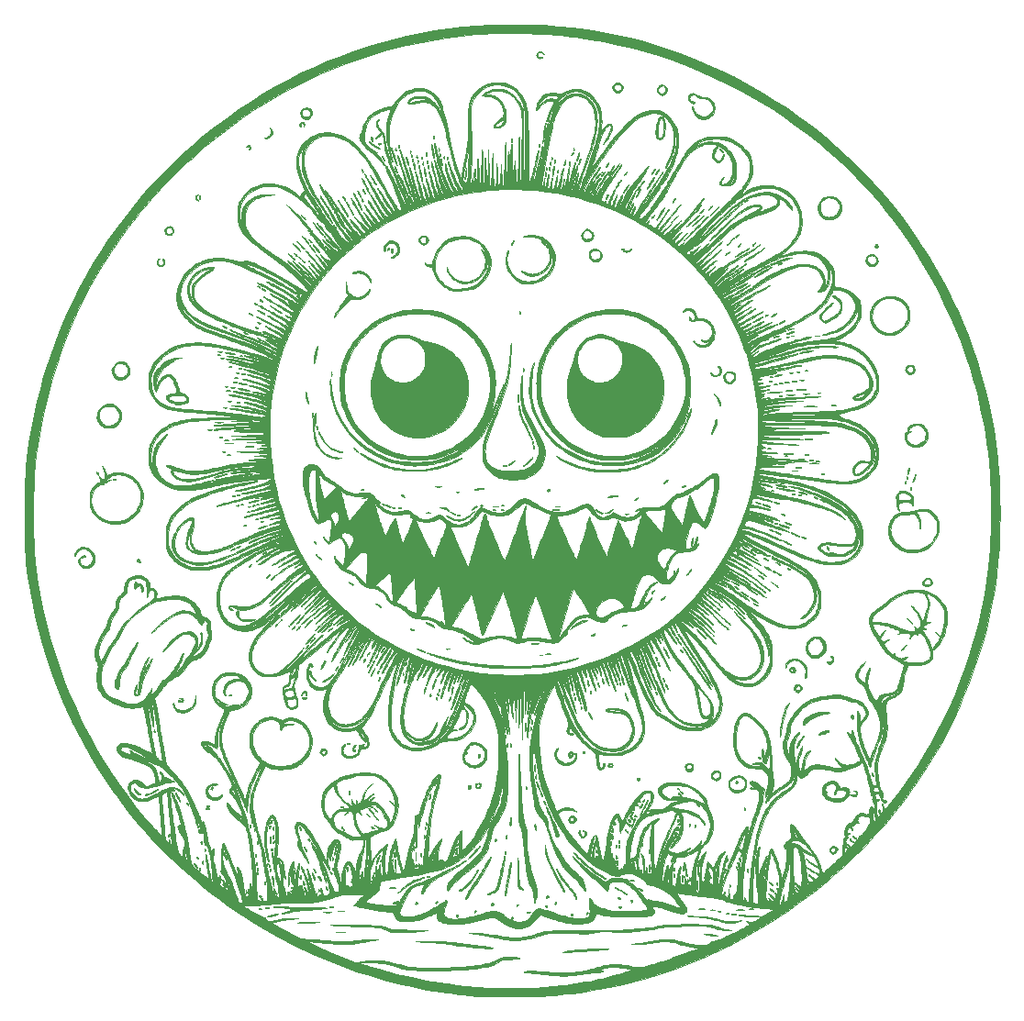
<source format=gbr>
%TF.GenerationSoftware,KiCad,Pcbnew,7.0.1*%
%TF.CreationDate,2023-09-06T22:19:44-07:00*%
%TF.ProjectId,flower_07,666c6f77-6572-45f3-9037-2e6b69636164,rev?*%
%TF.SameCoordinates,Original*%
%TF.FileFunction,Soldermask,Bot*%
%TF.FilePolarity,Negative*%
%FSLAX46Y46*%
G04 Gerber Fmt 4.6, Leading zero omitted, Abs format (unit mm)*
G04 Created by KiCad (PCBNEW 7.0.1) date 2023-09-06 22:19:44*
%MOMM*%
%LPD*%
G01*
G04 APERTURE LIST*
%ADD10C,0.010000*%
G04 APERTURE END LIST*
%TO.C,G\u002A\u002A\u002A*%
D10*
X24999998Y-70310194D02*
X25807538Y-70310194D01*
X25811313Y-70899584D01*
X25816879Y-71408659D01*
X25824014Y-71879026D01*
X25832900Y-72314286D01*
X25843720Y-72718042D01*
X25856656Y-73093896D01*
X25871890Y-73445449D01*
X25889606Y-73776305D01*
X25909985Y-74090065D01*
X25933210Y-74390330D01*
X25959464Y-74680704D01*
X25988930Y-74964789D01*
X26021789Y-75246186D01*
X26038174Y-75376334D01*
X26231592Y-76717273D01*
X26465490Y-78049841D01*
X26739379Y-79372974D01*
X27052769Y-80685608D01*
X27405172Y-81986679D01*
X27796101Y-83275124D01*
X28225065Y-84549879D01*
X28691576Y-85809880D01*
X29195146Y-87054064D01*
X29735286Y-88281366D01*
X30311508Y-89490724D01*
X30923322Y-90681073D01*
X31570240Y-91851349D01*
X32251774Y-93000490D01*
X32967434Y-94127430D01*
X33716732Y-95231107D01*
X34499180Y-96310457D01*
X35314288Y-97364417D01*
X36161569Y-98391921D01*
X37040533Y-99391907D01*
X37101317Y-99458745D01*
X37246835Y-99618335D01*
X37366428Y-99749288D01*
X37462628Y-99854307D01*
X37537969Y-99936100D01*
X37594980Y-99997371D01*
X37636195Y-100040825D01*
X37664145Y-100069168D01*
X37681361Y-100085105D01*
X37690375Y-100091341D01*
X37693282Y-100091274D01*
X37693519Y-100068956D01*
X37689923Y-100010897D01*
X37683006Y-99923465D01*
X37673282Y-99813030D01*
X37661261Y-99685960D01*
X37657947Y-99652230D01*
X37648049Y-99549155D01*
X37635102Y-99409462D01*
X37619600Y-99238719D01*
X37602035Y-99042494D01*
X37582903Y-98826353D01*
X37562697Y-98595864D01*
X37541911Y-98356594D01*
X37521038Y-98114110D01*
X37508879Y-97971750D01*
X37480898Y-97644978D01*
X37456043Y-97358790D01*
X37434158Y-97111566D01*
X37415086Y-96901683D01*
X37398671Y-96727521D01*
X37384755Y-96587458D01*
X37373183Y-96479873D01*
X37363796Y-96403145D01*
X37356438Y-96355652D01*
X37350953Y-96335774D01*
X37350615Y-96335354D01*
X37330585Y-96342070D01*
X37279385Y-96364889D01*
X37203582Y-96400733D01*
X37109744Y-96446522D01*
X37049056Y-96476717D01*
X36840517Y-96578412D01*
X36660548Y-96659302D01*
X36502118Y-96721486D01*
X36358197Y-96767063D01*
X36221752Y-96798136D01*
X36085754Y-96816802D01*
X35943172Y-96825163D01*
X35879334Y-96826108D01*
X35679390Y-96817680D01*
X35507876Y-96788047D01*
X35354604Y-96733355D01*
X35209392Y-96649752D01*
X35062053Y-96533385D01*
X35030547Y-96505028D01*
X34882335Y-96349918D01*
X34754145Y-96177353D01*
X34651953Y-95996897D01*
X34581734Y-95818115D01*
X34567053Y-95763082D01*
X34550246Y-95645667D01*
X34550128Y-95635088D01*
X34726661Y-95635088D01*
X34728011Y-95720587D01*
X34735747Y-95780628D01*
X34754711Y-95832059D01*
X34789744Y-95891729D01*
X34808787Y-95920838D01*
X34894586Y-96034591D01*
X35004201Y-96156561D01*
X35125423Y-96274622D01*
X35246048Y-96376649D01*
X35323098Y-96431716D01*
X35476727Y-96513833D01*
X35637779Y-96564887D01*
X35809530Y-96584656D01*
X35995259Y-96572920D01*
X36198242Y-96529460D01*
X36421756Y-96454053D01*
X36669079Y-96346480D01*
X36682053Y-96340289D01*
X36753350Y-96304932D01*
X37610236Y-96304932D01*
X37623303Y-96429258D01*
X37634412Y-96536690D01*
X37648889Y-96679312D01*
X37666047Y-96850175D01*
X37685204Y-97042330D01*
X37705674Y-97248829D01*
X37726773Y-97462721D01*
X37747818Y-97677058D01*
X37768124Y-97884892D01*
X37787007Y-98079272D01*
X37803782Y-98253250D01*
X37817765Y-98399878D01*
X37826252Y-98490334D01*
X37841022Y-98662174D01*
X37856087Y-98859625D01*
X37870292Y-99065988D01*
X37882479Y-99264567D01*
X37890714Y-99421667D01*
X37901773Y-99640999D01*
X37913382Y-99823205D01*
X37926764Y-99973485D01*
X37943143Y-100097041D01*
X37963745Y-100199073D01*
X37989791Y-100284782D01*
X38022507Y-100359371D01*
X38063116Y-100428039D01*
X38112843Y-100495988D01*
X38155866Y-100548435D01*
X38213125Y-100612219D01*
X38251780Y-100642113D01*
X38275394Y-100636189D01*
X38287530Y-100592517D01*
X38291751Y-100509167D01*
X38292009Y-100474709D01*
X38295950Y-100391449D01*
X38306304Y-100344800D01*
X38321556Y-100336321D01*
X38340190Y-100367569D01*
X38353736Y-100411209D01*
X38370254Y-100475082D01*
X38391850Y-100559287D01*
X38409176Y-100627228D01*
X38432670Y-100709503D01*
X38458430Y-100784503D01*
X38476997Y-100827846D01*
X38510079Y-100891819D01*
X38530421Y-100839368D01*
X38536862Y-100799673D01*
X38540952Y-100723612D01*
X38542581Y-100617093D01*
X38541637Y-100486024D01*
X38539146Y-100374167D01*
X38532743Y-100209342D01*
X38522252Y-100012994D01*
X38508462Y-99795652D01*
X38492165Y-99567845D01*
X38474148Y-99340100D01*
X38455201Y-99122947D01*
X38436113Y-98926913D01*
X38419327Y-98776084D01*
X38413343Y-98721255D01*
X38404047Y-98629140D01*
X38391900Y-98504619D01*
X38377365Y-98352570D01*
X38360905Y-98177872D01*
X38342982Y-97985405D01*
X38324059Y-97780046D01*
X38304599Y-97566676D01*
X38302943Y-97548417D01*
X38272830Y-97219785D01*
X38245761Y-96932050D01*
X38221589Y-96683897D01*
X38200169Y-96474010D01*
X38181355Y-96301073D01*
X38165001Y-96163770D01*
X38150962Y-96060787D01*
X38139091Y-95990806D01*
X38129242Y-95952513D01*
X38125204Y-95945016D01*
X38095695Y-95942373D01*
X38041919Y-95962840D01*
X37971573Y-96001767D01*
X37892350Y-96054503D01*
X37811944Y-96116398D01*
X37748387Y-96172764D01*
X37610236Y-96304932D01*
X36753350Y-96304932D01*
X36800043Y-96281777D01*
X36936487Y-96211006D01*
X37073484Y-96137407D01*
X37180419Y-96077714D01*
X37476703Y-95914871D01*
X37745824Y-95781466D01*
X37990475Y-95676924D01*
X38213347Y-95600668D01*
X38417133Y-95552125D01*
X38604525Y-95530718D01*
X38778215Y-95535871D01*
X38940894Y-95567009D01*
X39095255Y-95623557D01*
X39158443Y-95654846D01*
X39255462Y-95715645D01*
X39356294Y-95794355D01*
X39454928Y-95884463D01*
X39545355Y-95979456D01*
X39621562Y-96072820D01*
X39677540Y-96158040D01*
X39707277Y-96228604D01*
X39710500Y-96253098D01*
X39703409Y-96263984D01*
X39679974Y-96253641D01*
X39636957Y-96219546D01*
X39571119Y-96159173D01*
X39493542Y-96084085D01*
X39353503Y-95952406D01*
X39230272Y-95850233D01*
X39116360Y-95772402D01*
X39004282Y-95713751D01*
X38896258Y-95672265D01*
X38803165Y-95646422D01*
X38745846Y-95642296D01*
X38723429Y-95660405D01*
X38735045Y-95701271D01*
X38767194Y-95749309D01*
X38804273Y-95811202D01*
X38812095Y-95856954D01*
X38791297Y-95880890D01*
X38752511Y-95880064D01*
X38705062Y-95871247D01*
X38634453Y-95860764D01*
X38585297Y-95854454D01*
X38516259Y-95847751D01*
X38476330Y-95850718D01*
X38452808Y-95866401D01*
X38437393Y-95889926D01*
X38425920Y-95916048D01*
X38417247Y-95950704D01*
X38411592Y-95996379D01*
X38409175Y-96055557D01*
X38410214Y-96130721D01*
X38414927Y-96224354D01*
X38423535Y-96338940D01*
X38436255Y-96476963D01*
X38453306Y-96640907D01*
X38474906Y-96833255D01*
X38501276Y-97056490D01*
X38532633Y-97313096D01*
X38569196Y-97605558D01*
X38611185Y-97936357D01*
X38631954Y-98098750D01*
X38689611Y-98546079D01*
X38742863Y-98953375D01*
X38792048Y-99322672D01*
X38837501Y-99656005D01*
X38879559Y-99955407D01*
X38918558Y-100222914D01*
X38954835Y-100460558D01*
X38988726Y-100670375D01*
X39020567Y-100854398D01*
X39050695Y-101014662D01*
X39079446Y-101153200D01*
X39107156Y-101272048D01*
X39134162Y-101373239D01*
X39160800Y-101458807D01*
X39187407Y-101530787D01*
X39206836Y-101575564D01*
X39248052Y-101646380D01*
X39305202Y-101721806D01*
X39370629Y-101794150D01*
X39436673Y-101855724D01*
X39495678Y-101898835D01*
X39539983Y-101915795D01*
X39545395Y-101915540D01*
X39573183Y-101906114D01*
X39593499Y-101883243D01*
X39607542Y-101841183D01*
X39616508Y-101774193D01*
X39621594Y-101676532D01*
X39623998Y-101542457D01*
X39624036Y-101538334D01*
X39627495Y-101455878D01*
X39754135Y-101455878D01*
X39756178Y-101549594D01*
X39762219Y-101650575D01*
X39772231Y-101750106D01*
X39773573Y-101760584D01*
X39796031Y-101910836D01*
X39820456Y-102027591D01*
X39849292Y-102119681D01*
X39884984Y-102195939D01*
X39901841Y-102224168D01*
X39952347Y-102290952D01*
X39993991Y-102319184D01*
X40025229Y-102308131D01*
X40036300Y-102288068D01*
X40042525Y-102231251D01*
X40032553Y-102138430D01*
X40007012Y-102012448D01*
X39966527Y-101856149D01*
X39911723Y-101672376D01*
X39877080Y-101564792D01*
X39843697Y-101467761D01*
X39813298Y-101387257D01*
X39788936Y-101330830D01*
X39773664Y-101306029D01*
X39772247Y-101305500D01*
X39762144Y-101325115D01*
X39756116Y-101378146D01*
X39754135Y-101455878D01*
X39627495Y-101455878D01*
X39632630Y-101333492D01*
X39654922Y-101164130D01*
X39691841Y-101025369D01*
X39742432Y-100915516D01*
X39775813Y-100842930D01*
X39792020Y-100764359D01*
X39789926Y-100675664D01*
X39768408Y-100572707D01*
X39726340Y-100451347D01*
X39662596Y-100307447D01*
X39576053Y-100136866D01*
X39485846Y-99971603D01*
X39376042Y-99772521D01*
X39287563Y-99605945D01*
X39219159Y-99468571D01*
X39169580Y-99357092D01*
X39137574Y-99268203D01*
X39133574Y-99250448D01*
X39406750Y-99250448D01*
X39421218Y-99276340D01*
X39465663Y-99314939D01*
X39493755Y-99334385D01*
X39564283Y-99378236D01*
X39604496Y-99396858D01*
X39617503Y-99391003D01*
X39606567Y-99361718D01*
X39559185Y-99302028D01*
X39484893Y-99259286D01*
X39472431Y-99254367D01*
X39423431Y-99241658D01*
X39406750Y-99250448D01*
X39133574Y-99250448D01*
X39121892Y-99198601D01*
X39121283Y-99144978D01*
X39134496Y-99104030D01*
X39149639Y-99082939D01*
X39196060Y-99051288D01*
X39258391Y-99030192D01*
X39263614Y-99029278D01*
X39347930Y-99015131D01*
X39398830Y-99002806D01*
X39424744Y-98987711D01*
X39434101Y-98965256D01*
X39435334Y-98935744D01*
X39428547Y-98884091D01*
X39409045Y-98796651D01*
X39378116Y-98677585D01*
X39337047Y-98531054D01*
X39287127Y-98361222D01*
X39229643Y-98172251D01*
X39165883Y-97968301D01*
X39097135Y-97753537D01*
X39024687Y-97532119D01*
X38949826Y-97308210D01*
X38873840Y-97085972D01*
X38798018Y-96869567D01*
X38782810Y-96826856D01*
X38713241Y-96631198D01*
X38657050Y-96470896D01*
X38612908Y-96341610D01*
X38579482Y-96239001D01*
X38555443Y-96158728D01*
X38539460Y-96096451D01*
X38530201Y-96047832D01*
X38526337Y-96008529D01*
X38526027Y-95989409D01*
X38526887Y-95918584D01*
X38590398Y-95992667D01*
X38625995Y-96043564D01*
X38674740Y-96126619D01*
X38733265Y-96235015D01*
X38798202Y-96361930D01*
X38866182Y-96500546D01*
X38933836Y-96644043D01*
X38997798Y-96785602D01*
X39054697Y-96918404D01*
X39086016Y-96996074D01*
X39241633Y-97417352D01*
X39392952Y-97871848D01*
X39538045Y-98351581D01*
X39674988Y-98848573D01*
X39801853Y-99354842D01*
X39916716Y-99862410D01*
X40017649Y-100363297D01*
X40102726Y-100849523D01*
X40170022Y-101313109D01*
X40207968Y-101644167D01*
X40232846Y-101875503D01*
X40259777Y-102073783D01*
X40291924Y-102244767D01*
X40332448Y-102394214D01*
X40384513Y-102527884D01*
X40451281Y-102651538D01*
X40535914Y-102770933D01*
X40641574Y-102891832D01*
X40771425Y-103019992D01*
X40928627Y-103161175D01*
X41116345Y-103321139D01*
X41139250Y-103340346D01*
X41274572Y-103451232D01*
X41409592Y-103557372D01*
X41539599Y-103655442D01*
X41659884Y-103742119D01*
X41765738Y-103814080D01*
X41852450Y-103868003D01*
X41915311Y-103900565D01*
X41945227Y-103909000D01*
X41951624Y-103888512D01*
X41950369Y-103828288D01*
X41941671Y-103730189D01*
X41925740Y-103596076D01*
X41902787Y-103427810D01*
X41873022Y-103227251D01*
X41855619Y-103115250D01*
X41808822Y-102809787D01*
X41770039Y-102539034D01*
X41739354Y-102303881D01*
X41716853Y-102105217D01*
X41702617Y-101943930D01*
X41696732Y-101820908D01*
X41699282Y-101737042D01*
X41710351Y-101693220D01*
X41720518Y-101686500D01*
X41728458Y-101689006D01*
X41736499Y-101698757D01*
X41745355Y-101719105D01*
X41755741Y-101753401D01*
X41768368Y-101804996D01*
X41783952Y-101877242D01*
X41803206Y-101973490D01*
X41826844Y-102097092D01*
X41855580Y-102251398D01*
X41890127Y-102439760D01*
X41931199Y-102665530D01*
X41943666Y-102734250D01*
X42000614Y-103046574D01*
X42051085Y-103319382D01*
X42095582Y-103554911D01*
X42134611Y-103755398D01*
X42168673Y-103923081D01*
X42198274Y-104060198D01*
X42223917Y-104168985D01*
X42246106Y-104251680D01*
X42265345Y-104310520D01*
X42282137Y-104347743D01*
X42296986Y-104365587D01*
X42310397Y-104366288D01*
X42311083Y-104365887D01*
X42324276Y-104339754D01*
X42337416Y-104285530D01*
X42344050Y-104242655D01*
X42348434Y-104163806D01*
X42347325Y-104048706D01*
X42341243Y-103903005D01*
X42330709Y-103732357D01*
X42316243Y-103542413D01*
X42298365Y-103338825D01*
X42277596Y-103127245D01*
X42254458Y-102913325D01*
X42229469Y-102702717D01*
X42203152Y-102501074D01*
X42176025Y-102314046D01*
X42153825Y-102177193D01*
X42097298Y-101870339D01*
X42040079Y-101603443D01*
X41982290Y-101376867D01*
X41924050Y-101190970D01*
X41865481Y-101046113D01*
X41806704Y-100942656D01*
X41747839Y-100880958D01*
X41712994Y-100864256D01*
X41673758Y-100851023D01*
X41655250Y-100830272D01*
X41650972Y-100788993D01*
X41652812Y-100743743D01*
X41652980Y-100677116D01*
X41640572Y-100635531D01*
X41609949Y-100602270D01*
X41603250Y-100596817D01*
X41573163Y-100566819D01*
X41553453Y-100527502D01*
X41539896Y-100467125D01*
X41530524Y-100394723D01*
X41524579Y-100312036D01*
X41521120Y-100201083D01*
X41520382Y-100075870D01*
X41522598Y-99950405D01*
X41522928Y-99940250D01*
X41526524Y-99824454D01*
X41527834Y-99746135D01*
X41526431Y-99700479D01*
X41521886Y-99682669D01*
X41513773Y-99687892D01*
X41502447Y-99709635D01*
X41459234Y-99767616D01*
X41398014Y-99789603D01*
X41315164Y-99776720D01*
X41301315Y-99772086D01*
X41225583Y-99749600D01*
X41144446Y-99731306D01*
X41136441Y-99729897D01*
X41066482Y-99705957D01*
X41023737Y-99658732D01*
X41004105Y-99582068D01*
X41001667Y-99527753D01*
X41008992Y-99462842D01*
X41028553Y-99431131D01*
X41056726Y-99436143D01*
X41074992Y-99456414D01*
X41109089Y-99501017D01*
X41148811Y-99548667D01*
X41195021Y-99601584D01*
X41184629Y-99400500D01*
X41172411Y-99282422D01*
X41156030Y-99184791D01*
X41425324Y-99184791D01*
X41428640Y-99250981D01*
X41438351Y-99282974D01*
X41446167Y-99284084D01*
X41460833Y-99255722D01*
X41467010Y-99205291D01*
X41467009Y-99203459D01*
X41460559Y-99145514D01*
X41446167Y-99104167D01*
X41433847Y-99097606D01*
X41427161Y-99127578D01*
X41425324Y-99184791D01*
X41156030Y-99184791D01*
X41147440Y-99133602D01*
X41111778Y-98962955D01*
X41067485Y-98779395D01*
X41016625Y-98591838D01*
X40961258Y-98409199D01*
X40941350Y-98348542D01*
X40899022Y-98224704D01*
X40854443Y-98098313D01*
X40809934Y-97975506D01*
X40767812Y-97862424D01*
X40730399Y-97765206D01*
X40700012Y-97689992D01*
X40678973Y-97642921D01*
X40669816Y-97629795D01*
X40672359Y-97651956D01*
X40684320Y-97709594D01*
X40704411Y-97797228D01*
X40731345Y-97909378D01*
X40763833Y-98040564D01*
X40798161Y-98175859D01*
X40857690Y-98411216D01*
X40905877Y-98609379D01*
X40943432Y-98773740D01*
X40971062Y-98907686D01*
X40989477Y-99014608D01*
X40999387Y-99097894D01*
X41001667Y-99148838D01*
X40995740Y-99206430D01*
X40980557Y-99230057D01*
X40960013Y-99216382D01*
X40948789Y-99194125D01*
X40906507Y-99079866D01*
X40858089Y-98930938D01*
X40805649Y-98754194D01*
X40751296Y-98556486D01*
X40745078Y-98532941D01*
X40652977Y-98207474D01*
X40545975Y-97872266D01*
X40426695Y-97533568D01*
X40297764Y-97197630D01*
X40161806Y-96870703D01*
X40021445Y-96559037D01*
X39879306Y-96268883D01*
X39738013Y-96006491D01*
X39600192Y-95778112D01*
X39567271Y-95728084D01*
X39429890Y-95533764D01*
X39269401Y-95326443D01*
X39083866Y-95103906D01*
X38871345Y-94863940D01*
X38629902Y-94604329D01*
X38357597Y-94322858D01*
X38186959Y-94150917D01*
X38021355Y-93989694D01*
X37874892Y-93857183D01*
X37741055Y-93748421D01*
X37613331Y-93658446D01*
X37485206Y-93582296D01*
X37355269Y-93517356D01*
X37259670Y-93475094D01*
X37140360Y-93425241D01*
X37002401Y-93369659D01*
X36850853Y-93310212D01*
X36690779Y-93248762D01*
X36527240Y-93187172D01*
X36365297Y-93127306D01*
X36210012Y-93071026D01*
X36066445Y-93020196D01*
X35939660Y-92976677D01*
X35834716Y-92942334D01*
X35756676Y-92919029D01*
X35710601Y-92908624D01*
X35701550Y-92908678D01*
X35712649Y-92919718D01*
X35756478Y-92946153D01*
X35827618Y-92985028D01*
X35920648Y-93033389D01*
X36030149Y-93088281D01*
X36038857Y-93092570D01*
X36269623Y-93207939D01*
X36465117Y-93311384D01*
X36629100Y-93407372D01*
X36765332Y-93500368D01*
X36877574Y-93594839D01*
X36969587Y-93695251D01*
X37045130Y-93806069D01*
X37107964Y-93931761D01*
X37161849Y-94076791D01*
X37210547Y-94245626D01*
X37257817Y-94442733D01*
X37286647Y-94574500D01*
X37325051Y-94740467D01*
X37360735Y-94865895D01*
X37394355Y-94952445D01*
X37426564Y-95001777D01*
X37458017Y-95015552D01*
X37460398Y-95015191D01*
X37491274Y-94991656D01*
X37528970Y-94937766D01*
X37568220Y-94863737D01*
X37603758Y-94779787D01*
X37630318Y-94696131D01*
X37634915Y-94676573D01*
X37642246Y-94560363D01*
X37613387Y-94439706D01*
X37546920Y-94308838D01*
X37542856Y-94302354D01*
X37502164Y-94226707D01*
X37477047Y-94157141D01*
X37469293Y-94102292D01*
X37480690Y-94070794D01*
X37494015Y-94066500D01*
X37533844Y-94084369D01*
X37585468Y-94132331D01*
X37643208Y-94201923D01*
X37701383Y-94284679D01*
X37754317Y-94372135D01*
X37796328Y-94455826D01*
X37821738Y-94527287D01*
X37826667Y-94562316D01*
X37829249Y-94592894D01*
X37844128Y-94606678D01*
X37882001Y-94607651D01*
X37933648Y-94602169D01*
X37987237Y-94597421D01*
X38029387Y-94601003D01*
X38071939Y-94617180D01*
X38126737Y-94650217D01*
X38192939Y-94695541D01*
X38329127Y-94785497D01*
X38450821Y-94853797D01*
X38573635Y-94908547D01*
X38672083Y-94944319D01*
X38741793Y-94970483D01*
X38793377Y-94994805D01*
X38815633Y-95011983D01*
X38798861Y-95022988D01*
X38743985Y-95033430D01*
X38655232Y-95042660D01*
X38584051Y-95047547D01*
X38416457Y-95061919D01*
X38240419Y-95086594D01*
X38050856Y-95122759D01*
X37842686Y-95171599D01*
X37610827Y-95234301D01*
X37350197Y-95312051D01*
X37075250Y-95399649D01*
X36895090Y-95457878D01*
X36748826Y-95503537D01*
X36630411Y-95538076D01*
X36533797Y-95562941D01*
X36452935Y-95579581D01*
X36381777Y-95589444D01*
X36314274Y-95593977D01*
X36260334Y-95594746D01*
X36117530Y-95580587D01*
X35955501Y-95541982D01*
X35785871Y-95483480D01*
X35620262Y-95409626D01*
X35470296Y-95324968D01*
X35355221Y-95240666D01*
X35252143Y-95166182D01*
X35158192Y-95130132D01*
X35066838Y-95131620D01*
X34971550Y-95169748D01*
X34946853Y-95184579D01*
X34849546Y-95270704D01*
X34789882Y-95359204D01*
X34755670Y-95428275D01*
X34736481Y-95489966D01*
X34728197Y-95562247D01*
X34726661Y-95635088D01*
X34550128Y-95635088D01*
X34548802Y-95516309D01*
X34561604Y-95389887D01*
X34587535Y-95281280D01*
X34606703Y-95235085D01*
X34698146Y-95101566D01*
X34818208Y-94993692D01*
X34959726Y-94914485D01*
X35115535Y-94866966D01*
X35278475Y-94854156D01*
X35441382Y-94879077D01*
X35446946Y-94880656D01*
X35530993Y-94908454D01*
X35612504Y-94944013D01*
X35696617Y-94990862D01*
X35788473Y-95052532D01*
X35893210Y-95132555D01*
X36015966Y-95234461D01*
X36161882Y-95361780D01*
X36211427Y-95405894D01*
X36230334Y-95421510D01*
X36249878Y-95430094D01*
X36276948Y-95430227D01*
X36318428Y-95420491D01*
X36381206Y-95399470D01*
X36472167Y-95365745D01*
X36550093Y-95336179D01*
X36718328Y-95270774D01*
X36849609Y-95216304D01*
X36947410Y-95171137D01*
X37015201Y-95133637D01*
X37056453Y-95102172D01*
X37063387Y-95094626D01*
X37083480Y-95041439D01*
X37087561Y-94950702D01*
X37075664Y-94824039D01*
X37055274Y-94701139D01*
X37002651Y-94453962D01*
X36944914Y-94244719D01*
X36879991Y-94069121D01*
X36805809Y-93922878D01*
X36720295Y-93801699D01*
X36621376Y-93701296D01*
X36543008Y-93641051D01*
X36426772Y-93569170D01*
X36276163Y-93488659D01*
X36097604Y-93402194D01*
X35897517Y-93312449D01*
X35682326Y-93222099D01*
X35458452Y-93133818D01*
X35232320Y-93050281D01*
X35010351Y-92974164D01*
X34798969Y-92908141D01*
X34746917Y-92893067D01*
X34628617Y-92859396D01*
X34509499Y-92825454D01*
X34403375Y-92795179D01*
X34324055Y-92772508D01*
X34323584Y-92772373D01*
X34103588Y-92696391D01*
X33916314Y-92604482D01*
X33763400Y-92498131D01*
X33646485Y-92378823D01*
X33567204Y-92248043D01*
X33527197Y-92107276D01*
X33522510Y-92046112D01*
X33522728Y-92043296D01*
X33868500Y-92043296D01*
X33888982Y-92115366D01*
X33947696Y-92185773D01*
X34040541Y-92252413D01*
X34163417Y-92313186D01*
X34312226Y-92365988D01*
X34482866Y-92408718D01*
X34630500Y-92433984D01*
X34722442Y-92444500D01*
X34777631Y-92442276D01*
X34800769Y-92423135D01*
X34796563Y-92382898D01*
X34769717Y-92317388D01*
X34767410Y-92312392D01*
X34732193Y-92230339D01*
X34717669Y-92177690D01*
X34722832Y-92147498D01*
X34741625Y-92134418D01*
X34787081Y-92138585D01*
X34857143Y-92172734D01*
X34948503Y-92235023D01*
X35011500Y-92284593D01*
X35106683Y-92351633D01*
X35235290Y-92425716D01*
X35389789Y-92503185D01*
X35562645Y-92580386D01*
X35746324Y-92653660D01*
X35847584Y-92690387D01*
X36093323Y-92778806D01*
X36315947Y-92864009D01*
X36510981Y-92944158D01*
X36673954Y-93017416D01*
X36800084Y-93081773D01*
X36902935Y-93136548D01*
X36973465Y-93168191D01*
X37010871Y-93176420D01*
X37014350Y-93160953D01*
X37011709Y-93156266D01*
X36988932Y-93137328D01*
X36937654Y-93102782D01*
X36866135Y-93058015D01*
X36804084Y-93020915D01*
X36741858Y-92985608D01*
X36648374Y-92934182D01*
X36528238Y-92869063D01*
X36386053Y-92792675D01*
X36226425Y-92707443D01*
X36053959Y-92615792D01*
X35873260Y-92520146D01*
X35688932Y-92422931D01*
X35505581Y-92326570D01*
X35327811Y-92233490D01*
X35160227Y-92146115D01*
X35007434Y-92066869D01*
X34874036Y-91998178D01*
X34764640Y-91942466D01*
X34683848Y-91902158D01*
X34639681Y-91881181D01*
X34499440Y-91826146D01*
X34365683Y-91787573D01*
X34248081Y-91767716D01*
X34156959Y-91768721D01*
X34047276Y-91802050D01*
X33958315Y-91860116D01*
X33896763Y-91936550D01*
X33869310Y-92024988D01*
X33868500Y-92043296D01*
X33522728Y-92043296D01*
X33535546Y-91878362D01*
X33580695Y-91737735D01*
X33657298Y-91624558D01*
X33764693Y-91539159D01*
X33902221Y-91481866D01*
X34069221Y-91453006D01*
X34265032Y-91452907D01*
X34488995Y-91481896D01*
X34609334Y-91506940D01*
X34770808Y-91547763D01*
X34933238Y-91596334D01*
X35102744Y-91655011D01*
X35285441Y-91726153D01*
X35487450Y-91812119D01*
X35714889Y-91915268D01*
X35921667Y-92012896D01*
X36134483Y-92113742D01*
X36312182Y-92195571D01*
X36457029Y-92259228D01*
X36571289Y-92305559D01*
X36657230Y-92335411D01*
X36717115Y-92349630D01*
X36753212Y-92349062D01*
X36767787Y-92334553D01*
X36768333Y-92329075D01*
X36764384Y-92300694D01*
X36753363Y-92237492D01*
X36736509Y-92146158D01*
X36715062Y-92033380D01*
X36690260Y-91905846D01*
X36684566Y-91876928D01*
X36663395Y-91768068D01*
X36635838Y-91623922D01*
X36603087Y-91450851D01*
X36566336Y-91255220D01*
X36526775Y-91043390D01*
X36485597Y-90821726D01*
X36443994Y-90596588D01*
X36408715Y-90404667D01*
X36342593Y-90044581D01*
X36283387Y-89723894D01*
X36230547Y-89440336D01*
X36183521Y-89191635D01*
X36141758Y-88975522D01*
X36104706Y-88789726D01*
X36071815Y-88631976D01*
X36042533Y-88500002D01*
X36016309Y-88391533D01*
X35992591Y-88304298D01*
X35970828Y-88236029D01*
X35950469Y-88184453D01*
X35930963Y-88147300D01*
X35911758Y-88122300D01*
X35892303Y-88107182D01*
X35872048Y-88099676D01*
X35850439Y-88097511D01*
X35848535Y-88097500D01*
X35806318Y-88102811D01*
X35736795Y-88116886D01*
X35653387Y-88136942D01*
X35634011Y-88142012D01*
X35517570Y-88165319D01*
X35370101Y-88183237D01*
X35202622Y-88195332D01*
X35026146Y-88201168D01*
X34851690Y-88200309D01*
X34690268Y-88192321D01*
X34596789Y-88183003D01*
X34284644Y-88129786D01*
X33964258Y-88049185D01*
X33755706Y-87981112D01*
X36367713Y-87981112D01*
X36370587Y-88073192D01*
X36380383Y-88203515D01*
X36396613Y-88368642D01*
X36418789Y-88565134D01*
X36446424Y-88789555D01*
X36479029Y-89038467D01*
X36516118Y-89308430D01*
X36557201Y-89596008D01*
X36601792Y-89897763D01*
X36649403Y-90210256D01*
X36699546Y-90530050D01*
X36751732Y-90853707D01*
X36805475Y-91177789D01*
X36860287Y-91498858D01*
X36894758Y-91695834D01*
X36937247Y-91930420D01*
X36975726Y-92127565D01*
X37011820Y-92291783D01*
X37047158Y-92427589D01*
X37083365Y-92539499D01*
X37122069Y-92632027D01*
X37164895Y-92709688D01*
X37213472Y-92776997D01*
X37269424Y-92838468D01*
X37325229Y-92890589D01*
X37406501Y-92960047D01*
X37492949Y-93030238D01*
X37567683Y-93087499D01*
X37576923Y-93094189D01*
X37689084Y-93174522D01*
X37695761Y-93111914D01*
X37695002Y-93071485D01*
X37688847Y-92997056D01*
X37678131Y-92896498D01*
X37663690Y-92777681D01*
X37646999Y-92653028D01*
X37632732Y-92555487D01*
X37612239Y-92421768D01*
X37586415Y-92257424D01*
X37556156Y-92068006D01*
X37522358Y-91859068D01*
X37485914Y-91636161D01*
X37447721Y-91404839D01*
X37408673Y-91170652D01*
X37392004Y-91071417D01*
X37315404Y-90616563D01*
X37245458Y-90201642D01*
X37181822Y-89824839D01*
X37124155Y-89484334D01*
X37072114Y-89178311D01*
X37025359Y-88904952D01*
X36983546Y-88662440D01*
X36946335Y-88448956D01*
X36913382Y-88262685D01*
X36884346Y-88101808D01*
X36858884Y-87964508D01*
X36836656Y-87848967D01*
X36817318Y-87753368D01*
X36800529Y-87675893D01*
X36785947Y-87614725D01*
X36773229Y-87568047D01*
X36762034Y-87534041D01*
X36752020Y-87510889D01*
X36742844Y-87496775D01*
X36734165Y-87489880D01*
X36725641Y-87488388D01*
X36718058Y-87490078D01*
X36703062Y-87515782D01*
X36696978Y-87579977D01*
X36699833Y-87683314D01*
X36711654Y-87826443D01*
X36732469Y-88010013D01*
X36743659Y-88097500D01*
X36761427Y-88241035D01*
X36781512Y-88417285D01*
X36802977Y-88616755D01*
X36824883Y-88829953D01*
X36846289Y-89047385D01*
X36866258Y-89259557D01*
X36883851Y-89456976D01*
X36898128Y-89630149D01*
X36906421Y-89743209D01*
X36912138Y-89857792D01*
X36911040Y-89930739D01*
X36903179Y-89962185D01*
X36888609Y-89952267D01*
X36867384Y-89901121D01*
X36839556Y-89808882D01*
X36805179Y-89675687D01*
X36764306Y-89501671D01*
X36716992Y-89286970D01*
X36704793Y-89229917D01*
X36645825Y-88953905D01*
X36594585Y-88716791D01*
X36550471Y-88515966D01*
X36512886Y-88348821D01*
X36481228Y-88212747D01*
X36454900Y-88105136D01*
X36433301Y-88023378D01*
X36415832Y-87964866D01*
X36410453Y-87949030D01*
X36369260Y-87832917D01*
X36367713Y-87981112D01*
X33755706Y-87981112D01*
X33643340Y-87944435D01*
X33329598Y-87818769D01*
X33030742Y-87675423D01*
X32754479Y-87517629D01*
X32508518Y-87348622D01*
X32399684Y-87261243D01*
X32248351Y-87115340D01*
X32101825Y-86942208D01*
X31971602Y-86756421D01*
X31890662Y-86615834D01*
X31818127Y-86457088D01*
X31760651Y-86288202D01*
X31717169Y-86103227D01*
X31686616Y-85896215D01*
X31667929Y-85661218D01*
X31660043Y-85392289D01*
X31659644Y-85324667D01*
X31660430Y-85215233D01*
X32031076Y-85215233D01*
X32033729Y-85419917D01*
X32055282Y-85701253D01*
X32099535Y-85956656D01*
X32168658Y-86197216D01*
X32204849Y-86294529D01*
X32303763Y-86507247D01*
X32425442Y-86708429D01*
X32563116Y-86888301D01*
X32710016Y-87037089D01*
X32732194Y-87055928D01*
X32810944Y-87113469D01*
X32910375Y-87175090D01*
X33019409Y-87235030D01*
X33126968Y-87287532D01*
X33221973Y-87326836D01*
X33292085Y-87346977D01*
X33356366Y-87359323D01*
X33418799Y-87375541D01*
X33486846Y-87398479D01*
X33567972Y-87430983D01*
X33669639Y-87475899D01*
X33799312Y-87536073D01*
X33847334Y-87558729D01*
X34075576Y-87660124D01*
X34281176Y-87736141D01*
X34473622Y-87788963D01*
X34662400Y-87820777D01*
X34857000Y-87833766D01*
X35032667Y-87831696D01*
X35143970Y-87824376D01*
X35256718Y-87812415D01*
X35353406Y-87797844D01*
X35390318Y-87790200D01*
X35561029Y-87734686D01*
X35723815Y-87649887D01*
X35885480Y-87531683D01*
X36019307Y-87409584D01*
X36223514Y-87189920D01*
X36395483Y-86962915D01*
X36544874Y-86715192D01*
X36603931Y-86600287D01*
X36650878Y-86506389D01*
X36691282Y-86428700D01*
X36721574Y-86373848D01*
X36738186Y-86348461D01*
X36739999Y-86347610D01*
X36739092Y-86370127D01*
X36731101Y-86426438D01*
X36717270Y-86508831D01*
X36698841Y-86609593D01*
X36692005Y-86645339D01*
X36672578Y-86750816D01*
X36657803Y-86840860D01*
X36648828Y-86907634D01*
X36646801Y-86943300D01*
X36647822Y-86946878D01*
X36671532Y-86942782D01*
X36719095Y-86915364D01*
X36783374Y-86870143D01*
X36857232Y-86812636D01*
X36933533Y-86748362D01*
X37005139Y-86682839D01*
X37056296Y-86631028D01*
X37182355Y-86478437D01*
X37312341Y-86289583D01*
X37442667Y-86069862D01*
X37499888Y-85963469D01*
X37551536Y-85869885D01*
X37605524Y-85780796D01*
X37653691Y-85709315D01*
X37675053Y-85681900D01*
X37721997Y-85631834D01*
X37757840Y-85609690D01*
X37795466Y-85608508D01*
X37806859Y-85610715D01*
X37867637Y-85610296D01*
X37938226Y-85582801D01*
X38021225Y-85526259D01*
X38119233Y-85438701D01*
X38234851Y-85318156D01*
X38320356Y-85221551D01*
X38495655Y-85012316D01*
X38653338Y-84809348D01*
X38798944Y-84604246D01*
X38938011Y-84388608D01*
X39076078Y-84154034D01*
X39218686Y-83892123D01*
X39299394Y-83736635D01*
X39368914Y-83602224D01*
X39434851Y-83477397D01*
X39493966Y-83368074D01*
X39543023Y-83280179D01*
X39578786Y-83219633D01*
X39595201Y-83195408D01*
X39645478Y-83133917D01*
X39646239Y-83191033D01*
X39638457Y-83248526D01*
X39615652Y-83338422D01*
X39580201Y-83454531D01*
X39534482Y-83590666D01*
X39480873Y-83740636D01*
X39421751Y-83898253D01*
X39359495Y-84057328D01*
X39296483Y-84211673D01*
X39235091Y-84355098D01*
X39177699Y-84481414D01*
X39126683Y-84584433D01*
X39084422Y-84657965D01*
X39080193Y-84664308D01*
X39029421Y-84746764D01*
X38996157Y-84817212D01*
X38983330Y-84868191D01*
X38991181Y-84890965D01*
X39017841Y-84884215D01*
X39065124Y-84849755D01*
X39127494Y-84793155D01*
X39199411Y-84719986D01*
X39275336Y-84635818D01*
X39349731Y-84546222D01*
X39401786Y-84478000D01*
X39473153Y-84376960D01*
X39552891Y-84258864D01*
X39627970Y-84143180D01*
X39656822Y-84097000D01*
X39756673Y-83937499D01*
X39860466Y-83777988D01*
X39973854Y-83610087D01*
X40102494Y-83425418D01*
X40245023Y-83225363D01*
X40409756Y-82982933D01*
X40540307Y-82761029D01*
X40637828Y-82556858D01*
X40703466Y-82367625D01*
X40738373Y-82190537D01*
X40743698Y-82022799D01*
X40743208Y-82014607D01*
X40731874Y-81910784D01*
X40709752Y-81828583D01*
X40671278Y-81747613D01*
X40669525Y-81744477D01*
X40577976Y-81622538D01*
X40455569Y-81520558D01*
X40309997Y-81441001D01*
X40148953Y-81386334D01*
X39980129Y-81359021D01*
X39811218Y-81361527D01*
X39649912Y-81396319D01*
X39618530Y-81407644D01*
X39486446Y-81470316D01*
X39337012Y-81562742D01*
X39169180Y-81685790D01*
X38981905Y-81840327D01*
X38774141Y-82027223D01*
X38544840Y-82247344D01*
X38292957Y-82501558D01*
X38265402Y-82530010D01*
X38109384Y-82690085D01*
X37981155Y-82818637D01*
X37880430Y-82915833D01*
X37806926Y-82981836D01*
X37760359Y-83016813D01*
X37740444Y-83020929D01*
X37746899Y-82994348D01*
X37779439Y-82937235D01*
X37837780Y-82849755D01*
X37921638Y-82732075D01*
X37924386Y-82728298D01*
X38128271Y-82458508D01*
X38322842Y-82223129D01*
X38513161Y-82016755D01*
X38704292Y-81833980D01*
X38901299Y-81669399D01*
X38953969Y-81629025D01*
X39132433Y-81507089D01*
X39321798Y-81400208D01*
X39516384Y-81310068D01*
X39710513Y-81238353D01*
X39898505Y-81186746D01*
X40074682Y-81156933D01*
X40233365Y-81150597D01*
X40368874Y-81169423D01*
X40431090Y-81190943D01*
X40501374Y-81234301D01*
X40585011Y-81304230D01*
X40672966Y-81391372D01*
X40756208Y-81486369D01*
X40825701Y-81579863D01*
X40858095Y-81633293D01*
X40923440Y-81778029D01*
X40963196Y-81926057D01*
X40977408Y-82083468D01*
X40966119Y-82256356D01*
X40929371Y-82450813D01*
X40867210Y-82672932D01*
X40865551Y-82678195D01*
X40833388Y-82784232D01*
X40815763Y-82854421D01*
X40812303Y-82892531D01*
X40822635Y-82902335D01*
X40844703Y-82889018D01*
X40896551Y-82832370D01*
X40957359Y-82744449D01*
X41022599Y-82634110D01*
X41087745Y-82510205D01*
X41148270Y-82381590D01*
X41199646Y-82257118D01*
X41237347Y-82145645D01*
X41249864Y-82096587D01*
X41262706Y-82031746D01*
X41270751Y-81971865D01*
X41274125Y-81907634D01*
X41272955Y-81829743D01*
X41267367Y-81728884D01*
X41257487Y-81595747D01*
X41256782Y-81586810D01*
X41246413Y-81441538D01*
X41241736Y-81334183D01*
X41243168Y-81260657D01*
X41251126Y-81216872D01*
X41266028Y-81198743D01*
X41288290Y-81202181D01*
X41295606Y-81206270D01*
X41322663Y-81243593D01*
X41346907Y-81315656D01*
X41367590Y-81414917D01*
X41383967Y-81533833D01*
X41395291Y-81664862D01*
X41400816Y-81800462D01*
X41399795Y-81933090D01*
X41391483Y-82055204D01*
X41384766Y-82107334D01*
X41365753Y-82214942D01*
X41341967Y-82310376D01*
X41310063Y-82399231D01*
X41266695Y-82487103D01*
X41208517Y-82579587D01*
X41132181Y-82682280D01*
X41034343Y-82800776D01*
X40911655Y-82940672D01*
X40836459Y-83024249D01*
X40713734Y-83162635D01*
X40621918Y-83273019D01*
X40561020Y-83356334D01*
X40531047Y-83413511D01*
X40532008Y-83445484D01*
X40563911Y-83453185D01*
X40626764Y-83437545D01*
X40720574Y-83399499D01*
X40839216Y-83343031D01*
X40975580Y-83271289D01*
X41093149Y-83199019D01*
X41195596Y-83121473D01*
X41286595Y-83033898D01*
X41369817Y-82931547D01*
X41448936Y-82809667D01*
X41527623Y-82663510D01*
X41609552Y-82488324D01*
X41698396Y-82279359D01*
X41739236Y-82178936D01*
X41817008Y-81980301D01*
X41876383Y-81813502D01*
X41918037Y-81672580D01*
X41942647Y-81551579D01*
X41950889Y-81444542D01*
X41943442Y-81345511D01*
X41920980Y-81248529D01*
X41884182Y-81147639D01*
X41862135Y-81097193D01*
X41806651Y-80961508D01*
X41776405Y-80849083D01*
X41770232Y-80750084D01*
X41786971Y-80654679D01*
X41803854Y-80604500D01*
X41840630Y-80474965D01*
X41842341Y-80365865D01*
X41807975Y-80272484D01*
X41736520Y-80190106D01*
X41710312Y-80168814D01*
X41662931Y-80134702D01*
X41634180Y-80124627D01*
X41609599Y-80136219D01*
X41593965Y-80149750D01*
X41566959Y-80184172D01*
X41527650Y-80246649D01*
X41482130Y-80327106D01*
X41451551Y-80385342D01*
X41408318Y-80466107D01*
X41370231Y-80529601D01*
X41342093Y-80568255D01*
X41330350Y-80576372D01*
X41311112Y-80557610D01*
X41272416Y-80510731D01*
X41219304Y-80442141D01*
X41156820Y-80358245D01*
X41134625Y-80327769D01*
X40930950Y-80070641D01*
X40722720Y-79855493D01*
X40509764Y-79682203D01*
X40291911Y-79550645D01*
X40068991Y-79460695D01*
X39890501Y-79419180D01*
X39710404Y-79409820D01*
X39508256Y-79435196D01*
X39285239Y-79494656D01*
X39042535Y-79587549D01*
X38781323Y-79713221D01*
X38502787Y-79871021D01*
X38208106Y-80060297D01*
X37898463Y-80280395D01*
X37575039Y-80530663D01*
X37239015Y-80810450D01*
X37016086Y-81006323D01*
X36920186Y-81091504D01*
X36835310Y-81165439D01*
X36766323Y-81224010D01*
X36718089Y-81263099D01*
X36695472Y-81278588D01*
X36694502Y-81278557D01*
X36705091Y-81260900D01*
X36739772Y-81217483D01*
X36793982Y-81153711D01*
X36863162Y-81074987D01*
X36915503Y-81016693D01*
X37113993Y-80808720D01*
X37335721Y-80598302D01*
X37584760Y-80381882D01*
X37865184Y-80155905D01*
X38144167Y-79944082D01*
X38394231Y-79763092D01*
X38618042Y-79610828D01*
X38818937Y-79485739D01*
X39000253Y-79386278D01*
X39165328Y-79310896D01*
X39317500Y-79258044D01*
X39460106Y-79226175D01*
X39596484Y-79213738D01*
X39710500Y-79217333D01*
X39870548Y-79236635D01*
X40036949Y-79266448D01*
X40201698Y-79304488D01*
X40356788Y-79348470D01*
X40494213Y-79396108D01*
X40605968Y-79445119D01*
X40684046Y-79493216D01*
X40687748Y-79496242D01*
X40758763Y-79547988D01*
X40805952Y-79565230D01*
X40829069Y-79548622D01*
X40827870Y-79498817D01*
X40802109Y-79416469D01*
X40756605Y-79312736D01*
X40606990Y-79042249D01*
X40433994Y-78806273D01*
X40238313Y-78605348D01*
X40020641Y-78440014D01*
X39781673Y-78310810D01*
X39522103Y-78218276D01*
X39283436Y-78168511D01*
X39173294Y-78158003D01*
X39030141Y-78152787D01*
X38862928Y-78152561D01*
X38680606Y-78157023D01*
X38492127Y-78165872D01*
X38306441Y-78178805D01*
X38132501Y-78195520D01*
X38006584Y-78211592D01*
X37702125Y-78260080D01*
X37433794Y-78312436D01*
X37195405Y-78371091D01*
X36980777Y-78438476D01*
X36783727Y-78517020D01*
X36598072Y-78609155D01*
X36417629Y-78717309D01*
X36236215Y-78843915D01*
X36070968Y-78972431D01*
X35887794Y-79114510D01*
X35687637Y-79257290D01*
X35461923Y-79406750D01*
X35315016Y-79499414D01*
X35166426Y-79604391D01*
X35006037Y-79740654D01*
X34841024Y-79901651D01*
X34678562Y-80080825D01*
X34678545Y-80080845D01*
X34510450Y-80283105D01*
X34366625Y-80469083D01*
X34239345Y-80650221D01*
X34120889Y-80837963D01*
X34003533Y-81043749D01*
X33910804Y-81218334D01*
X33807602Y-81414889D01*
X33717374Y-81580630D01*
X33635533Y-81723260D01*
X33557490Y-81850484D01*
X33478659Y-81970007D01*
X33394451Y-82089532D01*
X33381142Y-82107842D01*
X33201733Y-82368927D01*
X33019477Y-82662348D01*
X32839157Y-82978800D01*
X32665557Y-83308977D01*
X32503458Y-83643575D01*
X32357644Y-83973289D01*
X32232898Y-84288815D01*
X32173694Y-84456834D01*
X32110400Y-84662341D01*
X32067014Y-84847049D01*
X32041313Y-85026250D01*
X32031076Y-85215233D01*
X31660430Y-85215233D01*
X31661013Y-85134199D01*
X31666606Y-84977489D01*
X31677337Y-84846090D01*
X31694123Y-84731555D01*
X31717881Y-84625438D01*
X31745732Y-84530917D01*
X31771856Y-84426427D01*
X31777255Y-84328480D01*
X31760523Y-84226175D01*
X31720254Y-84108609D01*
X31679236Y-84015512D01*
X31590220Y-83801119D01*
X31530191Y-83595377D01*
X31494804Y-83380842D01*
X31482908Y-83227408D01*
X31484459Y-83029048D01*
X31791832Y-83029048D01*
X31800106Y-83168427D01*
X31821784Y-83316643D01*
X31854208Y-83463364D01*
X31894723Y-83598259D01*
X31940671Y-83710995D01*
X31987067Y-83788327D01*
X32027063Y-83831330D01*
X32058214Y-83837242D01*
X32092229Y-83805721D01*
X32107680Y-83784792D01*
X32150485Y-83719520D01*
X32211746Y-83618761D01*
X32290289Y-83484539D01*
X32384941Y-83318874D01*
X32494530Y-83123789D01*
X32572904Y-82982731D01*
X32680279Y-82789640D01*
X32771538Y-82628075D01*
X32850423Y-82492174D01*
X32920674Y-82376078D01*
X32986033Y-82273924D01*
X33050242Y-82179852D01*
X33117042Y-82088000D01*
X33190175Y-81992509D01*
X33266856Y-81895667D01*
X33325377Y-81814712D01*
X33399176Y-81699747D01*
X33485635Y-81555130D01*
X33582136Y-81385216D01*
X33667543Y-81228917D01*
X33805278Y-80987818D01*
X33952947Y-80760477D01*
X34116253Y-80539506D01*
X34300898Y-80317513D01*
X34512588Y-80087109D01*
X34680763Y-79916020D01*
X34914337Y-79690462D01*
X35147754Y-79479151D01*
X35388357Y-79276171D01*
X35643492Y-79075606D01*
X35920502Y-78871538D01*
X36226732Y-78658051D01*
X36323834Y-78592335D01*
X36494083Y-78475023D01*
X36631129Y-78373047D01*
X36738986Y-78281563D01*
X36821664Y-78195730D01*
X36883176Y-78110702D01*
X36927535Y-78021638D01*
X36958751Y-77923693D01*
X36980837Y-77812026D01*
X36983231Y-77796355D01*
X36994550Y-77657727D01*
X36980934Y-77546748D01*
X36940248Y-77455399D01*
X36871347Y-77376554D01*
X36785217Y-77319163D01*
X36700504Y-77302177D01*
X36620504Y-77326000D01*
X36595692Y-77342893D01*
X36546229Y-77396976D01*
X36493284Y-77479368D01*
X36443880Y-77577372D01*
X36405042Y-77678288D01*
X36398890Y-77698647D01*
X36375927Y-77779370D01*
X36349348Y-77873277D01*
X36335506Y-77922374D01*
X36314395Y-77984702D01*
X36294000Y-78024147D01*
X36280691Y-78032250D01*
X36274064Y-78007527D01*
X36268497Y-77945383D01*
X36264207Y-77850724D01*
X36261410Y-77728454D01*
X36260322Y-77583479D01*
X36260316Y-77571126D01*
X36257984Y-77329354D01*
X36251167Y-77114372D01*
X36240103Y-76929279D01*
X36225032Y-76777175D01*
X36206192Y-76661162D01*
X36184490Y-76585919D01*
X36114418Y-76472700D01*
X36007288Y-76378567D01*
X35864201Y-76304282D01*
X35705114Y-76254912D01*
X35514660Y-76228082D01*
X35316988Y-76232829D01*
X35121263Y-76267006D01*
X34936651Y-76328471D01*
X34772319Y-76415080D01*
X34664522Y-76498333D01*
X34605964Y-76559060D01*
X34560580Y-76624442D01*
X34526215Y-76701416D01*
X34500711Y-76796921D01*
X34481913Y-76917892D01*
X34467664Y-77071266D01*
X34462426Y-77148470D01*
X34453428Y-77270385D01*
X34442571Y-77383964D01*
X34430965Y-77479467D01*
X34419721Y-77547154D01*
X34414721Y-77567084D01*
X34369132Y-77655365D01*
X34291329Y-77746448D01*
X34189957Y-77832050D01*
X34073657Y-77903887D01*
X34052153Y-77914550D01*
X33971721Y-77956339D01*
X33917577Y-77995919D01*
X33876066Y-78045103D01*
X33846872Y-78092164D01*
X33808671Y-78167719D01*
X33767177Y-78264295D01*
X33730782Y-78362224D01*
X33727719Y-78371417D01*
X33699608Y-78465452D01*
X33682981Y-78548533D01*
X33675377Y-78638299D01*
X33674333Y-78752386D01*
X33674347Y-78753725D01*
X33674304Y-78855919D01*
X33669997Y-78929181D01*
X33659152Y-78986867D01*
X33639498Y-79042332D01*
X33616709Y-79092392D01*
X33576116Y-79167907D01*
X33519621Y-79260823D01*
X33457188Y-79355026D01*
X33434263Y-79387417D01*
X33257252Y-79650723D01*
X33110350Y-79908596D01*
X32995178Y-80157440D01*
X32913352Y-80393657D01*
X32866493Y-80613652D01*
X32860833Y-80661564D01*
X32836309Y-80795633D01*
X32787551Y-80917809D01*
X32709067Y-81039884D01*
X32651334Y-81111143D01*
X32517462Y-81283560D01*
X32381178Y-81490819D01*
X32246658Y-81725943D01*
X32118076Y-81981956D01*
X32078033Y-82069003D01*
X31980226Y-82295220D01*
X31904463Y-82491089D01*
X31849294Y-82661475D01*
X31813269Y-82811245D01*
X31794937Y-82945265D01*
X31791832Y-83029048D01*
X31484459Y-83029048D01*
X31485230Y-82930582D01*
X31522959Y-82654327D01*
X31564666Y-82490739D01*
X31611008Y-82362033D01*
X31679429Y-82205646D01*
X31766744Y-82027862D01*
X31869769Y-81834969D01*
X31985318Y-81633252D01*
X32069826Y-81493599D01*
X32217824Y-81247803D01*
X32342511Y-81025243D01*
X32448157Y-80817044D01*
X32539034Y-80614330D01*
X32619415Y-80408224D01*
X32686177Y-80212917D01*
X32748989Y-80041972D01*
X32828798Y-79861134D01*
X32919441Y-79682336D01*
X33014754Y-79517509D01*
X33108575Y-79378585D01*
X33134434Y-79345084D01*
X33246559Y-79193082D01*
X33330041Y-79053827D01*
X33382100Y-78932138D01*
X33390979Y-78900584D01*
X33398188Y-78855165D01*
X33406516Y-78778154D01*
X33414945Y-78680238D01*
X33422451Y-78572103D01*
X33422588Y-78569856D01*
X33431513Y-78448466D01*
X33444436Y-78349737D01*
X33465241Y-78265974D01*
X33497809Y-78189483D01*
X33546026Y-78112568D01*
X33613775Y-78027535D01*
X33704939Y-77926687D01*
X33795061Y-77831826D01*
X33910314Y-77710181D01*
X33999044Y-77611421D01*
X34065109Y-77528952D01*
X34112368Y-77456181D01*
X34144681Y-77386515D01*
X34165906Y-77313358D01*
X34179903Y-77230118D01*
X34187584Y-77161119D01*
X34204264Y-77004326D01*
X34220634Y-76881579D01*
X34238373Y-76784638D01*
X34259160Y-76705263D01*
X34284674Y-76635212D01*
X34303206Y-76593687D01*
X34396928Y-76443355D01*
X34523754Y-76311796D01*
X34678102Y-76200590D01*
X34854392Y-76111316D01*
X35047044Y-76045553D01*
X35250476Y-76004879D01*
X35459108Y-75990873D01*
X35667360Y-76005115D01*
X35869650Y-76049183D01*
X36023457Y-76106981D01*
X36157097Y-76189034D01*
X36276354Y-76302466D01*
X36376916Y-76439171D01*
X36454470Y-76591041D01*
X36504706Y-76749970D01*
X36523310Y-76907850D01*
X36512729Y-77026903D01*
X36501104Y-77095907D01*
X36496178Y-77146744D01*
X36498346Y-77166568D01*
X36523020Y-77171850D01*
X36579867Y-77176784D01*
X36658728Y-77180603D01*
X36700552Y-77181796D01*
X36794877Y-77185097D01*
X36859502Y-77191952D01*
X36907057Y-77205415D01*
X36950174Y-77228539D01*
X36980943Y-77249584D01*
X37049997Y-77308170D01*
X37115795Y-77378562D01*
X37133664Y-77401680D01*
X37179015Y-77489614D01*
X37195910Y-77591209D01*
X37184427Y-77712267D01*
X37144644Y-77858588D01*
X37139946Y-77872416D01*
X37106338Y-77976860D01*
X37089822Y-78047466D01*
X37089896Y-78088901D01*
X37106058Y-78105829D01*
X37114739Y-78106834D01*
X37146202Y-78102390D01*
X37209210Y-78090351D01*
X37294065Y-78072653D01*
X37374031Y-78055077D01*
X37716507Y-77984824D01*
X38049977Y-77929492D01*
X38370174Y-77889326D01*
X38672833Y-77864572D01*
X38953688Y-77855477D01*
X39208474Y-77862286D01*
X39432925Y-77885245D01*
X39622777Y-77924600D01*
X39625092Y-77925247D01*
X39917750Y-78027076D01*
X40194694Y-78162605D01*
X40450601Y-78328323D01*
X40680147Y-78520719D01*
X40878008Y-78736282D01*
X40902556Y-78767691D01*
X41012914Y-78924982D01*
X41103161Y-79085434D01*
X41180093Y-79262588D01*
X41243078Y-79445928D01*
X41285151Y-79575098D01*
X41321410Y-79668757D01*
X41356251Y-79732474D01*
X41394070Y-79771822D01*
X41439264Y-79792371D01*
X41496230Y-79799693D01*
X41522630Y-79800167D01*
X41655635Y-79817626D01*
X41726525Y-79845148D01*
X41805582Y-79896098D01*
X41896375Y-79970733D01*
X41986958Y-80057649D01*
X42065382Y-80145443D01*
X42116771Y-80217610D01*
X42143266Y-80268110D01*
X42158270Y-80316151D01*
X42164205Y-80375663D01*
X42163491Y-80460581D01*
X42162751Y-80482193D01*
X42157557Y-80685321D01*
X42158537Y-80853663D01*
X42166099Y-80994371D01*
X42180648Y-81114596D01*
X42202591Y-81221491D01*
X42205396Y-81232443D01*
X42234447Y-81358387D01*
X42247254Y-81461973D01*
X42243983Y-81559869D01*
X42224800Y-81668740D01*
X42210348Y-81728390D01*
X42176054Y-81846432D01*
X42127018Y-81993228D01*
X42066872Y-82159392D01*
X41999247Y-82335538D01*
X41927772Y-82512283D01*
X41856078Y-82680239D01*
X41787797Y-82830023D01*
X41769426Y-82868160D01*
X41711187Y-82984987D01*
X41663236Y-83073422D01*
X41618588Y-83143721D01*
X41570260Y-83206143D01*
X41511267Y-83270944D01*
X41458875Y-83324223D01*
X41365660Y-83412611D01*
X41275929Y-83485354D01*
X41180523Y-83547903D01*
X41070283Y-83605711D01*
X40936047Y-83664230D01*
X40796361Y-83718557D01*
X40644823Y-83776932D01*
X40525943Y-83826755D01*
X40431987Y-83872140D01*
X40355217Y-83917201D01*
X40287898Y-83966051D01*
X40222295Y-84022806D01*
X40219626Y-84025271D01*
X40152386Y-84094552D01*
X40074960Y-84185085D01*
X39999572Y-84282206D01*
X39965012Y-84330766D01*
X39812292Y-84543312D01*
X39658973Y-84736836D01*
X39508009Y-84908480D01*
X39362351Y-85055384D01*
X39224953Y-85174690D01*
X39098766Y-85263540D01*
X38986744Y-85319073D01*
X38927653Y-85335196D01*
X38845905Y-85362301D01*
X38742172Y-85417315D01*
X38621728Y-85495761D01*
X38489848Y-85593157D01*
X38351806Y-85705027D01*
X38212876Y-85826890D01*
X38078333Y-85954268D01*
X37953451Y-86082682D01*
X37843505Y-86207652D01*
X37753769Y-86324700D01*
X37741700Y-86342302D01*
X37641958Y-86485984D01*
X37531234Y-86637897D01*
X37416878Y-86788475D01*
X37306241Y-86928156D01*
X37206674Y-87047375D01*
X37155955Y-87104400D01*
X37008412Y-87264883D01*
X37196143Y-88353233D01*
X37228564Y-88541920D01*
X37267023Y-88766998D01*
X37310613Y-89023103D01*
X37358427Y-89304865D01*
X37409558Y-89606918D01*
X37463100Y-89923895D01*
X37518145Y-90250428D01*
X37573786Y-90581150D01*
X37629117Y-90910695D01*
X37683231Y-91233694D01*
X37717051Y-91435965D01*
X38050227Y-93430347D01*
X38465162Y-93880715D01*
X38654568Y-94087518D01*
X38818501Y-94269350D01*
X38961315Y-94431281D01*
X39087362Y-94578383D01*
X39200996Y-94715727D01*
X39306569Y-94848383D01*
X39396877Y-94966084D01*
X39665478Y-95337715D01*
X39917455Y-95720027D01*
X40155582Y-96118177D01*
X40382635Y-96537321D01*
X40601388Y-96982617D01*
X40814616Y-97459223D01*
X41025093Y-97972294D01*
X41053916Y-98045834D01*
X41109883Y-98188345D01*
X41164688Y-98326003D01*
X41215222Y-98451139D01*
X41258377Y-98556086D01*
X41291041Y-98633175D01*
X41302830Y-98659667D01*
X41366068Y-98797250D01*
X41391701Y-98724445D01*
X41419438Y-98665007D01*
X41447766Y-98647507D01*
X41479334Y-98671817D01*
X41507477Y-98718875D01*
X41537464Y-98788115D01*
X41568150Y-98880929D01*
X41600475Y-99001085D01*
X41635383Y-99152352D01*
X41673814Y-99338499D01*
X41711711Y-99536384D01*
X41756693Y-99772899D01*
X41797729Y-99976943D01*
X41836996Y-100157932D01*
X41876668Y-100325281D01*
X41918920Y-100488408D01*
X41965928Y-100656730D01*
X41988046Y-100732715D01*
X42056057Y-100961159D01*
X42114161Y-101150275D01*
X42162252Y-101299746D01*
X42200223Y-101409255D01*
X42227968Y-101478486D01*
X42245380Y-101507122D01*
X42248864Y-101507595D01*
X42262189Y-101481714D01*
X42274564Y-101430030D01*
X42277488Y-101411043D01*
X42296417Y-101333831D01*
X42327553Y-101268928D01*
X42365080Y-101222948D01*
X42403180Y-101202507D01*
X42436038Y-101214218D01*
X42442812Y-101223041D01*
X42453334Y-101251785D01*
X42459229Y-101300323D01*
X42460396Y-101372772D01*
X42456738Y-101473249D01*
X42448156Y-101605871D01*
X42434552Y-101774756D01*
X42427724Y-101852909D01*
X42413292Y-102038301D01*
X42406834Y-102188198D01*
X42408917Y-102308785D01*
X42420103Y-102406246D01*
X42440960Y-102486765D01*
X42472051Y-102556529D01*
X42495543Y-102595328D01*
X42528506Y-102654166D01*
X42549853Y-102719129D01*
X42563674Y-102804837D01*
X42568785Y-102857033D01*
X42582324Y-102965869D01*
X42603405Y-103083447D01*
X42627095Y-103182895D01*
X42651697Y-103280094D01*
X42672706Y-103382149D01*
X42684396Y-103458061D01*
X42709222Y-103603485D01*
X42746740Y-103721488D01*
X42794827Y-103805993D01*
X42813059Y-103825877D01*
X42864932Y-103858220D01*
X42908675Y-103849460D01*
X42945057Y-103799280D01*
X42958172Y-103766228D01*
X42978181Y-103716213D01*
X42995501Y-103685882D01*
X42996033Y-103685334D01*
X43015016Y-103686824D01*
X43032825Y-103726361D01*
X43048564Y-103799659D01*
X43061335Y-103902431D01*
X43070239Y-104030392D01*
X43070788Y-104042266D01*
X43075074Y-104149174D01*
X43075997Y-104222222D01*
X43072549Y-104269818D01*
X43063723Y-104300372D01*
X43048512Y-104322291D01*
X43035714Y-104334970D01*
X43005438Y-104376791D01*
X42999129Y-104413370D01*
X43006461Y-104449830D01*
X43017591Y-104515960D01*
X43030490Y-104599500D01*
X43034770Y-104628667D01*
X43048610Y-104717261D01*
X43062905Y-104776626D01*
X43083486Y-104819523D01*
X43116184Y-104858715D01*
X43158367Y-104899115D01*
X43296408Y-105004196D01*
X43440310Y-105068058D01*
X43562782Y-105090232D01*
X43640660Y-105091856D01*
X43692749Y-105080870D01*
X43730065Y-105057959D01*
X43780369Y-105017224D01*
X43735045Y-104896084D01*
X43709457Y-104815644D01*
X43683039Y-104713163D01*
X43660833Y-104608523D01*
X43657617Y-104590680D01*
X43606218Y-104346915D01*
X43589934Y-104290000D01*
X43754793Y-104290000D01*
X43760096Y-104425246D01*
X43777694Y-104529925D01*
X43806670Y-104600116D01*
X43833542Y-104626808D01*
X43863623Y-104629704D01*
X43876214Y-104595410D01*
X43871272Y-104525308D01*
X43848756Y-104420778D01*
X43840774Y-104390871D01*
X43809384Y-104279562D01*
X43786687Y-104207725D01*
X43771285Y-104173719D01*
X43761778Y-104175905D01*
X43756770Y-104212642D01*
X43754860Y-104282289D01*
X43754793Y-104290000D01*
X43589934Y-104290000D01*
X43540146Y-104115990D01*
X43461864Y-103903869D01*
X43373835Y-103716513D01*
X43278521Y-103559884D01*
X43185089Y-103446607D01*
X43128274Y-103387586D01*
X43095232Y-103342371D01*
X43083236Y-103298166D01*
X43088050Y-103255536D01*
X43240022Y-103255536D01*
X43242742Y-103268535D01*
X43276013Y-103299169D01*
X43283253Y-103305284D01*
X43330095Y-103353860D01*
X43388889Y-103431578D01*
X43461494Y-103541147D01*
X43549770Y-103685277D01*
X43585047Y-103744959D01*
X43622183Y-103806432D01*
X43650665Y-103850186D01*
X43664238Y-103866667D01*
X43665732Y-103848570D01*
X43659049Y-103804352D01*
X43657738Y-103797875D01*
X43627352Y-103697527D01*
X43579413Y-103592230D01*
X43519297Y-103489450D01*
X43452379Y-103396655D01*
X43384035Y-103321310D01*
X43319640Y-103270882D01*
X43265349Y-103252834D01*
X43240022Y-103255536D01*
X43088050Y-103255536D01*
X43089559Y-103242174D01*
X43111474Y-103161602D01*
X43118981Y-103136417D01*
X43127369Y-103085662D01*
X43134586Y-102993368D01*
X43140638Y-102859368D01*
X43145530Y-102683494D01*
X43149271Y-102465579D01*
X43151096Y-102300334D01*
X43153885Y-102039322D01*
X43269315Y-102039322D01*
X43271376Y-102199059D01*
X43280689Y-102342014D01*
X43299025Y-102475157D01*
X43328157Y-102605458D01*
X43369854Y-102739886D01*
X43425889Y-102885412D01*
X43498033Y-103049004D01*
X43588057Y-103237634D01*
X43661719Y-103386419D01*
X43781210Y-103629123D01*
X43884884Y-103848124D01*
X43978508Y-104056139D01*
X44067847Y-104265886D01*
X44133744Y-104427584D01*
X44164858Y-104506392D01*
X44194310Y-104584103D01*
X44223890Y-104666112D01*
X44255385Y-104757816D01*
X44290582Y-104864612D01*
X44331269Y-104991896D01*
X44379235Y-105145065D01*
X44436268Y-105329515D01*
X44483842Y-105484371D01*
X44555879Y-105696902D01*
X44630788Y-105875078D01*
X44707526Y-106017051D01*
X44785051Y-106120971D01*
X44862318Y-106184988D01*
X44885083Y-106196051D01*
X44943030Y-106210367D01*
X45008766Y-106214111D01*
X45066249Y-106207710D01*
X45099437Y-106191592D01*
X45100313Y-106190314D01*
X45110452Y-106151666D01*
X45111736Y-106100356D01*
X45099998Y-106020792D01*
X45074125Y-105905269D01*
X45035252Y-105757312D01*
X44984514Y-105580447D01*
X44923045Y-105378198D01*
X44851981Y-105154090D01*
X44772456Y-104911648D01*
X44685604Y-104654397D01*
X44592561Y-104385862D01*
X44494462Y-104109567D01*
X44392440Y-103829039D01*
X44304089Y-103591500D01*
X44230481Y-103394912D01*
X44146848Y-103170262D01*
X44057537Y-102929306D01*
X43966894Y-102683802D01*
X43879265Y-102445506D01*
X43798996Y-102226176D01*
X43773162Y-102155289D01*
X43689234Y-101926388D01*
X43617602Y-101735020D01*
X43557120Y-101578574D01*
X43506646Y-101454442D01*
X43465034Y-101360012D01*
X43431139Y-101292675D01*
X43403818Y-101249821D01*
X43381926Y-101228839D01*
X43365896Y-101226507D01*
X43340578Y-101250790D01*
X43319547Y-101306719D01*
X43302477Y-101396483D01*
X43289046Y-101522271D01*
X43278929Y-101686270D01*
X43272736Y-101855834D01*
X43269315Y-102039322D01*
X43153885Y-102039322D01*
X43153959Y-102032453D01*
X43157494Y-101802694D01*
X43161966Y-101606846D01*
X43167641Y-101440700D01*
X43174785Y-101300045D01*
X43183662Y-101180671D01*
X43194539Y-101078368D01*
X43207682Y-100988926D01*
X43223355Y-100908136D01*
X43241825Y-100831786D01*
X43244334Y-100822378D01*
X43270971Y-100751046D01*
X43304103Y-100700652D01*
X43337484Y-100679202D01*
X43353442Y-100682490D01*
X43377479Y-100709443D01*
X43412647Y-100767957D01*
X43459398Y-100859046D01*
X43518185Y-100983720D01*
X43589462Y-101142992D01*
X43673679Y-101337875D01*
X43771292Y-101569379D01*
X43882751Y-101838518D01*
X44008510Y-102146303D01*
X44010893Y-102152167D01*
X44108041Y-102391053D01*
X44191021Y-102594488D01*
X44261463Y-102766299D01*
X44320995Y-102910309D01*
X44371247Y-103030345D01*
X44413849Y-103130232D01*
X44450428Y-103213795D01*
X44482614Y-103284859D01*
X44512037Y-103347249D01*
X44540326Y-103404791D01*
X44565298Y-103453917D01*
X44606476Y-103532987D01*
X44632515Y-103578397D01*
X44647366Y-103594271D01*
X44654982Y-103584732D01*
X44659315Y-103553906D01*
X44659485Y-103552193D01*
X44659560Y-103503428D01*
X44654502Y-103423971D01*
X44645205Y-103325032D01*
X44633260Y-103223209D01*
X44615931Y-103087907D01*
X44604950Y-102991059D01*
X44601590Y-102929091D01*
X44607121Y-102898431D01*
X44622816Y-102895503D01*
X44649945Y-102916736D01*
X44689779Y-102958554D01*
X44716850Y-102988250D01*
X44793393Y-103079925D01*
X44857840Y-103176206D01*
X44912183Y-103282856D01*
X44958415Y-103405633D01*
X44998530Y-103550299D01*
X45034522Y-103722614D01*
X45068383Y-103928338D01*
X45086732Y-104057167D01*
X45113868Y-104240643D01*
X45146201Y-104433905D01*
X45182687Y-104632605D01*
X45222283Y-104832391D01*
X45263947Y-105028914D01*
X45306633Y-105217825D01*
X45349300Y-105394772D01*
X45390904Y-105555407D01*
X45430401Y-105695379D01*
X45466748Y-105810338D01*
X45498902Y-105895935D01*
X45525820Y-105947819D01*
X45543651Y-105962167D01*
X45548647Y-105942861D01*
X45549079Y-105891900D01*
X45544924Y-105819717D01*
X45543993Y-105808709D01*
X45540448Y-105693624D01*
X45554401Y-105613194D01*
X45587432Y-105562847D01*
X45637336Y-105538853D01*
X45669061Y-105527211D01*
X45694607Y-105505714D01*
X45714985Y-105469729D01*
X45731206Y-105414624D01*
X45744281Y-105335764D01*
X45755221Y-105228517D01*
X45765036Y-105088250D01*
X45774738Y-104910331D01*
X45774819Y-104908716D01*
X45782738Y-104767824D01*
X45791465Y-104640786D01*
X45800445Y-104533805D01*
X45809123Y-104453087D01*
X45816942Y-104404835D01*
X45820894Y-104394140D01*
X45849536Y-104389217D01*
X45871956Y-104408909D01*
X45883488Y-104433060D01*
X45892016Y-104477178D01*
X45897955Y-104546561D01*
X45901719Y-104646507D01*
X45903726Y-104782314D01*
X45903970Y-104817264D01*
X45904807Y-104959637D01*
X45905712Y-105064821D01*
X45907190Y-105137956D01*
X45909746Y-105184185D01*
X45913884Y-105208649D01*
X45920109Y-105216490D01*
X45928924Y-105212848D01*
X45940836Y-105202867D01*
X45941732Y-105202119D01*
X45973665Y-105152691D01*
X45999887Y-105063852D01*
X46020424Y-104938133D01*
X46035302Y-104778067D01*
X46044544Y-104586186D01*
X46048176Y-104365020D01*
X46046224Y-104117103D01*
X46038711Y-103844965D01*
X46025664Y-103551139D01*
X46007107Y-103238156D01*
X45983065Y-102908548D01*
X45953564Y-102564848D01*
X45918628Y-102209586D01*
X45911441Y-102141584D01*
X45874772Y-101815481D01*
X45835056Y-101493528D01*
X45792868Y-101178881D01*
X45748786Y-100874696D01*
X45703386Y-100584129D01*
X45657245Y-100310338D01*
X45610940Y-100056479D01*
X45565047Y-99825709D01*
X45520143Y-99621183D01*
X45476805Y-99446058D01*
X45435610Y-99303491D01*
X45397134Y-99196639D01*
X45361953Y-99128657D01*
X45360623Y-99126791D01*
X45301375Y-99057574D01*
X45210263Y-98968314D01*
X45090855Y-98862134D01*
X44946719Y-98742156D01*
X44781424Y-98611504D01*
X44705834Y-98553656D01*
X44545826Y-98426087D01*
X44386177Y-98287341D01*
X44234300Y-98144598D01*
X44097609Y-98005038D01*
X43983520Y-97875840D01*
X43917169Y-97789955D01*
X43869243Y-97714354D01*
X44053459Y-97714354D01*
X44069334Y-97736333D01*
X44103205Y-97777238D01*
X44109179Y-97784347D01*
X44211864Y-97893834D01*
X44342587Y-98014106D01*
X44491346Y-98137370D01*
X44648140Y-98255836D01*
X44802965Y-98361714D01*
X44945821Y-98447214D01*
X44989673Y-98470150D01*
X45080670Y-98512167D01*
X45139243Y-98530653D01*
X45167761Y-98526190D01*
X45171500Y-98514781D01*
X45157532Y-98486923D01*
X45113582Y-98448817D01*
X45036577Y-98398175D01*
X44938667Y-98341217D01*
X44712670Y-98202772D01*
X44466727Y-98030198D01*
X44229584Y-97846490D01*
X44143642Y-97777369D01*
X44087629Y-97733332D01*
X44058563Y-97712840D01*
X44053459Y-97714354D01*
X43869243Y-97714354D01*
X43792228Y-97592869D01*
X43706915Y-97408420D01*
X43660795Y-97235570D01*
X43652604Y-97159367D01*
X43652714Y-97055620D01*
X43664678Y-96979539D01*
X43687062Y-96935412D01*
X43718431Y-96927526D01*
X43728586Y-96932371D01*
X43749037Y-96954713D01*
X43787676Y-97005104D01*
X43839208Y-97076372D01*
X43898335Y-97161343D01*
X43906339Y-97173074D01*
X43987048Y-97283753D01*
X44083369Y-97403956D01*
X44181437Y-97516864D01*
X44244953Y-97583809D01*
X44368140Y-97701711D01*
X44493931Y-97812562D01*
X44617599Y-97913010D01*
X44734416Y-97999699D01*
X44839653Y-98069276D01*
X44928582Y-98118386D01*
X44996477Y-98143674D01*
X45034351Y-98143846D01*
X45060146Y-98112201D01*
X45065940Y-98047383D01*
X45052749Y-97952963D01*
X45021589Y-97832516D01*
X44973475Y-97689615D01*
X44909424Y-97527833D01*
X44830452Y-97350743D01*
X44777755Y-97241500D01*
X44594543Y-96902559D01*
X44396721Y-96597349D01*
X44179374Y-96318391D01*
X44144843Y-96278417D01*
X44032506Y-96143613D01*
X43952229Y-96032053D01*
X43902462Y-95941245D01*
X43881651Y-95868696D01*
X43880798Y-95854486D01*
X43883970Y-95839725D01*
X44101109Y-95839725D01*
X44109870Y-95876910D01*
X44137292Y-95928132D01*
X44170073Y-95974582D01*
X44220275Y-96035415D01*
X44281852Y-96104442D01*
X44348758Y-96175474D01*
X44414944Y-96242323D01*
X44474365Y-96298798D01*
X44520973Y-96338711D01*
X44548723Y-96355874D01*
X44553571Y-96354206D01*
X44551603Y-96322755D01*
X44538489Y-96266026D01*
X44524756Y-96220303D01*
X44449934Y-96045553D01*
X44350781Y-95904951D01*
X44302399Y-95856456D01*
X44228373Y-95800857D01*
X44169647Y-95782883D01*
X44123434Y-95801885D01*
X44113425Y-95812439D01*
X44101109Y-95839725D01*
X43883970Y-95839725D01*
X43891255Y-95805836D01*
X43919225Y-95734248D01*
X43958537Y-95651874D01*
X44003017Y-95570860D01*
X44046491Y-95503357D01*
X44078660Y-95465102D01*
X44116254Y-95420580D01*
X44134103Y-95380024D01*
X44134334Y-95376405D01*
X44123814Y-95315320D01*
X44093804Y-95222552D01*
X44046630Y-95102695D01*
X43984614Y-94960346D01*
X43910081Y-94800102D01*
X43825356Y-94626558D01*
X43732763Y-94444312D01*
X43634627Y-94257958D01*
X43533271Y-94072093D01*
X43431020Y-93891313D01*
X43330199Y-93720214D01*
X43233132Y-93563393D01*
X43163874Y-93457436D01*
X43045415Y-93286772D01*
X42931264Y-93135472D01*
X42815829Y-92998130D01*
X42693517Y-92869338D01*
X42558736Y-92743690D01*
X42405892Y-92615778D01*
X42229394Y-92480195D01*
X42023649Y-92331534D01*
X41935207Y-92269494D01*
X41827080Y-92188734D01*
X42232745Y-92188734D01*
X42237896Y-92200563D01*
X42259208Y-92223286D01*
X42271461Y-92218625D01*
X42271667Y-92215666D01*
X42256633Y-92197763D01*
X42247230Y-92191229D01*
X42232745Y-92188734D01*
X41827080Y-92188734D01*
X41726810Y-92113843D01*
X41559923Y-91966292D01*
X41434551Y-91826848D01*
X41350701Y-91695522D01*
X41322236Y-91612658D01*
X41509667Y-91612658D01*
X41525922Y-91644545D01*
X41570588Y-91695251D01*
X41637513Y-91759148D01*
X41720545Y-91830608D01*
X41813535Y-91904003D01*
X41885375Y-91956416D01*
X42001298Y-92037687D01*
X42083974Y-92094700D01*
X42134742Y-92127604D01*
X42154942Y-92136551D01*
X42145915Y-92121689D01*
X42109002Y-92083171D01*
X42045541Y-92021145D01*
X41990614Y-91968220D01*
X41862550Y-91842124D01*
X41766589Y-91740743D01*
X41701664Y-91662487D01*
X41666708Y-91605765D01*
X41660656Y-91568989D01*
X41682439Y-91550569D01*
X41708422Y-91547667D01*
X41766048Y-91564380D01*
X41845412Y-91612537D01*
X41943607Y-91689163D01*
X42057723Y-91791282D01*
X42184853Y-91915919D01*
X42322088Y-92060099D01*
X42466520Y-92220847D01*
X42615240Y-92395189D01*
X42765340Y-92580148D01*
X42913911Y-92772750D01*
X42939585Y-92807084D01*
X43233682Y-93224378D01*
X43520583Y-93674511D01*
X43795173Y-94148036D01*
X44052337Y-94635511D01*
X44286957Y-95127489D01*
X44493918Y-95614527D01*
X44576403Y-95828864D01*
X44612791Y-95930898D01*
X44658009Y-96064199D01*
X44709011Y-96219403D01*
X44762749Y-96387143D01*
X44816177Y-96558055D01*
X44855246Y-96686114D01*
X44906912Y-96854325D01*
X44961892Y-97027688D01*
X45017004Y-97196557D01*
X45069066Y-97351288D01*
X45114897Y-97482237D01*
X45143250Y-97559000D01*
X45322007Y-98058768D01*
X45488158Y-98591162D01*
X45641982Y-99157425D01*
X45783758Y-99758802D01*
X45913765Y-100396539D01*
X46032283Y-101071879D01*
X46139591Y-101786067D01*
X46207017Y-102300334D01*
X46231449Y-102500185D01*
X46252986Y-102683169D01*
X46271977Y-102854192D01*
X46288773Y-103018162D01*
X46303721Y-103179988D01*
X46317171Y-103344576D01*
X46329472Y-103516834D01*
X46340973Y-103701671D01*
X46352023Y-103903993D01*
X46362971Y-104128709D01*
X46374166Y-104380727D01*
X46385957Y-104664953D01*
X46398694Y-104986296D01*
X46399479Y-105006440D01*
X46408940Y-105229237D01*
X46418692Y-105413551D01*
X46429225Y-105563233D01*
X46441031Y-105682135D01*
X46454601Y-105774106D01*
X46470425Y-105842997D01*
X46488995Y-105892659D01*
X46510801Y-105926942D01*
X46517812Y-105934570D01*
X46536347Y-105951566D01*
X46557230Y-105964072D01*
X46586795Y-105972775D01*
X46631375Y-105978363D01*
X46697305Y-105981524D01*
X46790918Y-105982948D01*
X46918548Y-105983323D01*
X46966488Y-105983334D01*
X47366400Y-105983334D01*
X47380200Y-105757791D01*
X47391404Y-105532888D01*
X47396458Y-105316079D01*
X47394875Y-105102058D01*
X47386166Y-104885514D01*
X47369844Y-104661140D01*
X47345422Y-104423626D01*
X47312413Y-104167663D01*
X47270328Y-103887944D01*
X47218680Y-103579160D01*
X47156983Y-103236001D01*
X47140451Y-103147000D01*
X47100595Y-102930915D01*
X47061311Y-102712914D01*
X47023650Y-102499177D01*
X46988660Y-102295883D01*
X46957391Y-102109211D01*
X46930892Y-101945341D01*
X46910212Y-101810453D01*
X46896402Y-101710725D01*
X46896021Y-101707667D01*
X46872359Y-101549867D01*
X46836551Y-101361517D01*
X46788224Y-101141065D01*
X46727004Y-100886957D01*
X46652518Y-100597641D01*
X46564393Y-100271565D01*
X46465640Y-99919084D01*
X46421297Y-99762890D01*
X46379638Y-99615774D01*
X46342391Y-99483863D01*
X46311283Y-99373285D01*
X46288039Y-99290169D01*
X46274389Y-99240644D01*
X46273195Y-99236189D01*
X46256466Y-99181349D01*
X46240254Y-99159923D01*
X46216364Y-99163897D01*
X46205087Y-99169583D01*
X46172314Y-99180785D01*
X46149480Y-99170139D01*
X46134891Y-99132770D01*
X46126852Y-99063802D01*
X46123667Y-98958361D01*
X46123477Y-98934834D01*
X46122543Y-98842869D01*
X46120212Y-98787773D01*
X46115233Y-98764079D01*
X46106352Y-98766323D01*
X46092317Y-98789039D01*
X46090727Y-98791959D01*
X46060345Y-98837137D01*
X46032450Y-98852465D01*
X46005349Y-98835639D01*
X45977349Y-98784351D01*
X45946758Y-98696298D01*
X45911883Y-98569173D01*
X45903917Y-98537539D01*
X45825856Y-98139111D01*
X45785412Y-97723710D01*
X45782545Y-97293697D01*
X45817212Y-96851435D01*
X45889372Y-96399287D01*
X45946057Y-96143004D01*
X46007721Y-95907368D01*
X46079083Y-95670109D01*
X46162309Y-95425474D01*
X46259562Y-95167713D01*
X46373008Y-94891073D01*
X46504810Y-94589802D01*
X46648179Y-94277291D01*
X46731154Y-94097552D01*
X46805704Y-93931748D01*
X46870103Y-93783993D01*
X46922625Y-93658401D01*
X46961541Y-93559087D01*
X46985128Y-93490167D01*
X46991834Y-93458299D01*
X46981014Y-93454586D01*
X46950785Y-93482382D01*
X46904493Y-93537499D01*
X46845483Y-93615747D01*
X46777100Y-93712938D01*
X46718659Y-93800344D01*
X46472076Y-94206102D01*
X46248971Y-94632192D01*
X46052219Y-95071467D01*
X45884698Y-95516776D01*
X45749280Y-95960970D01*
X45648844Y-96396901D01*
X45628266Y-96511250D01*
X45602856Y-96690309D01*
X45581492Y-96897199D01*
X45565268Y-97117520D01*
X45555276Y-97336874D01*
X45552500Y-97509157D01*
X45551297Y-97608728D01*
X45548014Y-97690801D01*
X45543141Y-97747325D01*
X45537166Y-97770250D01*
X45536625Y-97770392D01*
X45522376Y-97751318D01*
X45494939Y-97697537D01*
X45456340Y-97613846D01*
X45408605Y-97505042D01*
X45353763Y-97375921D01*
X45293841Y-97231282D01*
X45230864Y-97075920D01*
X45166861Y-96914633D01*
X45103859Y-96752218D01*
X45080588Y-96691167D01*
X45018762Y-96531181D01*
X44950167Y-96359800D01*
X44873416Y-96173829D01*
X44787124Y-95970074D01*
X44689902Y-95745341D01*
X44580366Y-95496435D01*
X44457127Y-95220163D01*
X44318800Y-94913330D01*
X44163997Y-94572742D01*
X44101987Y-94436917D01*
X43961484Y-94128650D01*
X43837571Y-93854765D01*
X43728648Y-93611418D01*
X43633116Y-93394765D01*
X43549376Y-93200962D01*
X43475829Y-93026163D01*
X43410876Y-92866525D01*
X43352917Y-92718203D01*
X43300354Y-92577353D01*
X43251588Y-92440130D01*
X43205019Y-92302690D01*
X43171363Y-92199609D01*
X43102792Y-91977423D01*
X43050153Y-91782852D01*
X43011605Y-91605092D01*
X42985306Y-91433335D01*
X42969414Y-91256777D01*
X42962089Y-91064611D01*
X42961081Y-90965584D01*
X42963744Y-90770113D01*
X42974132Y-90590571D01*
X42993875Y-90419273D01*
X43024603Y-90248537D01*
X43067946Y-90070680D01*
X43125534Y-89878017D01*
X43198997Y-89662865D01*
X43288868Y-89420417D01*
X43365499Y-89218674D01*
X43427638Y-89053542D01*
X43476281Y-88922232D01*
X43512422Y-88821954D01*
X43537056Y-88749922D01*
X43551179Y-88703345D01*
X43555786Y-88679436D01*
X43554838Y-88675116D01*
X43539296Y-88685986D01*
X43509884Y-88730648D01*
X43469096Y-88803852D01*
X43419425Y-88900346D01*
X43363365Y-89014880D01*
X43303409Y-89142203D01*
X43242050Y-89277063D01*
X43181782Y-89414211D01*
X43125098Y-89548395D01*
X43074491Y-89674365D01*
X43050664Y-89736867D01*
X42983933Y-89923407D01*
X42929410Y-90094898D01*
X42885824Y-90259070D01*
X42851907Y-90423652D01*
X42826388Y-90596374D01*
X42807995Y-90784965D01*
X42795461Y-90997155D01*
X42787513Y-91240673D01*
X42785277Y-91351875D01*
X42781988Y-91506043D01*
X42777822Y-91645472D01*
X42773033Y-91764832D01*
X42767877Y-91858792D01*
X42762610Y-91922020D01*
X42757487Y-91949185D01*
X42756621Y-91949834D01*
X42732791Y-91940223D01*
X42678333Y-91913605D01*
X42599751Y-91873304D01*
X42503550Y-91822641D01*
X42422761Y-91779307D01*
X42305195Y-91717448D01*
X42188092Y-91658783D01*
X42081713Y-91608250D01*
X41996316Y-91570788D01*
X41961897Y-91557504D01*
X41836881Y-91522153D01*
X41724354Y-91506955D01*
X41629951Y-91511223D01*
X41559307Y-91534269D01*
X41518056Y-91575406D01*
X41509667Y-91612658D01*
X41322236Y-91612658D01*
X41308378Y-91572320D01*
X41307588Y-91457252D01*
X41326490Y-91393455D01*
X41358189Y-91338036D01*
X41403622Y-91300867D01*
X41470438Y-91278973D01*
X41566289Y-91269381D01*
X41648281Y-91268337D01*
X41873162Y-91286594D01*
X42081900Y-91336690D01*
X42268789Y-91416752D01*
X42427430Y-91524318D01*
X42485150Y-91569660D01*
X42532850Y-91601086D01*
X42557460Y-91611167D01*
X42567337Y-91602190D01*
X42574516Y-91572194D01*
X42579287Y-91516578D01*
X42581940Y-91430744D01*
X42582765Y-91310091D01*
X42582478Y-91214292D01*
X42582189Y-91068917D01*
X42583707Y-90955779D01*
X42587909Y-90864792D01*
X42595674Y-90785870D01*
X42607881Y-90708927D01*
X42625407Y-90623877D01*
X42639152Y-90563417D01*
X42684325Y-90380813D01*
X42735307Y-90200200D01*
X42794142Y-90016154D01*
X42862873Y-89823248D01*
X42943542Y-89616057D01*
X43038194Y-89389155D01*
X43148871Y-89137116D01*
X43277616Y-88854514D01*
X43304714Y-88796000D01*
X43515952Y-88340917D01*
X43289695Y-88224500D01*
X43187713Y-88169896D01*
X43087623Y-88112630D01*
X43002401Y-88060320D01*
X42954304Y-88027641D01*
X42807628Y-87900617D01*
X42668086Y-87744346D01*
X42541474Y-87568072D01*
X42433587Y-87381035D01*
X42350221Y-87192480D01*
X42297173Y-87011649D01*
X42289005Y-86966680D01*
X42278515Y-86846079D01*
X42278197Y-86697528D01*
X42285309Y-86566161D01*
X42511191Y-86566161D01*
X42514321Y-86632650D01*
X42542243Y-86894475D01*
X42582233Y-87121976D01*
X42633829Y-87313298D01*
X42696570Y-87466588D01*
X42740871Y-87541725D01*
X42819761Y-87631425D01*
X42932097Y-87724510D01*
X43069775Y-87816252D01*
X43224691Y-87901924D01*
X43388743Y-87976799D01*
X43553827Y-88036149D01*
X43620948Y-88055162D01*
X43736004Y-88080561D01*
X43864719Y-88102021D01*
X43993822Y-88117940D01*
X44110040Y-88126716D01*
X44200102Y-88126745D01*
X44208417Y-88126094D01*
X44265054Y-88121099D01*
X44343278Y-88114335D01*
X44398917Y-88109583D01*
X44520914Y-88091120D01*
X44638788Y-88058760D01*
X44745624Y-88016032D01*
X44834506Y-87966466D01*
X44898518Y-87913591D01*
X44930744Y-87860937D01*
X44932919Y-87837043D01*
X44935658Y-87805765D01*
X44960281Y-87792784D01*
X45003083Y-87790584D01*
X45073407Y-87780460D01*
X45140426Y-87746771D01*
X45211395Y-87684538D01*
X45289272Y-87594205D01*
X45432252Y-87389907D01*
X45540870Y-87181756D01*
X45614478Y-86973362D01*
X45652430Y-86768335D01*
X45654080Y-86570283D01*
X45618782Y-86382818D01*
X45545890Y-86209549D01*
X45539269Y-86197882D01*
X45457384Y-86074920D01*
X45361199Y-85960301D01*
X45260587Y-85864632D01*
X45169815Y-85800917D01*
X45125777Y-85777178D01*
X45087653Y-85760243D01*
X45047241Y-85748963D01*
X44996334Y-85742190D01*
X44926729Y-85738774D01*
X44830221Y-85737566D01*
X44716417Y-85737417D01*
X44580658Y-85738192D01*
X44477626Y-85741136D01*
X44397730Y-85747179D01*
X44331383Y-85757248D01*
X44268994Y-85772273D01*
X44227043Y-85784816D01*
X44057997Y-85853091D01*
X43910808Y-85946618D01*
X43780859Y-86069707D01*
X43663537Y-86226668D01*
X43562293Y-86405666D01*
X43508890Y-86517213D01*
X43476815Y-86603340D01*
X43465040Y-86674579D01*
X43472538Y-86741459D01*
X43498282Y-86814511D01*
X43518185Y-86857702D01*
X43561617Y-86955842D01*
X43581272Y-87023052D01*
X43577438Y-87063231D01*
X43550405Y-87080276D01*
X43534773Y-87081500D01*
X43478053Y-87062443D01*
X43422701Y-87011830D01*
X43378948Y-86939501D01*
X43373743Y-86926664D01*
X43363334Y-86878188D01*
X43355463Y-86801536D01*
X43351433Y-86710845D01*
X43351167Y-86681797D01*
X43365103Y-86481520D01*
X43409167Y-86304469D01*
X43486737Y-86142597D01*
X43601195Y-85987857D01*
X43676395Y-85907556D01*
X43782552Y-85810877D01*
X43893415Y-85730999D01*
X44015113Y-85665624D01*
X44153775Y-85612453D01*
X44315531Y-85569187D01*
X44506511Y-85533525D01*
X44732844Y-85503170D01*
X44763813Y-85499646D01*
X44894857Y-85484863D01*
X44985368Y-85472444D01*
X45036798Y-85459335D01*
X45050600Y-85442481D01*
X45028226Y-85418829D01*
X44971129Y-85385324D01*
X44880760Y-85338912D01*
X44848103Y-85322382D01*
X44695765Y-85253437D01*
X44546427Y-85204847D01*
X44389345Y-85174577D01*
X44213773Y-85160594D01*
X44008968Y-85160865D01*
X43996750Y-85161249D01*
X43824404Y-85169613D01*
X43683521Y-85183647D01*
X43563370Y-85205619D01*
X43453218Y-85237792D01*
X43342334Y-85282433D01*
X43277084Y-85313151D01*
X43092415Y-85425909D01*
X42926843Y-85571108D01*
X42783961Y-85742531D01*
X42667361Y-85933965D01*
X42580638Y-86139191D01*
X42527383Y-86351995D01*
X42511191Y-86566161D01*
X42285309Y-86566161D01*
X42287056Y-86533911D01*
X42304096Y-86368113D01*
X42328321Y-86213016D01*
X42356949Y-86087799D01*
X42446394Y-85840058D01*
X42567584Y-85619978D01*
X42719458Y-85428461D01*
X42900956Y-85266411D01*
X43111019Y-85134730D01*
X43348586Y-85034322D01*
X43612597Y-84966087D01*
X43689160Y-84953164D01*
X43994515Y-84925324D01*
X44286747Y-84936443D01*
X44569937Y-84986800D01*
X44694377Y-85021978D01*
X44927574Y-85109210D01*
X45132690Y-85217168D01*
X45321697Y-85352869D01*
X45443429Y-85461037D01*
X45625059Y-85660549D01*
X45766911Y-85874511D01*
X45869059Y-86103091D01*
X45931576Y-86346455D01*
X45954537Y-86604774D01*
X45954667Y-86626417D01*
X45941622Y-86845887D01*
X45900249Y-87051317D01*
X45827191Y-87256617D01*
X45775907Y-87367250D01*
X45641902Y-87595340D01*
X45480086Y-87794311D01*
X45289132Y-87965125D01*
X45067711Y-88108745D01*
X44814495Y-88226135D01*
X44528154Y-88318257D01*
X44430667Y-88342246D01*
X44278593Y-88377705D01*
X44161855Y-88406491D01*
X44074350Y-88430580D01*
X44009972Y-88451946D01*
X43962618Y-88472564D01*
X43926182Y-88494409D01*
X43901639Y-88513381D01*
X43850066Y-88572533D01*
X43788661Y-88670764D01*
X43718373Y-88806214D01*
X43640152Y-88977026D01*
X43554948Y-89181340D01*
X43535629Y-89229917D01*
X43395354Y-89610963D01*
X43285881Y-89968374D01*
X43207137Y-90307476D01*
X43159048Y-90633594D01*
X43141539Y-90952055D01*
X43154538Y-91268184D01*
X43197970Y-91587307D01*
X43271760Y-91914750D01*
X43375836Y-92255839D01*
X43489316Y-92563667D01*
X43519238Y-92636117D01*
X43563910Y-92739729D01*
X43620138Y-92867324D01*
X43684732Y-93011720D01*
X43754498Y-93165736D01*
X43826247Y-93322192D01*
X43832739Y-93336250D01*
X43946382Y-93582654D01*
X44053299Y-93815632D01*
X44156252Y-94041328D01*
X44257998Y-94265884D01*
X44361298Y-94495443D01*
X44468911Y-94736147D01*
X44583595Y-94994138D01*
X44708111Y-95275560D01*
X44845218Y-95586554D01*
X44921453Y-95759834D01*
X45004731Y-95949121D01*
X45082761Y-96126275D01*
X45153905Y-96287588D01*
X45216525Y-96429357D01*
X45268982Y-96547876D01*
X45309638Y-96639439D01*
X45336853Y-96700342D01*
X45348991Y-96726880D01*
X45349454Y-96727727D01*
X45355349Y-96709676D01*
X45369091Y-96656545D01*
X45389164Y-96574539D01*
X45414053Y-96469863D01*
X45442241Y-96348722D01*
X45445136Y-96336144D01*
X45500988Y-96108376D01*
X45563335Y-95884900D01*
X45634097Y-95660842D01*
X45715189Y-95431330D01*
X45808531Y-95191491D01*
X45916041Y-94936453D01*
X46039637Y-94661342D01*
X46181236Y-94361287D01*
X46342757Y-94031415D01*
X46388339Y-93939988D01*
X46465294Y-93785282D01*
X46535540Y-93642407D01*
X46596958Y-93515800D01*
X46647432Y-93409896D01*
X46684844Y-93329131D01*
X46707078Y-93277939D01*
X46712460Y-93260990D01*
X46696776Y-93239590D01*
X46657778Y-93192720D01*
X46600544Y-93126309D01*
X46530152Y-93046289D01*
X46491020Y-93002370D01*
X46301826Y-92781506D01*
X46145790Y-92576793D01*
X46020120Y-92382031D01*
X45922023Y-92191019D01*
X45848707Y-91997556D01*
X45797379Y-91795441D01*
X45765247Y-91578473D01*
X45750114Y-91357167D01*
X45754466Y-91035108D01*
X45758399Y-91004832D01*
X46008161Y-91004832D01*
X46008563Y-91211913D01*
X46025292Y-91415993D01*
X46058207Y-91603112D01*
X46067167Y-91638962D01*
X46170605Y-91950782D01*
X46309737Y-92244909D01*
X46481930Y-92517861D01*
X46684552Y-92766153D01*
X46914973Y-92986301D01*
X47170560Y-93174821D01*
X47275308Y-93238342D01*
X47560210Y-93376928D01*
X47866489Y-93479054D01*
X48193949Y-93544683D01*
X48542395Y-93573779D01*
X48911631Y-93566307D01*
X49013250Y-93558165D01*
X49327766Y-93516979D01*
X49610776Y-93452932D01*
X49867952Y-93363414D01*
X50104961Y-93245817D01*
X50327472Y-93097533D01*
X50541156Y-92915952D01*
X50655376Y-92802610D01*
X50860559Y-92561840D01*
X51026143Y-92307253D01*
X51153305Y-92036427D01*
X51243218Y-91746936D01*
X51290209Y-91492175D01*
X51302175Y-91242260D01*
X51272241Y-90988777D01*
X51200620Y-90732493D01*
X51087521Y-90474175D01*
X50941115Y-90226476D01*
X50765782Y-89991281D01*
X50576896Y-89790828D01*
X50376539Y-89626368D01*
X50166794Y-89499154D01*
X49949746Y-89410438D01*
X49727478Y-89361472D01*
X49502074Y-89353507D01*
X49489500Y-89354292D01*
X49295272Y-89378152D01*
X49138064Y-89421181D01*
X49016959Y-89483761D01*
X48931040Y-89566279D01*
X48911062Y-89596556D01*
X48891113Y-89633834D01*
X48883053Y-89662480D01*
X48891064Y-89683554D01*
X48919333Y-89698113D01*
X48972043Y-89707217D01*
X49053380Y-89711924D01*
X49167527Y-89713292D01*
X49318669Y-89712379D01*
X49366948Y-89711873D01*
X49498479Y-89710874D01*
X49613730Y-89710839D01*
X49706709Y-89711701D01*
X49771427Y-89713391D01*
X49801895Y-89715840D01*
X49803363Y-89716859D01*
X49780174Y-89723239D01*
X49722259Y-89734632D01*
X49636755Y-89749762D01*
X49530798Y-89767351D01*
X49445709Y-89780845D01*
X49277149Y-89807448D01*
X49144767Y-89830209D01*
X49042878Y-89851578D01*
X48965798Y-89874005D01*
X48907839Y-89899938D01*
X48863319Y-89931829D01*
X48826551Y-89972125D01*
X48791850Y-90023277D01*
X48760284Y-90076181D01*
X48703068Y-90168051D01*
X48657429Y-90228958D01*
X48625692Y-90256086D01*
X48613578Y-90254225D01*
X48609065Y-90231117D01*
X48602030Y-90174401D01*
X48593443Y-90092657D01*
X48584448Y-89996440D01*
X48571506Y-89872327D01*
X48556416Y-89779151D01*
X48536735Y-89705520D01*
X48510023Y-89640040D01*
X48506510Y-89632763D01*
X48420347Y-89503308D01*
X48302893Y-89398189D01*
X48158776Y-89319340D01*
X47992625Y-89268694D01*
X47809068Y-89248185D01*
X47613327Y-89259663D01*
X47346933Y-89317740D01*
X47094059Y-89413722D01*
X46858375Y-89544361D01*
X46643553Y-89706406D01*
X46453262Y-89896609D01*
X46291172Y-90111721D01*
X46160955Y-90348492D01*
X46066279Y-90603673D01*
X46056914Y-90637500D01*
X46024231Y-90808708D01*
X46008161Y-91004832D01*
X45758399Y-91004832D01*
X45793517Y-90734522D01*
X45868474Y-90450992D01*
X45980542Y-90180102D01*
X46130927Y-89917434D01*
X46151723Y-89886084D01*
X46220811Y-89794732D01*
X46311714Y-89690376D01*
X46414177Y-89583470D01*
X46517941Y-89484468D01*
X46612752Y-89403826D01*
X46656135Y-89371920D01*
X46836757Y-89265114D01*
X47034879Y-89175925D01*
X47242557Y-89106142D01*
X47451853Y-89057552D01*
X47654825Y-89031944D01*
X47843532Y-89031106D01*
X48010034Y-89056826D01*
X48030450Y-89062452D01*
X48099289Y-89085435D01*
X48192443Y-89120361D01*
X48295646Y-89161752D01*
X48361669Y-89189662D01*
X48461548Y-89230977D01*
X48558681Y-89267861D01*
X48639753Y-89295418D01*
X48679169Y-89306389D01*
X48720931Y-89314995D01*
X48758018Y-89318262D01*
X48797623Y-89314240D01*
X48846943Y-89300980D01*
X48913172Y-89276531D01*
X49003504Y-89238943D01*
X49125135Y-89186266D01*
X49129667Y-89184291D01*
X49189963Y-89159331D01*
X49242586Y-89142433D01*
X49298264Y-89132034D01*
X49367726Y-89126574D01*
X49461699Y-89124489D01*
X49542417Y-89124204D01*
X49668767Y-89125479D01*
X49765161Y-89130369D01*
X49843919Y-89140282D01*
X49917359Y-89156623D01*
X49975422Y-89173648D01*
X50245829Y-89280292D01*
X50498547Y-89423124D01*
X50730531Y-89598614D01*
X50938740Y-89803232D01*
X51120129Y-90033446D01*
X51271657Y-90285728D01*
X51390280Y-90556546D01*
X51472955Y-90842371D01*
X51490432Y-90931314D01*
X51522334Y-91233694D01*
X51514095Y-91537732D01*
X51467516Y-91839344D01*
X51384400Y-92134445D01*
X51266546Y-92418951D01*
X51115757Y-92688777D01*
X50933833Y-92939840D01*
X50722576Y-93168054D01*
X50483787Y-93369335D01*
X50384506Y-93439041D01*
X50177429Y-93565022D01*
X49968202Y-93667120D01*
X49750508Y-93746954D01*
X49518029Y-93806140D01*
X49264449Y-93846297D01*
X48983451Y-93869043D01*
X48678236Y-93876000D01*
X48461431Y-93873623D01*
X48276374Y-93865341D01*
X48112686Y-93849428D01*
X47959989Y-93824156D01*
X47807904Y-93787800D01*
X47646052Y-93738631D01*
X47464055Y-93674924D01*
X47459415Y-93673225D01*
X47239081Y-93592462D01*
X47169781Y-93672630D01*
X47117537Y-93744469D01*
X47053451Y-93851140D01*
X46979755Y-93987552D01*
X46898684Y-94148612D01*
X46812471Y-94329229D01*
X46723349Y-94524310D01*
X46633553Y-94728763D01*
X46545316Y-94937497D01*
X46460871Y-95145418D01*
X46382453Y-95347437D01*
X46312295Y-95538459D01*
X46252630Y-95713394D01*
X46205693Y-95867149D01*
X46203147Y-95876250D01*
X46148199Y-96080275D01*
X46105794Y-96254577D01*
X46074205Y-96409287D01*
X46051704Y-96554538D01*
X46036563Y-96700461D01*
X46027055Y-96857188D01*
X46024481Y-96924000D01*
X46021826Y-97045414D01*
X46022964Y-97159305D01*
X46028723Y-97271827D01*
X46039928Y-97389133D01*
X46057406Y-97517377D01*
X46081984Y-97662712D01*
X46114488Y-97831291D01*
X46155744Y-98029269D01*
X46200748Y-98236334D01*
X46283634Y-98603016D01*
X46370650Y-98967789D01*
X46463761Y-99338190D01*
X46564932Y-99721753D01*
X46676128Y-100126014D01*
X46799314Y-100558510D01*
X46867211Y-100791771D01*
X46916120Y-100961137D01*
X46965255Y-101135658D01*
X47012034Y-101305841D01*
X47053873Y-101462190D01*
X47088188Y-101595210D01*
X47108738Y-101679520D01*
X47133676Y-101789606D01*
X47154197Y-101889423D01*
X47171534Y-101987486D01*
X47186915Y-102092313D01*
X47201571Y-102212421D01*
X47216733Y-102356325D01*
X47233630Y-102532545D01*
X47236624Y-102564809D01*
X47250313Y-102712868D01*
X47316865Y-102633600D01*
X47372479Y-102576205D01*
X47410718Y-102557313D01*
X47431750Y-102576898D01*
X47436333Y-102615831D01*
X47418544Y-102681303D01*
X47367915Y-102759110D01*
X47362250Y-102766000D01*
X47321376Y-102815936D01*
X47294470Y-102850749D01*
X47288167Y-102860733D01*
X47295050Y-102882020D01*
X47313151Y-102932277D01*
X47338647Y-103000903D01*
X47340328Y-103005374D01*
X47387983Y-103148344D01*
X47438255Y-103330289D01*
X47490329Y-103547988D01*
X47543392Y-103798222D01*
X47552794Y-103845500D01*
X47618637Y-104156155D01*
X47694004Y-104471044D01*
X47774755Y-104773629D01*
X47841499Y-104999084D01*
X47884642Y-105130469D01*
X47930235Y-105257296D01*
X47975452Y-105372769D01*
X48017469Y-105470092D01*
X48053461Y-105542471D01*
X48080603Y-105583111D01*
X48086277Y-105587904D01*
X48107251Y-105579139D01*
X48134190Y-105541731D01*
X48141586Y-105527344D01*
X48168511Y-105480260D01*
X48191475Y-105455348D01*
X48195429Y-105454167D01*
X48211618Y-105472428D01*
X48237490Y-105520830D01*
X48268064Y-105589802D01*
X48275146Y-105607340D01*
X48315143Y-105696463D01*
X48350230Y-105751226D01*
X48372897Y-105767631D01*
X48409656Y-105755770D01*
X48435037Y-105705104D01*
X48449229Y-105617547D01*
X48452421Y-105495015D01*
X48444804Y-105339424D01*
X48426568Y-105152689D01*
X48397903Y-104936727D01*
X48358998Y-104693453D01*
X48310043Y-104424783D01*
X48251229Y-104132631D01*
X48182746Y-103818915D01*
X48177332Y-103795043D01*
X48104461Y-103464339D01*
X48038880Y-103146119D01*
X48009814Y-102993939D01*
X48186844Y-102993939D01*
X48194280Y-103117966D01*
X48198292Y-103139505D01*
X48219125Y-103225729D01*
X48251934Y-103341127D01*
X48294049Y-103477917D01*
X48342795Y-103628314D01*
X48395501Y-103784537D01*
X48449492Y-103938802D01*
X48502096Y-104083326D01*
X48550641Y-104210326D01*
X48592453Y-104312019D01*
X48623918Y-104378872D01*
X48642999Y-104408317D01*
X48655494Y-104410123D01*
X48661946Y-104380934D01*
X48662895Y-104317393D01*
X48658885Y-104216143D01*
X48656688Y-104176012D01*
X48639430Y-103939844D01*
X48612839Y-103668556D01*
X48577575Y-103368162D01*
X48534299Y-103044680D01*
X48526254Y-102988250D01*
X48502837Y-102826338D01*
X48484393Y-102701632D01*
X48470080Y-102609410D01*
X48459055Y-102544947D01*
X48450473Y-102503519D01*
X48443493Y-102480401D01*
X48437270Y-102470870D01*
X48433689Y-102469705D01*
X48415053Y-102486966D01*
X48382532Y-102532618D01*
X48341877Y-102597548D01*
X48298841Y-102672644D01*
X48265167Y-102736697D01*
X48209765Y-102871113D01*
X48186844Y-102993939D01*
X48009814Y-102993939D01*
X47981249Y-102844391D01*
X47943785Y-102629456D01*
X48095187Y-102629456D01*
X48109428Y-102620296D01*
X48146397Y-102584401D01*
X48208911Y-102519791D01*
X48221468Y-102506660D01*
X48289066Y-102439210D01*
X48349174Y-102385218D01*
X48394196Y-102351169D01*
X48413642Y-102342618D01*
X48453096Y-102360346D01*
X48502952Y-102407274D01*
X48555906Y-102474151D01*
X48604652Y-102551726D01*
X48641884Y-102630748D01*
X48642531Y-102632466D01*
X48670089Y-102723675D01*
X48691282Y-102824768D01*
X48696955Y-102866979D01*
X48705726Y-102944266D01*
X48715236Y-103011849D01*
X48720535Y-103041167D01*
X48732060Y-103094084D01*
X48751609Y-103042824D01*
X48759368Y-102991632D01*
X48758566Y-102905998D01*
X48749278Y-102792922D01*
X48748830Y-102788824D01*
X48725999Y-102620819D01*
X48698341Y-102484600D01*
X48666723Y-102383609D01*
X48632016Y-102321291D01*
X48630324Y-102319372D01*
X48572455Y-102285162D01*
X48494416Y-102281372D01*
X48404835Y-102307395D01*
X48345353Y-102339464D01*
X48276638Y-102386911D01*
X48224543Y-102433946D01*
X48177023Y-102493391D01*
X48123621Y-102575500D01*
X48100857Y-102613863D01*
X48095187Y-102629456D01*
X47943785Y-102629456D01*
X47932229Y-102563163D01*
X47892480Y-102306443D01*
X47862664Y-102078240D01*
X47843440Y-101882561D01*
X47835470Y-101723414D01*
X47835431Y-101720703D01*
X47835760Y-101617930D01*
X47840805Y-101553154D01*
X47851618Y-101522196D01*
X47869251Y-101520879D01*
X47882943Y-101531977D01*
X47893670Y-101561352D01*
X47905689Y-101624127D01*
X47917921Y-101711437D01*
X47929283Y-101814416D01*
X47938695Y-101924196D01*
X47945075Y-102031912D01*
X47945665Y-102046334D01*
X47948367Y-102079818D01*
X47954695Y-102085400D01*
X47967298Y-102059263D01*
X47988822Y-101997589D01*
X47997334Y-101971831D01*
X48029901Y-101847824D01*
X48057962Y-101687300D01*
X48081569Y-101489462D01*
X48100775Y-101253513D01*
X48115633Y-100978653D01*
X48126196Y-100664084D01*
X48132517Y-100309009D01*
X48134648Y-99912630D01*
X48134648Y-99897917D01*
X48134015Y-99643144D01*
X48131777Y-99426232D01*
X48127246Y-99242718D01*
X48119736Y-99088141D01*
X48108558Y-98958037D01*
X48093024Y-98847944D01*
X48072446Y-98753400D01*
X48046138Y-98669942D01*
X48013411Y-98593107D01*
X47973577Y-98518434D01*
X47925949Y-98441460D01*
X47905378Y-98410251D01*
X47858553Y-98340400D01*
X47824582Y-98297852D01*
X47797325Y-98284444D01*
X47770640Y-98302013D01*
X47738387Y-98352397D01*
X47694425Y-98437434D01*
X47673101Y-98479750D01*
X47588896Y-98658830D01*
X47519049Y-98837005D01*
X47460694Y-99023980D01*
X47410967Y-99229465D01*
X47367003Y-99463167D01*
X47348292Y-99580417D01*
X47332221Y-99695172D01*
X47320218Y-99805779D01*
X47311743Y-99921613D01*
X47306258Y-100052056D01*
X47303225Y-100206484D01*
X47302122Y-100384750D01*
X47304185Y-100639384D01*
X47312217Y-100863218D01*
X47327362Y-101067514D01*
X47350764Y-101263528D01*
X47383568Y-101462520D01*
X47426917Y-101675749D01*
X47438689Y-101728834D01*
X47464532Y-101854337D01*
X47487521Y-101985226D01*
X47505165Y-102106056D01*
X47514973Y-102201388D01*
X47515008Y-102201933D01*
X47520148Y-102291142D01*
X47520698Y-102345894D01*
X47515491Y-102373922D01*
X47503362Y-102382965D01*
X47487891Y-102381728D01*
X47459004Y-102355904D01*
X47426798Y-102290637D01*
X47391934Y-102188631D01*
X47355068Y-102052590D01*
X47316860Y-101885216D01*
X47277966Y-101689214D01*
X47239046Y-101467287D01*
X47200758Y-101222139D01*
X47193512Y-101172489D01*
X47154909Y-100882235D01*
X47128274Y-100627376D01*
X47113285Y-100402798D01*
X47109620Y-100203388D01*
X47116956Y-100024031D01*
X47119302Y-99994844D01*
X47145275Y-99757429D01*
X47181521Y-99519716D01*
X47226635Y-99286218D01*
X47279212Y-99061445D01*
X47337846Y-98849911D01*
X47401132Y-98656127D01*
X47467664Y-98484604D01*
X47536037Y-98339855D01*
X47604846Y-98226390D01*
X47672686Y-98148723D01*
X47700917Y-98127636D01*
X47789390Y-98093548D01*
X47876712Y-98099306D01*
X47961488Y-98142424D01*
X48042324Y-98220413D01*
X48117824Y-98330788D01*
X48186595Y-98471062D01*
X48247241Y-98638748D01*
X48298368Y-98831359D01*
X48338582Y-99046408D01*
X48366487Y-99281409D01*
X48369671Y-99320106D01*
X48380390Y-99507749D01*
X48386238Y-99723523D01*
X48387508Y-99960242D01*
X48384487Y-100210721D01*
X48377467Y-100467774D01*
X48366738Y-100724216D01*
X48352589Y-100972861D01*
X48335312Y-101206524D01*
X48315196Y-101418019D01*
X48292531Y-101600161D01*
X48272766Y-101719872D01*
X48251654Y-101843251D01*
X48244280Y-101931568D01*
X48252630Y-101990428D01*
X48278686Y-102025437D01*
X48324433Y-102042201D01*
X48388285Y-102046334D01*
X48476075Y-102063289D01*
X48567937Y-102108141D01*
X48647232Y-102171866D01*
X48670940Y-102199596D01*
X48737806Y-102301373D01*
X48793711Y-102416137D01*
X48840524Y-102550005D01*
X48880115Y-102709094D01*
X48914353Y-102899520D01*
X48938846Y-103076137D01*
X48969130Y-103308085D01*
X48997817Y-103508144D01*
X49024495Y-103673750D01*
X49048749Y-103802344D01*
X49070167Y-103891363D01*
X49070722Y-103893262D01*
X49084827Y-103955508D01*
X49078511Y-103984608D01*
X49049852Y-103985495D01*
X49036545Y-103980971D01*
X48997139Y-103946685D01*
X48956837Y-103877904D01*
X48919140Y-103782237D01*
X48887546Y-103667293D01*
X48883336Y-103647837D01*
X48867098Y-103573484D01*
X48853470Y-103517420D01*
X48845145Y-103490634D01*
X48844656Y-103489934D01*
X48839587Y-103506066D01*
X48832135Y-103555372D01*
X48823561Y-103628851D01*
X48819484Y-103669373D01*
X48811816Y-103777801D01*
X48806380Y-103913808D01*
X48803116Y-104069010D01*
X48801962Y-104235020D01*
X48802857Y-104403453D01*
X48805739Y-104565923D01*
X48810547Y-104714045D01*
X48817220Y-104839434D01*
X48825695Y-104933703D01*
X48828909Y-104956750D01*
X48842143Y-105028634D01*
X48859698Y-105108852D01*
X48879722Y-105190953D01*
X48900364Y-105268491D01*
X48919773Y-105335016D01*
X48936099Y-105384079D01*
X48947489Y-105409233D01*
X48952094Y-105404028D01*
X48950430Y-105380084D01*
X48941669Y-105295989D01*
X48932462Y-105193356D01*
X48923379Y-105080502D01*
X48914989Y-104965745D01*
X48907861Y-104857402D01*
X48902564Y-104763790D01*
X48899668Y-104693226D01*
X48899743Y-104654027D01*
X48900427Y-104649635D01*
X48907657Y-104661593D01*
X48923178Y-104709284D01*
X48945464Y-104787264D01*
X48972986Y-104890086D01*
X49004219Y-105012305D01*
X49020044Y-105076119D01*
X49053290Y-105209611D01*
X49084131Y-105330006D01*
X49110868Y-105430940D01*
X49131801Y-105506046D01*
X49145230Y-105548962D01*
X49148167Y-105555766D01*
X49161371Y-105550134D01*
X49182091Y-105505711D01*
X49209231Y-105425153D01*
X49226820Y-105365266D01*
X49256315Y-105265440D01*
X49279552Y-105199952D01*
X49299782Y-105161887D01*
X49320251Y-105144329D01*
X49332188Y-105140991D01*
X49386885Y-105153186D01*
X49443281Y-105199704D01*
X49496664Y-105273027D01*
X49542320Y-105365634D01*
X49575538Y-105470004D01*
X49589458Y-105551519D01*
X49596922Y-105613582D01*
X49603721Y-105653000D01*
X49607227Y-105660996D01*
X49613838Y-105639001D01*
X49626284Y-105585625D01*
X49642235Y-105511029D01*
X49647614Y-105484754D01*
X49665922Y-105374346D01*
X49666829Y-105293985D01*
X49647520Y-105233974D01*
X49605179Y-105184620D01*
X49548531Y-105143518D01*
X49457750Y-105085300D01*
X49553000Y-105066896D01*
X49646303Y-105045896D01*
X49704444Y-105023987D01*
X49734482Y-104997167D01*
X49743476Y-104961437D01*
X49743500Y-104958930D01*
X49726931Y-104910019D01*
X49673748Y-104864214D01*
X49669417Y-104861500D01*
X49623117Y-104829208D01*
X49597277Y-104804048D01*
X49595334Y-104799061D01*
X49614124Y-104786347D01*
X49661353Y-104774127D01*
X49684549Y-104770441D01*
X49749911Y-104753483D01*
X49796214Y-104726461D01*
X49801910Y-104720029D01*
X49819804Y-104682323D01*
X49819105Y-104637460D01*
X49797496Y-104579562D01*
X49752663Y-104502750D01*
X49682288Y-104401145D01*
X49669219Y-104383175D01*
X49638900Y-104318024D01*
X49612843Y-104212183D01*
X49591254Y-104067101D01*
X49574339Y-103884225D01*
X49562303Y-103665006D01*
X49560506Y-103617123D01*
X49555337Y-103490135D01*
X49549382Y-103378267D01*
X49543108Y-103288169D01*
X49536986Y-103226488D01*
X49531485Y-103199872D01*
X49531032Y-103199421D01*
X49521034Y-103214932D01*
X49509069Y-103272297D01*
X49495186Y-103371087D01*
X49479439Y-103510869D01*
X49461879Y-103691215D01*
X49442557Y-103911693D01*
X49435745Y-103993901D01*
X49417428Y-104200639D01*
X49399638Y-104368948D01*
X49382676Y-104498441D01*
X49366843Y-104588729D01*
X49352442Y-104639425D01*
X49339773Y-104650141D01*
X49329139Y-104620490D01*
X49320841Y-104550083D01*
X49315181Y-104438532D01*
X49312459Y-104285451D01*
X49312470Y-104152417D01*
X49317013Y-103890845D01*
X49328152Y-103664369D01*
X49347157Y-103466088D01*
X49375298Y-103289100D01*
X49413848Y-103126503D01*
X49464076Y-102971397D01*
X49527253Y-102816880D01*
X49578339Y-102708460D01*
X49644518Y-102582509D01*
X49706825Y-102479726D01*
X49762371Y-102403979D01*
X49808266Y-102359136D01*
X49841618Y-102349067D01*
X49845478Y-102350867D01*
X49863295Y-102385560D01*
X49868800Y-102458424D01*
X49862122Y-102567168D01*
X49843389Y-102709500D01*
X49816933Y-102861250D01*
X49781555Y-103048796D01*
X49753841Y-103199655D01*
X49733052Y-103318634D01*
X49718446Y-103410536D01*
X49709284Y-103480166D01*
X49704828Y-103532329D01*
X49704336Y-103571831D01*
X49705220Y-103586860D01*
X49710430Y-103636477D01*
X49718001Y-103648557D01*
X49733251Y-103627792D01*
X49739438Y-103617052D01*
X49754961Y-103578897D01*
X49777756Y-103508997D01*
X49804964Y-103416709D01*
X49833725Y-103311389D01*
X49838813Y-103291900D01*
X49865980Y-103189431D01*
X49890231Y-103102326D01*
X49909275Y-103038499D01*
X49920823Y-103005865D01*
X49922250Y-103003528D01*
X49931874Y-103009843D01*
X49933536Y-103056190D01*
X49927206Y-103142893D01*
X49912856Y-103270271D01*
X49890456Y-103438648D01*
X49869248Y-103585975D01*
X49840762Y-103787110D01*
X49820571Y-103949232D01*
X49808608Y-104074830D01*
X49804805Y-104166390D01*
X49809095Y-104226401D01*
X49821411Y-104257349D01*
X49841686Y-104261721D01*
X49851117Y-104257148D01*
X49877504Y-104226750D01*
X49905839Y-104165916D01*
X49936612Y-104072768D01*
X49970311Y-103945427D01*
X50007428Y-103782014D01*
X50048450Y-103580651D01*
X50093867Y-103339460D01*
X50102413Y-103292408D01*
X50140350Y-103085420D01*
X50172595Y-102917027D01*
X50200086Y-102784011D01*
X50223764Y-102683156D01*
X50244568Y-102611247D01*
X50263438Y-102565066D01*
X50281312Y-102541397D01*
X50299132Y-102537024D01*
X50317836Y-102548731D01*
X50319244Y-102550111D01*
X50328115Y-102582493D01*
X50331085Y-102654110D01*
X50328327Y-102762298D01*
X50320012Y-102904398D01*
X50306315Y-103077746D01*
X50287406Y-103279681D01*
X50263459Y-103507542D01*
X50248778Y-103637952D01*
X50218609Y-103973951D01*
X50203429Y-104331386D01*
X50201404Y-104480500D01*
X50200779Y-104642748D01*
X50202382Y-104770827D01*
X50208042Y-104872898D01*
X50219592Y-104957122D01*
X50238861Y-105031662D01*
X50267680Y-105104679D01*
X50307881Y-105184334D01*
X50361292Y-105278791D01*
X50392467Y-105332310D01*
X50441721Y-105410601D01*
X50499151Y-105492667D01*
X50558703Y-105570935D01*
X50614323Y-105637835D01*
X50659955Y-105685796D01*
X50689547Y-105707246D01*
X50692670Y-105707709D01*
X50709881Y-105690196D01*
X50734136Y-105647746D01*
X50738334Y-105638961D01*
X50787485Y-105575717D01*
X50818396Y-105560000D01*
X51182834Y-105560000D01*
X51190578Y-105577423D01*
X51196945Y-105574111D01*
X51199478Y-105548991D01*
X51196945Y-105545889D01*
X51184361Y-105548795D01*
X51182834Y-105560000D01*
X50818396Y-105560000D01*
X50833584Y-105552278D01*
X50888283Y-105534579D01*
X50926140Y-105514083D01*
X50947908Y-105484618D01*
X50954340Y-105440015D01*
X50946189Y-105374105D01*
X50924209Y-105280716D01*
X50889154Y-105153679D01*
X50884327Y-105136667D01*
X50844631Y-104991169D01*
X50818845Y-104881958D01*
X50806498Y-104805502D01*
X50807113Y-104758275D01*
X50820220Y-104736746D01*
X50830350Y-104734500D01*
X50862542Y-104754224D01*
X50903087Y-104813662D01*
X50952181Y-104913215D01*
X51010022Y-105053284D01*
X51076806Y-105234269D01*
X51079714Y-105242500D01*
X51120741Y-105356092D01*
X51150346Y-105429870D01*
X51169446Y-105463478D01*
X51178961Y-105456561D01*
X51179810Y-105408760D01*
X51172911Y-105319721D01*
X51161576Y-105210750D01*
X51094476Y-104733408D01*
X51001204Y-104287625D01*
X50881175Y-103871239D01*
X50733806Y-103482086D01*
X50641272Y-103279662D01*
X50567164Y-103120690D01*
X50516237Y-102995959D01*
X50488562Y-102905711D01*
X50484214Y-102850186D01*
X50503264Y-102829628D01*
X50505966Y-102829500D01*
X50534185Y-102848749D01*
X50574071Y-102903378D01*
X50623595Y-102988711D01*
X50680729Y-103100070D01*
X50743444Y-103232780D01*
X50809713Y-103382162D01*
X50877507Y-103543542D01*
X50944797Y-103712241D01*
X51009555Y-103883584D01*
X51069752Y-104052893D01*
X51123361Y-104215493D01*
X51160270Y-104338052D01*
X51193335Y-104454408D01*
X51231752Y-104590781D01*
X51269671Y-104726363D01*
X51289563Y-104798000D01*
X51333532Y-104946398D01*
X51373588Y-105062474D01*
X51408297Y-105145359D01*
X51436228Y-105194188D01*
X51455950Y-105208093D01*
X51466031Y-105186207D01*
X51465038Y-105127664D01*
X51451541Y-105031597D01*
X51424107Y-104897139D01*
X51419400Y-104876611D01*
X51385357Y-104727023D01*
X51348553Y-104560310D01*
X51310024Y-104381614D01*
X51270805Y-104196075D01*
X51231931Y-104008834D01*
X51194438Y-103825033D01*
X51159361Y-103649813D01*
X51127736Y-103488314D01*
X51100599Y-103345677D01*
X51078984Y-103227043D01*
X51063927Y-103137554D01*
X51056463Y-103082351D01*
X51055833Y-103071508D01*
X51063138Y-103042329D01*
X51082546Y-103049112D01*
X51110300Y-103088570D01*
X51136095Y-103141709D01*
X51178755Y-103248684D01*
X51230123Y-103389873D01*
X51288087Y-103558564D01*
X51350533Y-103748043D01*
X51415351Y-103951598D01*
X51480426Y-104162514D01*
X51543646Y-104374081D01*
X51602899Y-104579584D01*
X51656072Y-104772310D01*
X51690061Y-104901962D01*
X51722935Y-105027723D01*
X51755986Y-105148647D01*
X51786351Y-105254637D01*
X51811168Y-105335596D01*
X51822083Y-105367629D01*
X51862943Y-105461215D01*
X51910974Y-105544287D01*
X51959522Y-105606774D01*
X52000778Y-105638174D01*
X52042332Y-105632901D01*
X52089296Y-105592632D01*
X52135875Y-105523198D01*
X52156078Y-105481941D01*
X52195798Y-105417432D01*
X52238614Y-105390500D01*
X52279958Y-105402490D01*
X52307079Y-105437508D01*
X52326535Y-105469612D01*
X52338136Y-105465455D01*
X52347259Y-105442799D01*
X52350844Y-105406748D01*
X52349785Y-105338101D01*
X52344479Y-105246293D01*
X52335326Y-105140762D01*
X52333899Y-105126762D01*
X52324540Y-105022909D01*
X52319210Y-104934266D01*
X52318225Y-104869296D01*
X52321900Y-104836465D01*
X52323004Y-104834696D01*
X52338361Y-104843414D01*
X52361498Y-104886375D01*
X52390096Y-104956711D01*
X52421838Y-105047555D01*
X52454404Y-105152038D01*
X52485475Y-105263293D01*
X52512732Y-105374452D01*
X52525579Y-105434663D01*
X52555415Y-105486404D01*
X52613371Y-105524143D01*
X52685523Y-105538833D01*
X52685869Y-105538834D01*
X52760796Y-105525659D01*
X52852916Y-105490655D01*
X52948217Y-105440599D01*
X53032689Y-105382269D01*
X53061246Y-105357243D01*
X53157670Y-105264852D01*
X53143975Y-105089634D01*
X53124400Y-104922397D01*
X53090401Y-104724643D01*
X53044093Y-104504823D01*
X52987595Y-104271388D01*
X52923020Y-104032790D01*
X52852487Y-103797481D01*
X52778109Y-103573910D01*
X52734409Y-103453917D01*
X52689055Y-103338571D01*
X52641894Y-103226810D01*
X52595803Y-103124551D01*
X52553661Y-103037713D01*
X52518345Y-102972214D01*
X52492732Y-102933971D01*
X52479700Y-102928903D01*
X52479456Y-102929549D01*
X52483273Y-102955999D01*
X52498411Y-103015472D01*
X52522846Y-103100821D01*
X52554555Y-103204892D01*
X52580686Y-103287200D01*
X52637291Y-103467875D01*
X52688900Y-103642748D01*
X52734464Y-103807375D01*
X52772940Y-103957310D01*
X52803280Y-104088111D01*
X52824438Y-104195333D01*
X52835369Y-104274532D01*
X52835026Y-104321264D01*
X52826708Y-104332334D01*
X52809498Y-104315469D01*
X52783671Y-104273889D01*
X52778329Y-104263830D01*
X52760916Y-104222928D01*
X52732942Y-104148383D01*
X52696099Y-104045324D01*
X52652081Y-103918880D01*
X52602581Y-103774180D01*
X52549293Y-103616353D01*
X52493908Y-103450528D01*
X52438122Y-103281833D01*
X52383626Y-103115399D01*
X52332113Y-102956355D01*
X52285278Y-102809828D01*
X52244813Y-102680948D01*
X52212411Y-102574845D01*
X52189765Y-102496648D01*
X52178569Y-102451484D01*
X52177667Y-102444239D01*
X52169026Y-102386634D01*
X52142722Y-102299178D01*
X52098188Y-102180448D01*
X52034854Y-102029022D01*
X51952150Y-101843477D01*
X51849508Y-101622393D01*
X51844804Y-101612417D01*
X51733797Y-101375830D01*
X51640966Y-101174901D01*
X51565439Y-101007481D01*
X51506345Y-100871419D01*
X51462814Y-100764567D01*
X51433975Y-100684776D01*
X51418955Y-100629897D01*
X51416885Y-100597780D01*
X51426894Y-100586276D01*
X51428896Y-100586179D01*
X51451016Y-100603792D01*
X51491884Y-100653246D01*
X51548399Y-100730120D01*
X51617464Y-100829995D01*
X51695980Y-100948451D01*
X51780848Y-101081066D01*
X51821876Y-101146750D01*
X51925072Y-101315024D01*
X52019444Y-101473317D01*
X52106807Y-101625633D01*
X52188979Y-101775974D01*
X52267776Y-101928341D01*
X52345014Y-102086738D01*
X52422510Y-102255165D01*
X52502082Y-102437626D01*
X52585544Y-102638123D01*
X52674714Y-102860658D01*
X52771409Y-103109232D01*
X52877445Y-103387849D01*
X52994638Y-103700510D01*
X53056431Y-103866667D01*
X53161812Y-104149053D01*
X53254070Y-104392910D01*
X53333812Y-104599754D01*
X53401648Y-104771100D01*
X53458185Y-104908465D01*
X53504032Y-105013363D01*
X53539797Y-105087310D01*
X53561532Y-105125160D01*
X53579305Y-105146881D01*
X53603818Y-105158925D01*
X53645096Y-105162860D01*
X53713164Y-105160255D01*
X53763546Y-105156757D01*
X53875282Y-105144252D01*
X53951213Y-105122286D01*
X53997700Y-105085133D01*
X54021107Y-105027069D01*
X54027795Y-104942367D01*
X54027647Y-104919116D01*
X54018073Y-104820561D01*
X53993440Y-104690239D01*
X53956035Y-104535002D01*
X53908142Y-104361699D01*
X53852048Y-104177181D01*
X53790038Y-103988298D01*
X53724397Y-103801903D01*
X53657411Y-103624844D01*
X53591365Y-103463974D01*
X53528546Y-103326141D01*
X53471237Y-103218198D01*
X53447845Y-103181185D01*
X53403627Y-103106259D01*
X53373836Y-103035935D01*
X53360731Y-102978685D01*
X53366570Y-102942982D01*
X53382285Y-102935334D01*
X53406911Y-102950175D01*
X53444758Y-102987201D01*
X53457239Y-103001491D01*
X53494240Y-103040031D01*
X53519979Y-103057011D01*
X53524355Y-103056201D01*
X53530978Y-103031500D01*
X53539554Y-102974260D01*
X53548765Y-102894148D01*
X53554274Y-102836585D01*
X53563610Y-102742153D01*
X53575135Y-102649290D01*
X53589997Y-102552069D01*
X53609345Y-102444565D01*
X53634325Y-102320850D01*
X53666088Y-102174999D01*
X53705780Y-102001085D01*
X53754550Y-101793181D01*
X53764783Y-101750000D01*
X53812687Y-101546735D01*
X53851116Y-101379888D01*
X53880890Y-101244816D01*
X53902829Y-101136875D01*
X53917752Y-101051420D01*
X53926479Y-100983807D01*
X53929830Y-100929394D01*
X53928624Y-100883535D01*
X53924362Y-100846007D01*
X53901215Y-100747737D01*
X53864591Y-100653552D01*
X53820542Y-100576523D01*
X53779092Y-100532344D01*
X53742341Y-100512527D01*
X53715422Y-100521649D01*
X53702562Y-100533533D01*
X53687732Y-100554244D01*
X53687069Y-100580731D01*
X53702948Y-100622897D01*
X53737746Y-100690644D01*
X53742260Y-100699025D01*
X53779360Y-100770892D01*
X53799719Y-100825226D01*
X53806910Y-100879526D01*
X53804509Y-100951291D01*
X53801607Y-100989522D01*
X53790501Y-101070312D01*
X53769137Y-101178386D01*
X53740370Y-101300777D01*
X53707058Y-101424518D01*
X53701805Y-101442531D01*
X53665767Y-101563937D01*
X53639345Y-101650040D01*
X53620467Y-101706228D01*
X53607058Y-101737885D01*
X53597045Y-101750398D01*
X53588355Y-101749151D01*
X53584907Y-101746130D01*
X53582719Y-101720831D01*
X53587007Y-101661844D01*
X53596641Y-101577125D01*
X53610495Y-101474630D01*
X53627439Y-101362316D01*
X53646345Y-101248139D01*
X53666085Y-101140056D01*
X53681798Y-101062960D01*
X53703663Y-100947994D01*
X53710959Y-100868587D01*
X53703449Y-100820462D01*
X53680898Y-100799345D01*
X53667113Y-100797500D01*
X53637111Y-100817361D01*
X53600379Y-100873413D01*
X53558600Y-100960356D01*
X53513461Y-101072893D01*
X53466645Y-101205727D01*
X53419838Y-101353557D01*
X53374725Y-101511087D01*
X53332991Y-101673019D01*
X53296320Y-101834053D01*
X53266398Y-101988893D01*
X53246394Y-102120417D01*
X53231526Y-102210786D01*
X53216223Y-102260139D01*
X53201676Y-102269762D01*
X53189074Y-102240942D01*
X53179605Y-102174963D01*
X53174460Y-102073113D01*
X53173988Y-102042116D01*
X53181942Y-101868461D01*
X53209551Y-101678446D01*
X53257863Y-101467597D01*
X53327929Y-101231436D01*
X53420795Y-100965489D01*
X53435389Y-100926387D01*
X53481984Y-100798608D01*
X53511637Y-100707170D01*
X53524603Y-100649728D01*
X53521134Y-100623939D01*
X53501483Y-100627460D01*
X53465906Y-100657946D01*
X53464234Y-100659613D01*
X53425368Y-100714578D01*
X53380053Y-100805651D01*
X53330067Y-100927416D01*
X53277191Y-101074456D01*
X53223204Y-101241354D01*
X53169884Y-101422693D01*
X53119012Y-101613056D01*
X53072366Y-101807025D01*
X53043500Y-101940500D01*
X53005808Y-102184534D01*
X52994409Y-102417078D01*
X53008936Y-102632344D01*
X53049021Y-102824540D01*
X53109275Y-102978205D01*
X53141912Y-103055827D01*
X53155715Y-103119667D01*
X53149153Y-103160486D01*
X53140750Y-103168167D01*
X53119085Y-103156221D01*
X53080199Y-103110842D01*
X53026732Y-103035986D01*
X52961322Y-102935606D01*
X52886607Y-102813658D01*
X52805225Y-102674096D01*
X52772469Y-102616139D01*
X52580212Y-102275083D01*
X52388016Y-101938077D01*
X52197616Y-101607994D01*
X52010748Y-101287707D01*
X51829147Y-100980090D01*
X51654549Y-100688014D01*
X51488689Y-100414354D01*
X51333304Y-100161981D01*
X51190129Y-99933769D01*
X51060900Y-99732590D01*
X50947352Y-99561319D01*
X50851220Y-99422827D01*
X50805989Y-99361122D01*
X50698892Y-99233215D01*
X50589405Y-99128874D01*
X50484095Y-99053764D01*
X50409748Y-99019334D01*
X50351851Y-99005564D01*
X50309234Y-99013376D01*
X50283190Y-99028176D01*
X50236627Y-99065780D01*
X50205944Y-99111879D01*
X50188398Y-99175344D01*
X50181246Y-99265043D01*
X50181105Y-99358167D01*
X50183701Y-99437776D01*
X50189699Y-99512632D01*
X50200573Y-99589817D01*
X50217799Y-99676413D01*
X50242851Y-99779501D01*
X50277204Y-99906163D01*
X50322334Y-100063481D01*
X50342021Y-100130750D01*
X50375995Y-100252288D01*
X50413926Y-100397409D01*
X50451267Y-100548227D01*
X50483474Y-100686852D01*
X50484542Y-100691667D01*
X50517939Y-100834884D01*
X50552916Y-100966534D01*
X50592123Y-101093633D01*
X50638211Y-101223198D01*
X50693832Y-101362245D01*
X50761636Y-101517790D01*
X50844275Y-101696848D01*
X50940405Y-101898167D01*
X51005994Y-102035403D01*
X51065773Y-102163086D01*
X51117099Y-102275363D01*
X51157329Y-102366379D01*
X51183822Y-102430281D01*
X51193602Y-102459084D01*
X51206674Y-102522584D01*
X51136545Y-102445630D01*
X51103893Y-102403585D01*
X51054505Y-102332081D01*
X50993013Y-102238203D01*
X50924050Y-102129035D01*
X50852249Y-102011663D01*
X50845920Y-102001130D01*
X50763159Y-101864069D01*
X50672900Y-101716090D01*
X50582879Y-101569781D01*
X50500833Y-101437730D01*
X50448574Y-101354654D01*
X50355376Y-101205248D01*
X50283959Y-101084044D01*
X50231584Y-100984734D01*
X50195510Y-100901012D01*
X50172998Y-100826569D01*
X50161310Y-100755099D01*
X50157744Y-100685028D01*
X50158388Y-100606332D01*
X50165018Y-100556698D01*
X50181670Y-100522899D01*
X50212374Y-100491710D01*
X50218248Y-100486605D01*
X50255773Y-100451050D01*
X50269690Y-100420137D01*
X50264550Y-100376043D01*
X50255509Y-100340688D01*
X50235699Y-100280174D01*
X50203339Y-100195492D01*
X50163949Y-100100758D01*
X50143748Y-100054930D01*
X50070479Y-99880009D01*
X50018896Y-99724894D01*
X49985326Y-99575493D01*
X49966093Y-99417715D01*
X49962084Y-99358167D01*
X49959072Y-99176002D01*
X49972920Y-99029597D01*
X50004243Y-98915618D01*
X50053656Y-98830733D01*
X50061177Y-98821956D01*
X50092598Y-98789104D01*
X50122201Y-98769275D01*
X50161483Y-98759236D01*
X50221945Y-98755755D01*
X50297437Y-98755534D01*
X50393836Y-98758032D01*
X50464363Y-98766985D01*
X50525370Y-98785782D01*
X50590167Y-98816243D01*
X50689337Y-98872894D01*
X50778830Y-98937538D01*
X50866815Y-99017493D01*
X50961462Y-99120074D01*
X51054594Y-99232192D01*
X51247020Y-99486062D01*
X51447812Y-99779262D01*
X51655852Y-100109862D01*
X51870024Y-100475935D01*
X52089209Y-100875552D01*
X52312290Y-101306785D01*
X52538151Y-101767706D01*
X52603039Y-101904585D01*
X52673661Y-102052468D01*
X52728880Y-102163075D01*
X52769672Y-102238165D01*
X52797011Y-102279499D01*
X52811872Y-102288836D01*
X52814072Y-102285585D01*
X52821733Y-102249974D01*
X52832066Y-102182351D01*
X52843646Y-102092841D01*
X52853735Y-102004000D01*
X52890671Y-101738584D01*
X52942714Y-101486249D01*
X53008217Y-101250120D01*
X53085531Y-101033320D01*
X53173010Y-100838975D01*
X53269006Y-100670209D01*
X53371873Y-100530146D01*
X53479962Y-100421911D01*
X53591627Y-100348627D01*
X53705220Y-100313419D01*
X53746520Y-100310667D01*
X53841764Y-100326209D01*
X53922337Y-100374978D01*
X53992141Y-100460192D01*
X54041451Y-100553640D01*
X54076548Y-100637011D01*
X54104217Y-100718334D01*
X54124125Y-100801471D01*
X54135942Y-100890283D01*
X54139337Y-100988628D01*
X54133978Y-101100369D01*
X54119534Y-101229366D01*
X54095675Y-101379478D01*
X54062068Y-101554567D01*
X54018383Y-101758493D01*
X53964288Y-101995117D01*
X53899453Y-102268298D01*
X53891527Y-102301259D01*
X53857037Y-102445919D01*
X53826082Y-102578373D01*
X53800012Y-102692624D01*
X53780179Y-102782676D01*
X53767934Y-102842535D01*
X53764502Y-102864913D01*
X53769810Y-102891606D01*
X53784978Y-102952336D01*
X53808469Y-103041620D01*
X53838747Y-103153977D01*
X53874274Y-103283922D01*
X53913513Y-103425974D01*
X53954927Y-103574649D01*
X53996980Y-103724465D01*
X54038134Y-103869939D01*
X54076853Y-104005588D01*
X54111599Y-104125930D01*
X54140835Y-104225481D01*
X54163024Y-104298760D01*
X54176630Y-104340282D01*
X54180157Y-104347633D01*
X54184053Y-104326156D01*
X54192046Y-104269400D01*
X54203247Y-104184124D01*
X54216766Y-104077089D01*
X54230351Y-103966313D01*
X54261518Y-103750250D01*
X54569530Y-103750250D01*
X54571158Y-103858049D01*
X54575825Y-103982405D01*
X54582984Y-104116855D01*
X54592091Y-104254936D01*
X54602599Y-104390186D01*
X54613963Y-104516141D01*
X54625639Y-104626339D01*
X54637079Y-104714318D01*
X54647740Y-104773615D01*
X54657075Y-104797766D01*
X54657960Y-104798000D01*
X54676267Y-104780496D01*
X54704037Y-104735594D01*
X54723479Y-104697459D01*
X54753977Y-104640885D01*
X54780623Y-104604416D01*
X54792065Y-104596917D01*
X54804324Y-104616284D01*
X54817800Y-104667529D01*
X54829918Y-104740367D01*
X54831839Y-104755667D01*
X54841820Y-104833669D01*
X54849627Y-104874331D01*
X54857192Y-104882446D01*
X54866448Y-104862808D01*
X54870245Y-104850917D01*
X54899529Y-104763403D01*
X54925430Y-104715635D01*
X54954319Y-104706162D01*
X54992566Y-104733535D01*
X55046542Y-104796305D01*
X55056309Y-104808584D01*
X55116872Y-104875023D01*
X55176356Y-104923246D01*
X55224388Y-104945002D01*
X55228367Y-104945417D01*
X55251175Y-104931816D01*
X55268377Y-104913963D01*
X55279029Y-104890869D01*
X55268296Y-104863113D01*
X55231388Y-104821603D01*
X55207468Y-104798394D01*
X55159744Y-104749850D01*
X55127915Y-104711448D01*
X55119834Y-104695661D01*
X55138047Y-104678103D01*
X55179330Y-104664393D01*
X55237591Y-104632530D01*
X55275261Y-104567668D01*
X55289151Y-104475398D01*
X55289167Y-104471775D01*
X55275842Y-104404626D01*
X55242021Y-104343447D01*
X55196930Y-104301290D01*
X55160631Y-104290000D01*
X55125559Y-104279909D01*
X55124854Y-104252761D01*
X55156565Y-104213249D01*
X55209792Y-104171934D01*
X55299750Y-104111743D01*
X55220141Y-104098332D01*
X55156357Y-104084751D01*
X55131133Y-104067883D01*
X55140839Y-104040953D01*
X55171467Y-104007457D01*
X55199895Y-103974451D01*
X55216243Y-103938113D01*
X55223750Y-103885818D01*
X55225659Y-103804942D01*
X55225667Y-103796318D01*
X55219376Y-103654759D01*
X55201660Y-103503995D01*
X55185367Y-103411957D01*
X55831121Y-103411957D01*
X55831770Y-103517417D01*
X55835229Y-103655958D01*
X55842668Y-103811131D01*
X55853365Y-103975023D01*
X55866600Y-104139726D01*
X55881650Y-104297328D01*
X55897794Y-104439920D01*
X55914311Y-104559589D01*
X55930480Y-104648427D01*
X55937465Y-104676292D01*
X55950303Y-104710086D01*
X55959202Y-104708034D01*
X55964258Y-104668785D01*
X55965568Y-104590991D01*
X55963227Y-104473300D01*
X55959473Y-104366577D01*
X55954893Y-104204311D01*
X55955925Y-104080174D01*
X55963116Y-103990269D01*
X55977013Y-103930695D01*
X55998163Y-103897553D01*
X56026779Y-103886952D01*
X56037587Y-103876564D01*
X56014261Y-103845784D01*
X55982375Y-103815918D01*
X55927233Y-103762059D01*
X55906821Y-103725859D01*
X55920151Y-103702250D01*
X55957456Y-103688255D01*
X56004683Y-103656541D01*
X56048681Y-103590540D01*
X56085093Y-103498283D01*
X56104766Y-103416875D01*
X56118537Y-103365987D01*
X56134454Y-103338873D01*
X56138189Y-103337500D01*
X56157432Y-103351035D01*
X56157747Y-103353375D01*
X56164952Y-103480240D01*
X56174422Y-103609059D01*
X56185320Y-103731426D01*
X56196808Y-103838939D01*
X56208047Y-103923191D01*
X56218198Y-103975779D01*
X56220582Y-103983297D01*
X56238330Y-104024244D01*
X56251587Y-104029293D01*
X56267346Y-104006018D01*
X56284193Y-103969717D01*
X56298594Y-103922698D01*
X56311341Y-103859500D01*
X56323229Y-103774659D01*
X56326852Y-103740349D01*
X56881032Y-103740349D01*
X56882900Y-103905247D01*
X56887686Y-104065180D01*
X56895261Y-104211707D01*
X56905497Y-104336388D01*
X56918267Y-104430783D01*
X56924347Y-104459334D01*
X56955905Y-104568096D01*
X56983985Y-104635601D01*
X57006847Y-104662890D01*
X57022751Y-104651003D01*
X57029956Y-104600982D01*
X57026722Y-104513867D01*
X57013647Y-104405926D01*
X56998232Y-104303533D01*
X56988827Y-104234710D01*
X56985759Y-104191078D01*
X56989357Y-104164257D01*
X56999950Y-104145866D01*
X57017867Y-104127526D01*
X57024834Y-104120667D01*
X57088286Y-104085682D01*
X57146542Y-104078232D01*
X57225917Y-104078131D01*
X57143931Y-104002836D01*
X57107655Y-103966861D01*
X57512698Y-103966861D01*
X57518192Y-104005416D01*
X57539136Y-104010823D01*
X57576268Y-103985433D01*
X57601662Y-103961399D01*
X57641905Y-103908091D01*
X57665621Y-103852787D01*
X57666007Y-103850891D01*
X57665605Y-103802916D01*
X57653272Y-103742988D01*
X57633659Y-103685474D01*
X57611417Y-103644736D01*
X57595732Y-103633834D01*
X57582989Y-103652844D01*
X57565477Y-103702919D01*
X57546787Y-103773622D01*
X57545113Y-103780887D01*
X57521918Y-103892802D01*
X57512698Y-103966861D01*
X57107655Y-103966861D01*
X57095682Y-103954988D01*
X57073363Y-103917539D01*
X57069849Y-103874438D01*
X57073217Y-103843505D01*
X57083963Y-103795080D01*
X57104619Y-103725640D01*
X57131876Y-103644097D01*
X57162422Y-103559364D01*
X57192947Y-103480353D01*
X57220141Y-103415975D01*
X57240692Y-103375143D01*
X57250673Y-103365784D01*
X57252618Y-103389935D01*
X57248901Y-103445043D01*
X57240326Y-103520230D01*
X57237920Y-103538007D01*
X57223343Y-103652934D01*
X57217109Y-103734634D01*
X57219422Y-103791424D01*
X57230484Y-103831620D01*
X57245703Y-103857330D01*
X57265708Y-103879960D01*
X57281307Y-103876672D01*
X57300847Y-103842114D01*
X57313675Y-103813750D01*
X57326210Y-103780371D01*
X57335702Y-103740108D01*
X57342568Y-103686875D01*
X57347227Y-103614588D01*
X57350097Y-103517160D01*
X57351596Y-103388506D01*
X57352097Y-103254622D01*
X57352996Y-103086487D01*
X57355526Y-102957505D01*
X57360416Y-102864506D01*
X57368393Y-102804319D01*
X57380185Y-102773774D01*
X57396522Y-102769700D01*
X57418131Y-102788927D01*
X57445740Y-102828284D01*
X57448880Y-102833239D01*
X57474485Y-102883545D01*
X57485611Y-102938274D01*
X57485124Y-103014105D01*
X57483701Y-103035875D01*
X57482208Y-103117951D01*
X57495141Y-103161594D01*
X57526629Y-103169434D01*
X57580796Y-103144098D01*
X57616617Y-103120542D01*
X57659171Y-103085692D01*
X57680731Y-103046937D01*
X57689487Y-102987263D01*
X57690652Y-102966738D01*
X57699949Y-102897162D01*
X57719001Y-102822786D01*
X57743854Y-102753640D01*
X57770553Y-102699750D01*
X57795144Y-102671143D01*
X57807499Y-102670441D01*
X57819313Y-102698420D01*
X57826472Y-102757497D01*
X57829164Y-102836712D01*
X57827578Y-102925108D01*
X57821902Y-103011725D01*
X57812324Y-103085607D01*
X57799529Y-103134627D01*
X57762604Y-103190850D01*
X57703607Y-103249158D01*
X57675076Y-103270795D01*
X57604591Y-103325960D01*
X57566592Y-103375196D01*
X57554114Y-103427924D01*
X57554000Y-103434481D01*
X57561567Y-103459066D01*
X57587496Y-103459173D01*
X57636628Y-103433475D01*
X57691058Y-103396860D01*
X57750816Y-103359221D01*
X57791706Y-103348349D01*
X57818001Y-103367986D01*
X57833978Y-103421874D01*
X57843910Y-103513756D01*
X57845193Y-103531776D01*
X57855553Y-103638014D01*
X57870900Y-103707460D01*
X57893552Y-103745569D01*
X57925831Y-103757798D01*
X57940882Y-103756826D01*
X57975907Y-103738294D01*
X58003637Y-103689110D01*
X58015251Y-103655000D01*
X58027193Y-103587870D01*
X58034002Y-103488008D01*
X58036117Y-103363394D01*
X58033979Y-103222005D01*
X58028029Y-103071821D01*
X58018708Y-102920821D01*
X58006454Y-102776982D01*
X57991710Y-102648284D01*
X57974914Y-102542706D01*
X57956509Y-102468227D01*
X57948664Y-102448664D01*
X57922860Y-102412658D01*
X57883530Y-102399877D01*
X57844134Y-102400242D01*
X57793527Y-102399480D01*
X57766877Y-102391730D01*
X57765667Y-102389025D01*
X57779816Y-102366413D01*
X57815801Y-102326751D01*
X57840425Y-102302635D01*
X57898241Y-102241805D01*
X57938838Y-102180094D01*
X57966740Y-102106441D01*
X57986470Y-102009784D01*
X57998587Y-101915900D01*
X58012680Y-101806165D01*
X58032896Y-101669805D01*
X58056809Y-101521654D01*
X58081991Y-101376547D01*
X58106016Y-101249319D01*
X58114020Y-101210250D01*
X58104595Y-101207386D01*
X58071568Y-101231871D01*
X58019219Y-101279199D01*
X57951827Y-101344864D01*
X57873673Y-101424360D01*
X57789036Y-101513183D01*
X57702197Y-101606825D01*
X57617434Y-101700781D01*
X57539029Y-101790546D01*
X57471261Y-101871614D01*
X57418410Y-101939479D01*
X57409040Y-101952429D01*
X57225466Y-102247114D01*
X57078420Y-102561897D01*
X56969364Y-102893162D01*
X56905283Y-103199917D01*
X56894206Y-103300270D01*
X56886557Y-103429419D01*
X56882208Y-103578926D01*
X56881032Y-103740349D01*
X56326852Y-103740349D01*
X56335052Y-103662712D01*
X56347604Y-103518196D01*
X56358376Y-103379834D01*
X56360464Y-103354185D01*
X56496310Y-103354185D01*
X56500911Y-103379003D01*
X56512557Y-103364660D01*
X56530428Y-103313590D01*
X56553701Y-103228229D01*
X56581554Y-103111009D01*
X56587704Y-103083500D01*
X56665936Y-102706537D01*
X56725343Y-102367219D01*
X56765960Y-102065291D01*
X56787825Y-101800498D01*
X56792000Y-101644125D01*
X56789382Y-101527339D01*
X56782220Y-101419737D01*
X56771551Y-101325951D01*
X56758414Y-101250618D01*
X56743847Y-101198372D01*
X56728888Y-101173849D01*
X56714575Y-101181684D01*
X56701945Y-101226512D01*
X56700467Y-101235391D01*
X56695667Y-101276023D01*
X56688063Y-101353049D01*
X56678173Y-101460658D01*
X56666513Y-101593041D01*
X56653599Y-101744389D01*
X56639947Y-101908892D01*
X56633075Y-101993417D01*
X56617694Y-102177597D01*
X56601114Y-102365122D01*
X56584172Y-102547269D01*
X56567704Y-102715314D01*
X56552550Y-102860535D01*
X56539544Y-102974208D01*
X56537024Y-102994351D01*
X56522688Y-103109112D01*
X56510595Y-103210865D01*
X56501679Y-103291346D01*
X56496876Y-103342295D01*
X56496310Y-103354185D01*
X56360464Y-103354185D01*
X56370587Y-103229892D01*
X56386643Y-103050739D01*
X56405304Y-102855191D01*
X56425333Y-102656064D01*
X56445490Y-102466173D01*
X56454516Y-102385000D01*
X56486764Y-102075410D01*
X56511965Y-101781107D01*
X56530133Y-101504876D01*
X56541285Y-101249501D01*
X56545433Y-101017769D01*
X56542594Y-100812465D01*
X56532781Y-100636373D01*
X56516009Y-100492280D01*
X56492294Y-100382970D01*
X56461649Y-100311229D01*
X56443470Y-100290098D01*
X56426464Y-100280240D01*
X56413531Y-100286291D01*
X56403590Y-100313384D01*
X56395562Y-100366650D01*
X56388368Y-100451222D01*
X56380928Y-100572232D01*
X56379776Y-100592920D01*
X56365506Y-100772349D01*
X56341718Y-100948464D01*
X56306194Y-101134232D01*
X56256716Y-101342621D01*
X56241649Y-101400750D01*
X56178538Y-101663158D01*
X56122080Y-101946491D01*
X56070596Y-102259539D01*
X56049719Y-102404380D01*
X56014391Y-102635430D01*
X55977989Y-102827648D01*
X55940733Y-102980088D01*
X55902846Y-103091804D01*
X55876109Y-103145202D01*
X55857216Y-103178829D01*
X55844271Y-103213917D01*
X55836275Y-103258866D01*
X55832225Y-103322078D01*
X55831121Y-103411957D01*
X55185367Y-103411957D01*
X55174252Y-103349177D01*
X55138884Y-103195457D01*
X55097291Y-103047985D01*
X55051206Y-102911913D01*
X55002361Y-102792391D01*
X54952490Y-102694571D01*
X54903327Y-102623604D01*
X54856604Y-102584640D01*
X54816930Y-102581615D01*
X54791233Y-102606255D01*
X54759167Y-102656091D01*
X54743483Y-102686754D01*
X54688265Y-102832428D01*
X54642064Y-103011940D01*
X54606154Y-103217512D01*
X54581806Y-103441363D01*
X54570294Y-103675712D01*
X54569530Y-103750250D01*
X54261518Y-103750250D01*
X54270343Y-103689073D01*
X54320803Y-103427034D01*
X54380407Y-103184050D01*
X54447833Y-102963973D01*
X54521758Y-102770659D01*
X54600858Y-102607960D01*
X54683811Y-102479731D01*
X54769293Y-102389826D01*
X54772434Y-102387326D01*
X54838990Y-102349885D01*
X54902264Y-102349298D01*
X54969351Y-102386659D01*
X55010741Y-102424074D01*
X55074561Y-102493138D01*
X55135866Y-102571740D01*
X55198922Y-102666498D01*
X55267997Y-102784030D01*
X55347360Y-102930955D01*
X55387647Y-103008583D01*
X55446168Y-103123147D01*
X55488592Y-103202853D01*
X55518257Y-103246646D01*
X55538503Y-103253471D01*
X55552668Y-103222275D01*
X55564092Y-103152001D01*
X55576114Y-103041596D01*
X55586031Y-102945917D01*
X55612586Y-102734940D01*
X55818544Y-102734940D01*
X55823095Y-102802981D01*
X55832525Y-102859000D01*
X55846302Y-102890260D01*
X55852348Y-102893000D01*
X55856311Y-102873553D01*
X55859249Y-102822081D01*
X55860626Y-102748890D01*
X55860667Y-102733001D01*
X55858115Y-102647495D01*
X55850785Y-102597468D01*
X55839500Y-102586084D01*
X55826213Y-102613752D01*
X55819405Y-102667617D01*
X55818544Y-102734940D01*
X55612586Y-102734940D01*
X55616787Y-102701565D01*
X55656009Y-102482801D01*
X55707134Y-102277568D01*
X55758391Y-102120417D01*
X55927764Y-102120417D01*
X55929248Y-102206060D01*
X55934475Y-102249738D01*
X55943431Y-102251355D01*
X55945334Y-102247417D01*
X55957839Y-102196802D01*
X55962913Y-102133032D01*
X55962903Y-102131000D01*
X55957461Y-102062962D01*
X55945334Y-102004000D01*
X55936533Y-101991396D01*
X55930816Y-102019020D01*
X55928053Y-102087733D01*
X55927764Y-102120417D01*
X55758391Y-102120417D01*
X55773595Y-102073806D01*
X55858826Y-101859458D01*
X55958002Y-101639928D01*
X56016454Y-101512731D01*
X56074174Y-101381306D01*
X56126083Y-101257623D01*
X56167099Y-101153650D01*
X56182638Y-101110761D01*
X56210345Y-101026836D01*
X56229747Y-100955491D01*
X56242628Y-100884989D01*
X56250770Y-100803593D01*
X56255958Y-100699568D01*
X56258702Y-100610088D01*
X56266897Y-100306259D01*
X56185490Y-100318930D01*
X56072176Y-100334428D01*
X55937509Y-100349487D01*
X55791316Y-100363347D01*
X55643424Y-100375248D01*
X55503660Y-100384430D01*
X55381852Y-100390134D01*
X55287826Y-100391599D01*
X55257417Y-100390685D01*
X55180747Y-100384904D01*
X55115046Y-100374547D01*
X55052437Y-100356256D01*
X54985043Y-100326677D01*
X54904986Y-100282453D01*
X54804389Y-100220228D01*
X54702130Y-100154124D01*
X54609963Y-100096252D01*
X54492503Y-100025847D01*
X54361944Y-99950038D01*
X54230481Y-99875959D01*
X54165782Y-99840472D01*
X54050510Y-99777143D01*
X53940918Y-99715467D01*
X53845527Y-99660350D01*
X53772861Y-99616695D01*
X53739449Y-99595150D01*
X53606956Y-99483060D01*
X53490825Y-99344740D01*
X53412314Y-99212564D01*
X53323356Y-99046483D01*
X53216782Y-98886213D01*
X53085942Y-98722596D01*
X52942048Y-98565020D01*
X52846378Y-98463247D01*
X52774386Y-98380834D01*
X52718893Y-98308160D01*
X52672717Y-98235602D01*
X52628680Y-98153539D01*
X52616028Y-98128104D01*
X52508970Y-97863096D01*
X52436692Y-97574895D01*
X52399420Y-97264759D01*
X52399124Y-97216774D01*
X52606663Y-97216774D01*
X52626050Y-97426897D01*
X52666950Y-97616054D01*
X52731321Y-97793013D01*
X52821119Y-97966540D01*
X52831643Y-97984158D01*
X52873821Y-98046746D01*
X52930969Y-98121645D01*
X52997762Y-98202993D01*
X53068872Y-98284926D01*
X53138973Y-98361579D01*
X53202739Y-98427091D01*
X53254843Y-98475597D01*
X53289958Y-98501234D01*
X53301964Y-98501888D01*
X53304934Y-98491630D01*
X53475357Y-98491630D01*
X53489520Y-98670607D01*
X53530215Y-98851660D01*
X53595488Y-99026399D01*
X53683386Y-99186430D01*
X53791954Y-99323362D01*
X53805310Y-99336887D01*
X53856906Y-99385636D01*
X53905551Y-99424310D01*
X53960379Y-99458042D01*
X54030526Y-99491965D01*
X54125126Y-99531212D01*
X54210189Y-99564369D01*
X54345354Y-99620525D01*
X54496576Y-99689951D01*
X54644566Y-99763465D01*
X54760522Y-99826375D01*
X54945432Y-99929867D01*
X55100677Y-100010082D01*
X55230760Y-100068737D01*
X55340182Y-100107549D01*
X55433446Y-100128235D01*
X55515055Y-100132514D01*
X55553750Y-100128915D01*
X55597924Y-100123487D01*
X55666337Y-100116010D01*
X55717394Y-100110783D01*
X55840739Y-100095323D01*
X55940545Y-100076384D01*
X56011318Y-100055381D01*
X56047562Y-100033729D01*
X56051167Y-100024854D01*
X56039027Y-99998248D01*
X56005777Y-99945245D01*
X55956170Y-99872963D01*
X55894958Y-99788519D01*
X55879584Y-99767919D01*
X55809380Y-99672457D01*
X55742845Y-99578570D01*
X55687213Y-99496680D01*
X55649715Y-99437209D01*
X55648051Y-99434321D01*
X55580761Y-99293463D01*
X55516593Y-99112830D01*
X55456259Y-98894910D01*
X55400467Y-98642192D01*
X55362152Y-98432031D01*
X55330043Y-98249982D01*
X55313243Y-98167448D01*
X55513673Y-98167448D01*
X55515401Y-98315026D01*
X55530656Y-98477325D01*
X55559258Y-98649329D01*
X55601025Y-98826022D01*
X55655777Y-99002389D01*
X55691496Y-99097776D01*
X55765416Y-99260316D01*
X55850782Y-99410066D01*
X55943542Y-99542321D01*
X56039642Y-99652376D01*
X56135031Y-99735526D01*
X56225653Y-99787065D01*
X56298562Y-99802536D01*
X56342319Y-99797973D01*
X56411839Y-99785903D01*
X56489062Y-99769606D01*
X56579529Y-99747143D01*
X56702200Y-99714195D01*
X56848944Y-99673141D01*
X57011634Y-99626358D01*
X57182139Y-99576222D01*
X57352331Y-99525110D01*
X57514080Y-99475400D01*
X57659256Y-99429468D01*
X57720106Y-99409646D01*
X57715765Y-99393670D01*
X57681608Y-99356211D01*
X57621682Y-99301188D01*
X57540035Y-99232521D01*
X57522725Y-99218517D01*
X57441358Y-99151956D01*
X57374339Y-99095007D01*
X57327387Y-99052699D01*
X57306224Y-99030058D01*
X57305767Y-99027844D01*
X57327072Y-99033110D01*
X57378896Y-99053906D01*
X57453787Y-99087038D01*
X57544296Y-99129317D01*
X57558095Y-99135931D01*
X57754685Y-99221932D01*
X57924907Y-99278340D01*
X58067789Y-99304914D01*
X58182364Y-99301414D01*
X58203913Y-99296520D01*
X58314791Y-99246557D01*
X58400334Y-99166210D01*
X58459946Y-99059445D01*
X58493031Y-98930230D01*
X58498995Y-98782531D01*
X58477241Y-98620315D01*
X58427176Y-98447550D01*
X58355946Y-98283387D01*
X58316887Y-98208187D01*
X58284850Y-98150969D01*
X58264377Y-98119618D01*
X58259710Y-98116234D01*
X58260130Y-98139266D01*
X58268854Y-98192177D01*
X58284015Y-98263750D01*
X58284873Y-98267461D01*
X58299860Y-98340233D01*
X58307722Y-98395537D01*
X58306840Y-98421838D01*
X58306586Y-98422137D01*
X58283068Y-98420514D01*
X58249788Y-98390953D01*
X58215476Y-98343597D01*
X58188859Y-98288590D01*
X58186990Y-98283158D01*
X58173485Y-98205768D01*
X58172325Y-98099515D01*
X58175393Y-98052256D01*
X58181477Y-97973033D01*
X58181947Y-97928355D01*
X58175241Y-97910626D01*
X58159800Y-97912253D01*
X58147842Y-97918205D01*
X58082839Y-97939472D01*
X58034904Y-97927755D01*
X58011960Y-97891009D01*
X57985929Y-97833846D01*
X57934106Y-97755416D01*
X57862534Y-97662356D01*
X57777255Y-97561306D01*
X57684308Y-97458906D01*
X57589736Y-97361794D01*
X57499580Y-97276611D01*
X57419882Y-97209994D01*
X57356682Y-97168583D01*
X57352917Y-97166745D01*
X57298837Y-97149869D01*
X57219031Y-97135485D01*
X57123578Y-97124206D01*
X57022559Y-97116644D01*
X56926054Y-97113413D01*
X56844143Y-97115124D01*
X56786907Y-97122391D01*
X56766915Y-97131119D01*
X56768351Y-97148853D01*
X56811511Y-97163667D01*
X56827012Y-97166624D01*
X56909254Y-97188022D01*
X56988447Y-97220578D01*
X57056928Y-97259325D01*
X57107038Y-97299295D01*
X57131116Y-97335522D01*
X57125131Y-97359925D01*
X57098037Y-97363965D01*
X57043058Y-97359299D01*
X56990058Y-97350357D01*
X56826484Y-97329549D01*
X56664118Y-97334993D01*
X56495678Y-97368110D01*
X56313886Y-97430324D01*
X56114667Y-97521444D01*
X56019973Y-97571750D01*
X55960005Y-97615049D01*
X55931871Y-97660412D01*
X55932677Y-97716912D01*
X55959533Y-97793620D01*
X56000197Y-97880494D01*
X56034859Y-97955886D01*
X56058746Y-98016357D01*
X56068283Y-98052450D01*
X56067260Y-98057963D01*
X56046188Y-98051513D01*
X56001677Y-98022838D01*
X55942165Y-97977567D01*
X55922489Y-97961457D01*
X55826656Y-97886520D01*
X55752595Y-97840669D01*
X55694379Y-97820976D01*
X55646080Y-97824511D01*
X55645641Y-97824650D01*
X55591455Y-97863191D01*
X55551519Y-97936515D01*
X55525652Y-98039606D01*
X55513673Y-98167448D01*
X55313243Y-98167448D01*
X55300539Y-98105041D01*
X55271974Y-97992194D01*
X55242682Y-97906433D01*
X55210999Y-97842745D01*
X55175260Y-97796121D01*
X55141000Y-97766559D01*
X55058664Y-97728100D01*
X54937638Y-97702685D01*
X54779578Y-97690528D01*
X54586137Y-97691841D01*
X54569500Y-97692521D01*
X54316492Y-97715585D01*
X54094434Y-97761254D01*
X53904620Y-97828928D01*
X53748341Y-97918006D01*
X53626892Y-98027888D01*
X53541564Y-98157972D01*
X53534444Y-98173477D01*
X53489680Y-98323123D01*
X53475357Y-98491630D01*
X53304934Y-98491630D01*
X53311158Y-98470134D01*
X53321604Y-98410547D01*
X53329082Y-98352750D01*
X53357606Y-98220289D01*
X53410370Y-98085560D01*
X53480039Y-97964564D01*
X53541091Y-97890320D01*
X53637113Y-97813671D01*
X53768420Y-97737531D01*
X53928018Y-97664477D01*
X54108908Y-97597085D01*
X54304094Y-97537929D01*
X54506579Y-97489585D01*
X54709368Y-97454630D01*
X54733228Y-97451478D01*
X54823336Y-97437786D01*
X54899966Y-97422130D01*
X54951520Y-97407052D01*
X54963770Y-97400903D01*
X54980782Y-97383086D01*
X54978104Y-97360746D01*
X54951976Y-97324376D01*
X54918424Y-97286259D01*
X54869461Y-97237851D01*
X54796576Y-97172913D01*
X54709842Y-97100146D01*
X54624382Y-97032153D01*
X54363665Y-96808070D01*
X54126791Y-96558813D01*
X53919059Y-96290853D01*
X53745768Y-96010660D01*
X53677318Y-95875718D01*
X53632333Y-95775135D01*
X53604780Y-95697661D01*
X53590799Y-95629817D01*
X53586534Y-95558750D01*
X53588792Y-95483830D01*
X53595896Y-95422268D01*
X53603421Y-95394709D01*
X53607417Y-95365757D01*
X53582801Y-95359311D01*
X53534960Y-95372650D01*
X53469283Y-95403056D01*
X53391155Y-95447811D01*
X53305964Y-95504196D01*
X53219096Y-95569492D01*
X53161874Y-95617547D01*
X53035628Y-95750977D01*
X52917332Y-95919123D01*
X52811134Y-96114542D01*
X52721186Y-96329786D01*
X52663716Y-96511250D01*
X52638268Y-96625629D01*
X52620552Y-96757708D01*
X52609285Y-96917990D01*
X52606833Y-96976917D01*
X52606663Y-97216774D01*
X52399124Y-97216774D01*
X52397378Y-96933947D01*
X52398661Y-96908164D01*
X52420779Y-96622682D01*
X52456571Y-96372262D01*
X52509186Y-96150961D01*
X52581777Y-95952837D01*
X52677497Y-95771947D01*
X52799496Y-95602347D01*
X52950927Y-95438095D01*
X53080888Y-95321671D01*
X53769524Y-95321671D01*
X53778242Y-95525079D01*
X53823226Y-95739705D01*
X53901868Y-95960006D01*
X54011562Y-96180438D01*
X54149698Y-96395458D01*
X54313669Y-96599525D01*
X54426014Y-96716994D01*
X54493880Y-96777995D01*
X54580288Y-96847641D01*
X54679417Y-96922087D01*
X54785449Y-96997486D01*
X54892565Y-97069995D01*
X54994947Y-97135767D01*
X55086774Y-97190957D01*
X55162229Y-97231721D01*
X55215492Y-97254212D01*
X55240296Y-97255093D01*
X55240730Y-97230678D01*
X55232381Y-97173843D01*
X55216748Y-97093236D01*
X55196818Y-97003821D01*
X55164510Y-96855489D01*
X55145867Y-96744241D01*
X55140542Y-96670622D01*
X55148193Y-96635177D01*
X55168474Y-96638453D01*
X55201042Y-96680995D01*
X55245553Y-96763349D01*
X55289167Y-96857445D01*
X55344267Y-96977482D01*
X55388911Y-97062483D01*
X55426538Y-97117400D01*
X55460591Y-97147185D01*
X55494510Y-97156789D01*
X55497229Y-97156834D01*
X55538264Y-97136237D01*
X55569929Y-97074689D01*
X55592083Y-96972554D01*
X55601137Y-96886959D01*
X55608691Y-96812529D01*
X55617862Y-96757995D01*
X55626821Y-96733858D01*
X55627881Y-96733500D01*
X55640157Y-96752379D01*
X55658706Y-96802248D01*
X55679830Y-96872955D01*
X55683034Y-96884886D01*
X55713104Y-96984211D01*
X55742910Y-97043383D01*
X55777107Y-97064297D01*
X55820352Y-97048848D01*
X55877301Y-96998929D01*
X55901316Y-96973682D01*
X55988546Y-96860642D01*
X56072096Y-96717673D01*
X56145852Y-96557110D01*
X56203698Y-96391289D01*
X56219780Y-96331334D01*
X56257620Y-96196644D01*
X56298479Y-96086821D01*
X56340031Y-96006797D01*
X56379953Y-95961504D01*
X56397832Y-95953552D01*
X56418057Y-95954061D01*
X56428205Y-95968502D01*
X56427625Y-96002321D01*
X56415664Y-96060967D01*
X56391670Y-96149886D01*
X56362354Y-96249893D01*
X56334801Y-96351831D01*
X56310956Y-96457081D01*
X56295162Y-96546083D01*
X56293176Y-96561732D01*
X56286707Y-96635037D01*
X56289182Y-96676970D01*
X56302060Y-96697826D01*
X56313274Y-96703729D01*
X56332610Y-96706688D01*
X56357732Y-96699588D01*
X56393256Y-96679167D01*
X56443796Y-96642159D01*
X56513968Y-96585302D01*
X56608388Y-96505330D01*
X56675584Y-96447499D01*
X56807371Y-96337972D01*
X56926164Y-96247696D01*
X57027875Y-96179403D01*
X57108417Y-96135828D01*
X57163704Y-96119703D01*
X57165698Y-96119667D01*
X57203900Y-96125918D01*
X57215334Y-96136873D01*
X57198087Y-96166233D01*
X57149646Y-96213347D01*
X57074957Y-96273928D01*
X56978966Y-96343686D01*
X56968091Y-96351205D01*
X56851162Y-96444607D01*
X56769805Y-96538222D01*
X56725494Y-96629294D01*
X56719702Y-96715067D01*
X56741680Y-96774529D01*
X56775344Y-96824116D01*
X56797715Y-96834602D01*
X56813452Y-96806102D01*
X56820454Y-96776442D01*
X56842897Y-96725600D01*
X56886252Y-96665453D01*
X56916001Y-96633567D01*
X56970650Y-96586380D01*
X57037653Y-96536296D01*
X57107990Y-96489036D01*
X57172645Y-96450321D01*
X57222599Y-96425873D01*
X57248836Y-96421412D01*
X57249521Y-96421966D01*
X57242423Y-96442430D01*
X57213281Y-96486823D01*
X57167657Y-96546980D01*
X57147009Y-96572452D01*
X57069272Y-96670065D01*
X57018469Y-96742799D01*
X56991658Y-96795767D01*
X56985899Y-96834085D01*
X56989078Y-96847112D01*
X57004636Y-96866176D01*
X57037701Y-96867138D01*
X57081305Y-96856818D01*
X57192504Y-96847329D01*
X57318069Y-96874391D01*
X57454899Y-96935996D01*
X57599893Y-97030133D01*
X57749948Y-97154792D01*
X57901963Y-97307965D01*
X58050718Y-97484917D01*
X58159228Y-97630255D01*
X58255660Y-97773442D01*
X58344508Y-97922648D01*
X58430263Y-98086044D01*
X58517418Y-98271800D01*
X58610466Y-98488086D01*
X58635125Y-98547764D01*
X58749917Y-98827445D01*
X58859222Y-98609974D01*
X58909095Y-98506449D01*
X58956432Y-98400675D01*
X58994783Y-98307439D01*
X59012464Y-98258666D01*
X59072025Y-98038340D01*
X59117208Y-97790260D01*
X59147008Y-97526836D01*
X59160423Y-97260479D01*
X59156447Y-97003599D01*
X59134077Y-96768606D01*
X59133394Y-96763937D01*
X59062691Y-96422520D01*
X58953251Y-96096397D01*
X58804500Y-95784361D01*
X58615865Y-95485205D01*
X58395048Y-95207105D01*
X58181659Y-94987598D01*
X57957802Y-94804445D01*
X57720239Y-94656354D01*
X57465736Y-94542035D01*
X57191056Y-94460198D01*
X56892964Y-94409552D01*
X56568223Y-94388806D01*
X56347500Y-94390541D01*
X56083996Y-94404838D01*
X55841180Y-94429541D01*
X55623119Y-94463845D01*
X55433877Y-94506948D01*
X55277521Y-94558046D01*
X55158117Y-94616336D01*
X55138036Y-94629471D01*
X55110764Y-94647294D01*
X55082134Y-94662113D01*
X55046363Y-94675246D01*
X54997674Y-94688009D01*
X54930284Y-94701718D01*
X54838415Y-94717690D01*
X54716286Y-94737242D01*
X54558117Y-94761690D01*
X54556482Y-94761941D01*
X54375372Y-94798686D01*
X54206435Y-94850125D01*
X54056642Y-94913171D01*
X53932965Y-94984740D01*
X53842373Y-95061747D01*
X53821310Y-95087304D01*
X53796987Y-95132785D01*
X53781140Y-95196567D01*
X53771451Y-95289138D01*
X53769524Y-95321671D01*
X53080888Y-95321671D01*
X53134941Y-95273249D01*
X53354690Y-95101864D01*
X53357891Y-95099497D01*
X53577024Y-94943568D01*
X53780812Y-94812857D01*
X53978467Y-94703217D01*
X54179203Y-94610502D01*
X54392232Y-94530566D01*
X54626768Y-94459264D01*
X54892024Y-94392448D01*
X54967121Y-94375308D01*
X55216440Y-94321262D01*
X55434775Y-94278524D01*
X55631598Y-94245937D01*
X55816380Y-94222344D01*
X55998594Y-94206588D01*
X56187712Y-94197513D01*
X56393206Y-94193961D01*
X56453334Y-94193799D01*
X56773488Y-94201510D01*
X57059436Y-94226131D01*
X57316634Y-94269764D01*
X57550533Y-94334512D01*
X57766589Y-94422478D01*
X57970256Y-94535765D01*
X58166987Y-94676475D01*
X58362237Y-94846712D01*
X58498962Y-94982505D01*
X58725553Y-95244715D01*
X58929464Y-95534991D01*
X59106624Y-95845660D01*
X59252961Y-96169047D01*
X59364402Y-96497479D01*
X59416532Y-96711670D01*
X59443556Y-96893780D01*
X59457244Y-97099665D01*
X59457222Y-97312798D01*
X59443114Y-97516652D01*
X59436104Y-97573344D01*
X59394526Y-97808145D01*
X59335076Y-98049289D01*
X59260513Y-98290113D01*
X59173594Y-98523956D01*
X59077077Y-98744159D01*
X58973719Y-98944060D01*
X58866279Y-99116999D01*
X58757514Y-99256314D01*
X58725190Y-99290405D01*
X58655857Y-99353166D01*
X58579796Y-99407147D01*
X58490772Y-99455033D01*
X58382547Y-99499512D01*
X58248887Y-99543268D01*
X58083554Y-99588990D01*
X57959736Y-99620157D01*
X57746196Y-99677117D01*
X57565039Y-99736697D01*
X57406348Y-99803238D01*
X57260210Y-99881079D01*
X57116707Y-99974561D01*
X57065655Y-100011492D01*
X56981269Y-100077699D01*
X56922185Y-100137200D01*
X56885056Y-100199168D01*
X56866537Y-100272774D01*
X56863281Y-100367189D01*
X56871941Y-100491585D01*
X56875896Y-100531581D01*
X56881921Y-100609599D01*
X56888010Y-100723726D01*
X56893960Y-100867737D01*
X56899570Y-101035407D01*
X56904636Y-101220512D01*
X56908956Y-101416829D01*
X56912327Y-101618131D01*
X56913068Y-101674079D01*
X56924104Y-102561240D01*
X57034040Y-102347295D01*
X57125331Y-102185732D01*
X57238068Y-102015988D01*
X57375716Y-101833375D01*
X57541734Y-101633201D01*
X57662419Y-101496000D01*
X57824790Y-101318168D01*
X57973261Y-101162217D01*
X58105806Y-101030025D01*
X58220401Y-100923470D01*
X58315021Y-100844429D01*
X58387640Y-100794780D01*
X58436233Y-100776401D01*
X58438470Y-100776334D01*
X58457285Y-100791954D01*
X58460221Y-100839937D01*
X58447024Y-100921967D01*
X58417441Y-101039728D01*
X58379612Y-101167917D01*
X58322995Y-101374707D01*
X58278837Y-101590778D01*
X58246359Y-101822825D01*
X58224778Y-102077545D01*
X58213315Y-102361635D01*
X58210905Y-102614785D01*
X58213794Y-102836142D01*
X58222010Y-103020448D01*
X58236108Y-103172713D01*
X58256640Y-103297950D01*
X58284159Y-103401170D01*
X58303274Y-103452293D01*
X58344190Y-103535080D01*
X58381112Y-103576250D01*
X58415674Y-103576146D01*
X58449510Y-103535110D01*
X58471544Y-103487507D01*
X58492924Y-103425703D01*
X58507073Y-103369250D01*
X58824000Y-103369250D01*
X58829328Y-103430891D01*
X58842793Y-103461720D01*
X58860619Y-103457695D01*
X58876030Y-103424963D01*
X58877929Y-103385246D01*
X58868580Y-103335166D01*
X58852731Y-103292243D01*
X58835133Y-103274000D01*
X58835107Y-103274000D01*
X58828481Y-103292934D01*
X58824508Y-103340836D01*
X58824000Y-103369250D01*
X58507073Y-103369250D01*
X58511368Y-103352116D01*
X58527638Y-103261282D01*
X58542492Y-103147738D01*
X58556692Y-103006019D01*
X58570998Y-102830661D01*
X58579756Y-102709768D01*
X58595298Y-102522584D01*
X58748667Y-102522584D01*
X58753733Y-102521056D01*
X58774837Y-102487288D01*
X58808812Y-102426767D01*
X58852492Y-102344979D01*
X58864740Y-102321500D01*
X58911423Y-102233994D01*
X58950483Y-102165321D01*
X58978384Y-102121356D01*
X58991587Y-102107975D01*
X58992173Y-102109834D01*
X58989102Y-102143941D01*
X58980018Y-102208307D01*
X58966591Y-102291557D01*
X58959587Y-102332084D01*
X58938261Y-102569214D01*
X58954579Y-102824221D01*
X59008416Y-103095852D01*
X59047810Y-103232597D01*
X59086278Y-103338575D01*
X59126650Y-103410287D01*
X59175518Y-103455541D01*
X59239472Y-103482141D01*
X59263278Y-103487797D01*
X59332327Y-103495265D01*
X59424605Y-103496279D01*
X59524912Y-103491662D01*
X59618045Y-103482232D01*
X59688803Y-103468811D01*
X59703656Y-103464029D01*
X59746589Y-103430547D01*
X59755334Y-103393468D01*
X59749419Y-103358850D01*
X59732861Y-103290384D01*
X59707443Y-103194692D01*
X59674946Y-103078395D01*
X59637151Y-102948116D01*
X59619950Y-102890236D01*
X59576873Y-102742191D01*
X59527176Y-102564552D01*
X59473984Y-102368923D01*
X59420419Y-102166906D01*
X59369607Y-101970105D01*
X59334389Y-101829691D01*
X59295104Y-101672081D01*
X59257723Y-101524920D01*
X59223790Y-101394066D01*
X59194847Y-101285379D01*
X59172437Y-101204719D01*
X59158102Y-101157943D01*
X59156050Y-101152447D01*
X59127888Y-101083429D01*
X59102273Y-101213631D01*
X59081233Y-101293403D01*
X59053511Y-101364105D01*
X59032497Y-101399972D01*
X58999236Y-101449686D01*
X58969071Y-101512576D01*
X58940409Y-101594044D01*
X58911659Y-101699492D01*
X58881229Y-101834321D01*
X58847527Y-102003933D01*
X58835272Y-102069234D01*
X58811184Y-102198386D01*
X58789150Y-102315295D01*
X58770538Y-102412800D01*
X58756716Y-102483738D01*
X58749053Y-102520946D01*
X58748667Y-102522584D01*
X58595298Y-102522584D01*
X58607802Y-102372002D01*
X58642725Y-102068736D01*
X58685766Y-101792516D01*
X58738168Y-101535885D01*
X58801172Y-101291386D01*
X58834813Y-101178500D01*
X58858538Y-101108594D01*
X58892728Y-101016427D01*
X58934680Y-100908461D01*
X58981692Y-100791154D01*
X59031062Y-100670970D01*
X59080088Y-100554368D01*
X59126067Y-100447809D01*
X59166298Y-100357754D01*
X59198079Y-100290663D01*
X59218706Y-100252999D01*
X59224331Y-100247167D01*
X59231418Y-100267113D01*
X59244006Y-100323104D01*
X59260989Y-100409371D01*
X59281261Y-100520144D01*
X59303716Y-100649655D01*
X59318654Y-100739292D01*
X59374960Y-101071913D01*
X59429766Y-101372727D01*
X59485202Y-101652105D01*
X59543398Y-101920418D01*
X59606484Y-102188037D01*
X59659825Y-102400517D01*
X59715784Y-102615112D01*
X59763712Y-102791600D01*
X59804656Y-102933222D01*
X59839665Y-103043221D01*
X59869786Y-103124838D01*
X59896068Y-103181313D01*
X59919559Y-103215889D01*
X59925380Y-103221729D01*
X59953031Y-103243249D01*
X59956940Y-103242250D01*
X60264043Y-103242250D01*
X60306893Y-103115250D01*
X60328210Y-103043187D01*
X60353806Y-102943189D01*
X60380334Y-102828963D01*
X60402567Y-102723667D01*
X60425781Y-102599330D01*
X60432716Y-102557903D01*
X60637899Y-102557903D01*
X60638441Y-102701668D01*
X60640921Y-102830536D01*
X60645368Y-102937342D01*
X60651810Y-103014918D01*
X60658618Y-103051750D01*
X60686864Y-103106746D01*
X60719658Y-103120582D01*
X60752373Y-103093424D01*
X60773608Y-103047621D01*
X60784928Y-102990702D01*
X60793342Y-102900580D01*
X60798727Y-102786292D01*
X60800961Y-102656876D01*
X60799922Y-102521371D01*
X60795487Y-102388813D01*
X60787535Y-102268241D01*
X60784557Y-102236834D01*
X60777562Y-102150971D01*
X60777738Y-102104181D01*
X60784050Y-102094005D01*
X60795463Y-102117986D01*
X60810939Y-102173665D01*
X60829443Y-102258585D01*
X60849941Y-102370289D01*
X60855918Y-102406167D01*
X60893856Y-102624454D01*
X60931389Y-102812657D01*
X60967727Y-102967249D01*
X61002083Y-103084701D01*
X61016351Y-103123662D01*
X61038671Y-103176002D01*
X61054522Y-103206929D01*
X61057870Y-103210500D01*
X61076223Y-103197508D01*
X61097905Y-103177238D01*
X61124505Y-103130005D01*
X61131167Y-103092572D01*
X61142179Y-103051187D01*
X61171356Y-103044379D01*
X61212909Y-103071818D01*
X61236740Y-103098560D01*
X61269844Y-103134425D01*
X61290706Y-103137397D01*
X61300210Y-103126304D01*
X61310988Y-103088890D01*
X61321861Y-103014179D01*
X61332319Y-102907206D01*
X61341853Y-102773002D01*
X61348464Y-102649584D01*
X61355101Y-102589186D01*
X61366637Y-102550870D01*
X61374584Y-102543750D01*
X61387875Y-102563025D01*
X61404240Y-102614169D01*
X61420635Y-102687163D01*
X61424407Y-102707792D01*
X61439568Y-102784663D01*
X61454225Y-102842237D01*
X61465729Y-102870514D01*
X61467831Y-102871834D01*
X61483530Y-102854021D01*
X61508262Y-102808177D01*
X61527312Y-102766000D01*
X61555709Y-102707303D01*
X61581205Y-102668873D01*
X61593316Y-102660167D01*
X61603780Y-102679874D01*
X61614668Y-102733241D01*
X61624499Y-102811637D01*
X61629584Y-102871416D01*
X61638376Y-102971978D01*
X61648115Y-103036895D01*
X61658970Y-103065416D01*
X61671112Y-103056796D01*
X61684711Y-103010285D01*
X61699937Y-102925135D01*
X61716960Y-102800599D01*
X61735949Y-102635929D01*
X61753573Y-102464455D01*
X62443500Y-102464455D01*
X62456991Y-102459173D01*
X62491532Y-102430926D01*
X62519516Y-102405027D01*
X62595531Y-102332084D01*
X62580529Y-102496125D01*
X62575508Y-102590183D01*
X62580734Y-102646447D01*
X62595744Y-102663860D01*
X62620076Y-102641364D01*
X62633820Y-102618170D01*
X62644964Y-102581461D01*
X62646317Y-102574675D01*
X62828420Y-102574675D01*
X62829925Y-102616418D01*
X62834086Y-102628308D01*
X62841505Y-102614502D01*
X62852785Y-102579158D01*
X62857029Y-102564917D01*
X62873782Y-102499667D01*
X62894360Y-102406500D01*
X62915817Y-102299285D01*
X62930562Y-102218855D01*
X62947407Y-102119365D01*
X62961045Y-102032388D01*
X62969951Y-101968068D01*
X62972667Y-101938397D01*
X62965437Y-101902968D01*
X62945399Y-101905306D01*
X62915034Y-101943700D01*
X62885223Y-101998709D01*
X62864730Y-102045772D01*
X62850473Y-102094335D01*
X62841122Y-102153878D01*
X62835344Y-102233882D01*
X62831808Y-102343828D01*
X62830968Y-102385000D01*
X62828968Y-102498921D01*
X62828420Y-102574675D01*
X62646317Y-102574675D01*
X62658722Y-102512495D01*
X62673349Y-102421123D01*
X62687103Y-102317199D01*
X62687180Y-102316545D01*
X62700858Y-102205262D01*
X62713715Y-102115088D01*
X62728143Y-102036148D01*
X62746532Y-101958564D01*
X62771273Y-101872461D01*
X62804759Y-101767962D01*
X62849379Y-101635190D01*
X62858976Y-101606944D01*
X62900705Y-101478269D01*
X62929254Y-101377599D01*
X62944514Y-101306947D01*
X62946376Y-101268326D01*
X62934731Y-101263751D01*
X62909472Y-101295236D01*
X62872195Y-101361484D01*
X62836445Y-101435667D01*
X62792408Y-101534821D01*
X62742637Y-101652385D01*
X62689681Y-101781796D01*
X62636091Y-101916493D01*
X62584417Y-102049913D01*
X62537209Y-102175495D01*
X62497019Y-102286676D01*
X62466397Y-102376895D01*
X62447892Y-102439590D01*
X62443500Y-102464455D01*
X61753573Y-102464455D01*
X61757076Y-102430377D01*
X61776717Y-102224290D01*
X61847273Y-101540318D01*
X61935156Y-100822022D01*
X62039783Y-100073433D01*
X62160571Y-99298584D01*
X62296937Y-98501510D01*
X62382072Y-98035250D01*
X62445035Y-97706075D01*
X62510023Y-97381445D01*
X62576025Y-97065725D01*
X62642033Y-96763280D01*
X62707039Y-96478474D01*
X62770033Y-96215672D01*
X62830006Y-95979238D01*
X62885949Y-95773538D01*
X62936854Y-95602935D01*
X62961872Y-95527000D01*
X63019520Y-95347128D01*
X63066651Y-95174807D01*
X63102411Y-95015257D01*
X63125947Y-94873702D01*
X63136404Y-94755361D01*
X63132927Y-94665458D01*
X63114664Y-94609214D01*
X63112479Y-94606250D01*
X63087869Y-94578974D01*
X63068749Y-94580677D01*
X63039882Y-94613502D01*
X63037250Y-94616834D01*
X62988413Y-94688397D01*
X62926483Y-94794613D01*
X62853666Y-94930661D01*
X62772168Y-95091723D01*
X62684194Y-95272977D01*
X62591951Y-95469605D01*
X62497645Y-95676787D01*
X62403482Y-95889703D01*
X62311669Y-96103533D01*
X62224410Y-96313458D01*
X62143913Y-96514658D01*
X62072384Y-96702313D01*
X62033528Y-96809683D01*
X61942092Y-97081628D01*
X61846846Y-97389534D01*
X61749455Y-97727384D01*
X61651584Y-98089162D01*
X61554901Y-98468851D01*
X61461070Y-98860433D01*
X61437840Y-98961292D01*
X61414661Y-99057249D01*
X61393238Y-99136013D01*
X61375915Y-99189589D01*
X61365040Y-99209984D01*
X61364854Y-99210000D01*
X61354740Y-99190717D01*
X61343751Y-99140155D01*
X61334258Y-99069242D01*
X61334228Y-99068943D01*
X61318863Y-98968647D01*
X61294765Y-98861158D01*
X61276624Y-98799068D01*
X61250044Y-98729054D01*
X61216009Y-98652140D01*
X61179159Y-98577226D01*
X61144139Y-98513209D01*
X61115589Y-98468990D01*
X61098153Y-98453467D01*
X61096728Y-98454217D01*
X61096600Y-98477696D01*
X61104759Y-98530628D01*
X61118740Y-98598348D01*
X61140691Y-98706736D01*
X61158924Y-98824382D01*
X61173706Y-98955809D01*
X61185302Y-99105541D01*
X61193981Y-99278102D01*
X61200006Y-99478015D01*
X61203647Y-99709804D01*
X61205167Y-99977993D01*
X61205250Y-100067250D01*
X61205012Y-100291270D01*
X61204047Y-100477163D01*
X61201978Y-100629136D01*
X61198427Y-100751395D01*
X61193017Y-100848146D01*
X61185372Y-100923595D01*
X61175114Y-100981946D01*
X61161865Y-101027407D01*
X61145249Y-101064183D01*
X61124888Y-101096481D01*
X61111319Y-101114684D01*
X61079212Y-101146731D01*
X61056575Y-101153148D01*
X61055665Y-101152387D01*
X61052032Y-101126549D01*
X61053589Y-101067907D01*
X61059862Y-100985609D01*
X61068535Y-100904000D01*
X61081538Y-100758080D01*
X61082531Y-100644415D01*
X61072108Y-100564661D01*
X61050860Y-100520472D01*
X61019380Y-100513504D01*
X60978260Y-100545413D01*
X60952311Y-100579311D01*
X60902194Y-100673641D01*
X60853335Y-100806199D01*
X60806655Y-100972883D01*
X60763076Y-101169589D01*
X60723519Y-101392214D01*
X60688905Y-101636654D01*
X60663279Y-101866417D01*
X60654552Y-101977183D01*
X60647622Y-102108881D01*
X60642518Y-102254344D01*
X60639267Y-102406407D01*
X60637899Y-102557903D01*
X60432716Y-102557903D01*
X60449076Y-102460193D01*
X60471456Y-102313859D01*
X60491923Y-102167933D01*
X60509479Y-102030020D01*
X60523128Y-101907725D01*
X60531872Y-101808653D01*
X60534714Y-101740408D01*
X60533876Y-101722466D01*
X60526731Y-101654750D01*
X60500503Y-101739417D01*
X60473071Y-101841196D01*
X60442700Y-101976218D01*
X60410884Y-102135624D01*
X60379120Y-102310558D01*
X60348902Y-102492162D01*
X60321726Y-102671577D01*
X60299085Y-102839946D01*
X60282476Y-102988411D01*
X60275428Y-103072917D01*
X60264043Y-103242250D01*
X59956940Y-103242250D01*
X59971027Y-103238651D01*
X59990225Y-103202195D01*
X59998254Y-103183203D01*
X60026871Y-103102518D01*
X60061242Y-102983463D01*
X60101558Y-102825277D01*
X60148007Y-102627198D01*
X60200779Y-102388467D01*
X60231079Y-102246602D01*
X60339671Y-101759995D01*
X60453427Y-101304818D01*
X60575202Y-100870228D01*
X60695760Y-100482382D01*
X60764718Y-100266248D01*
X60820506Y-100079165D01*
X60864708Y-99911939D01*
X60898910Y-99755378D01*
X60924698Y-99600288D01*
X60943657Y-99437476D01*
X60957374Y-99257750D01*
X60967432Y-99051917D01*
X60973638Y-98871334D01*
X60980778Y-98671455D01*
X60989114Y-98510037D01*
X60996495Y-98416250D01*
X61067667Y-98416250D01*
X61078250Y-98426834D01*
X61088834Y-98416250D01*
X61078250Y-98405667D01*
X61067667Y-98416250D01*
X60996495Y-98416250D01*
X60999096Y-98383216D01*
X61011171Y-98287126D01*
X61025790Y-98217902D01*
X61043401Y-98171678D01*
X61057226Y-98151509D01*
X61099192Y-98125002D01*
X61161193Y-98105698D01*
X61176725Y-98103119D01*
X61232274Y-98090856D01*
X61281379Y-98067432D01*
X61326213Y-98028955D01*
X61368951Y-97971530D01*
X61411767Y-97891266D01*
X61456834Y-97784269D01*
X61506327Y-97646647D01*
X61562420Y-97474507D01*
X61605661Y-97335030D01*
X61703885Y-97027772D01*
X61808323Y-96726823D01*
X61917785Y-96434204D01*
X62031077Y-96151937D01*
X62147009Y-95882045D01*
X62264388Y-95626550D01*
X62382022Y-95387472D01*
X62498720Y-95166834D01*
X62613288Y-94966658D01*
X62724536Y-94788966D01*
X62831271Y-94635780D01*
X62932301Y-94509121D01*
X63026434Y-94411011D01*
X63112478Y-94343473D01*
X63189242Y-94308528D01*
X63255532Y-94308197D01*
X63310159Y-94344504D01*
X63340563Y-94392261D01*
X63363981Y-94457714D01*
X63374755Y-94519587D01*
X63374834Y-94523784D01*
X63369640Y-94579926D01*
X63354834Y-94671728D01*
X63331575Y-94793908D01*
X63301023Y-94941185D01*
X63264339Y-95108281D01*
X63222684Y-95289913D01*
X63177216Y-95480802D01*
X63129098Y-95675666D01*
X63079488Y-95869226D01*
X63077651Y-95876250D01*
X62946910Y-96386430D01*
X62830808Y-96863689D01*
X62728223Y-97314398D01*
X62638032Y-97744928D01*
X62559113Y-98161647D01*
X62490344Y-98570926D01*
X62430603Y-98979134D01*
X62378768Y-99392643D01*
X62333717Y-99817821D01*
X62294328Y-100261040D01*
X62285331Y-100374167D01*
X62281453Y-100434163D01*
X62276577Y-100525512D01*
X62270914Y-100642844D01*
X62264672Y-100780785D01*
X62258060Y-100933965D01*
X62251289Y-101097010D01*
X62244567Y-101264550D01*
X62238104Y-101431212D01*
X62232109Y-101591624D01*
X62226792Y-101740415D01*
X62222362Y-101872213D01*
X62219028Y-101981645D01*
X62216999Y-102063341D01*
X62216486Y-102111927D01*
X62217155Y-102123378D01*
X62228891Y-102108189D01*
X62256830Y-102062351D01*
X62297095Y-101992485D01*
X62345808Y-101905208D01*
X62358824Y-101881496D01*
X62528446Y-101577641D01*
X62689862Y-101300880D01*
X62841710Y-101053323D01*
X62982627Y-100837078D01*
X63111250Y-100654255D01*
X63226217Y-100506963D01*
X63301007Y-100422807D01*
X63384456Y-100343796D01*
X63447328Y-100301516D01*
X63488647Y-100295176D01*
X63507436Y-100323985D01*
X63502720Y-100387150D01*
X63473523Y-100483881D01*
X63449895Y-100543500D01*
X63418426Y-100618350D01*
X63377957Y-100714699D01*
X63335857Y-100815004D01*
X63324106Y-100843015D01*
X63254757Y-101043101D01*
X63198937Y-101278128D01*
X63157475Y-101542655D01*
X63131202Y-101831238D01*
X63120948Y-102138436D01*
X63120834Y-102175158D01*
X63123506Y-102279130D01*
X63130952Y-102353222D01*
X63142311Y-102394328D01*
X63156724Y-102399341D01*
X63173331Y-102365153D01*
X63173358Y-102365070D01*
X63197847Y-102324404D01*
X63241206Y-102277729D01*
X63250589Y-102269513D01*
X63325899Y-102224795D01*
X63407066Y-102215615D01*
X63499190Y-102242424D01*
X63599518Y-102300283D01*
X63690566Y-102355693D01*
X63760986Y-102380498D01*
X63819222Y-102374863D01*
X63873720Y-102338955D01*
X63905243Y-102306267D01*
X63947151Y-102252131D01*
X63988500Y-102184133D01*
X64031613Y-102097099D01*
X64078812Y-101985855D01*
X64127605Y-101857854D01*
X64454505Y-101857854D01*
X64456127Y-101926975D01*
X64466528Y-101966426D01*
X64468445Y-101968722D01*
X64507962Y-101982399D01*
X64573855Y-101968907D01*
X64668376Y-101927700D01*
X64694787Y-101914042D01*
X64807391Y-101844230D01*
X64909136Y-101762163D01*
X64992081Y-101675660D01*
X65048283Y-101592544D01*
X65065513Y-101548917D01*
X65079439Y-101472278D01*
X65089902Y-101366430D01*
X65096993Y-101238832D01*
X65100803Y-101096944D01*
X65101425Y-100948228D01*
X65098950Y-100800142D01*
X65093470Y-100660146D01*
X65085077Y-100535701D01*
X65073862Y-100434267D01*
X65059918Y-100363304D01*
X65050623Y-100339059D01*
X65034581Y-100322895D01*
X65013368Y-100335582D01*
X64985175Y-100371815D01*
X64941600Y-100443596D01*
X64888225Y-100548150D01*
X64828126Y-100677923D01*
X64764378Y-100825361D01*
X64700054Y-100982909D01*
X64638230Y-101143012D01*
X64581980Y-101298116D01*
X64534379Y-101440665D01*
X64498502Y-101563106D01*
X64495285Y-101575488D01*
X64474787Y-101671809D01*
X64460959Y-101769365D01*
X64454505Y-101857854D01*
X64127605Y-101857854D01*
X64132419Y-101845226D01*
X64194758Y-101670039D01*
X64208107Y-101631473D01*
X64285139Y-101418305D01*
X64370398Y-101200400D01*
X64462003Y-100981323D01*
X64558071Y-100764635D01*
X64656721Y-100553900D01*
X64756070Y-100352680D01*
X64854238Y-100164538D01*
X64949341Y-99993037D01*
X65039498Y-99841740D01*
X65122826Y-99714209D01*
X65197445Y-99614007D01*
X65261472Y-99544697D01*
X65313025Y-99509842D01*
X65330659Y-99506334D01*
X65344303Y-99511160D01*
X65353737Y-99529841D01*
X65359685Y-99568685D01*
X65362870Y-99633995D01*
X65364015Y-99732078D01*
X65364046Y-99797375D01*
X65361962Y-99922531D01*
X65356518Y-100074358D01*
X65348433Y-100237390D01*
X65338423Y-100396163D01*
X65332896Y-100469417D01*
X65322251Y-100616549D01*
X65313683Y-100764941D01*
X65307313Y-100908605D01*
X65303266Y-101041552D01*
X65301663Y-101157793D01*
X65302627Y-101251341D01*
X65306280Y-101316207D01*
X65312745Y-101346401D01*
X65314920Y-101347834D01*
X65345536Y-101333556D01*
X65399696Y-101294192D01*
X65471368Y-101234945D01*
X65554522Y-101161021D01*
X65643127Y-101077623D01*
X65731154Y-100989956D01*
X65739009Y-100981861D01*
X65983393Y-100710601D01*
X66229728Y-100401022D01*
X66475759Y-100056927D01*
X66719231Y-99682121D01*
X66957890Y-99280407D01*
X67189480Y-98855591D01*
X67411748Y-98411475D01*
X67622438Y-97951865D01*
X67819295Y-97480564D01*
X67829426Y-97455010D01*
X68037303Y-96900019D01*
X68214433Y-96361751D01*
X68363139Y-95830495D01*
X68485741Y-95296543D01*
X68584561Y-94750185D01*
X68585425Y-94743834D01*
X69174500Y-94743834D01*
X69182245Y-94761256D01*
X69188611Y-94757945D01*
X69191145Y-94732825D01*
X69188611Y-94729722D01*
X69176028Y-94732628D01*
X69174500Y-94743834D01*
X68585425Y-94743834D01*
X68661919Y-94181711D01*
X68700251Y-93812500D01*
X68708842Y-93697329D01*
X68716768Y-93547810D01*
X68723973Y-93369249D01*
X68730402Y-93166949D01*
X68735999Y-92946213D01*
X68740710Y-92712346D01*
X68744479Y-92470652D01*
X68747252Y-92226433D01*
X68748973Y-91984995D01*
X68749586Y-91751640D01*
X68749037Y-91531672D01*
X68747271Y-91330396D01*
X68744231Y-91153115D01*
X68739864Y-91005133D01*
X68734114Y-90891753D01*
X68731041Y-90853223D01*
X68707152Y-90664824D01*
X68669051Y-90462718D01*
X68615346Y-90241273D01*
X68544645Y-89994856D01*
X68455556Y-89717838D01*
X68436680Y-89662000D01*
X68256880Y-89162856D01*
X68069385Y-88700868D01*
X67871757Y-88271186D01*
X67661558Y-87868959D01*
X67436350Y-87489337D01*
X67193694Y-87127470D01*
X67092917Y-86988917D01*
X66980328Y-86841703D01*
X66862451Y-86695089D01*
X66742878Y-86552914D01*
X66625205Y-86419019D01*
X66513024Y-86297245D01*
X66409931Y-86191430D01*
X66319518Y-86105416D01*
X66245381Y-86043043D01*
X66191113Y-86008150D01*
X66169258Y-86002000D01*
X66142093Y-86007524D01*
X66116239Y-86027583D01*
X66088637Y-86067408D01*
X66056231Y-86132229D01*
X66015966Y-86227279D01*
X65971378Y-86340667D01*
X65935604Y-86435804D01*
X65892497Y-86554290D01*
X65844296Y-86689587D01*
X65793238Y-86835160D01*
X65741562Y-86984471D01*
X65691505Y-87130985D01*
X65645305Y-87268165D01*
X65605202Y-87389475D01*
X65573432Y-87488378D01*
X65552234Y-87558338D01*
X65545074Y-87585698D01*
X65539244Y-87621065D01*
X65542804Y-87649757D01*
X65561067Y-87676643D01*
X65599346Y-87706593D01*
X65662952Y-87744475D01*
X65757199Y-87795159D01*
X65795681Y-87815393D01*
X65982242Y-87933694D01*
X66154698Y-88082539D01*
X66306306Y-88254112D01*
X66430326Y-88440596D01*
X66520015Y-88634175D01*
X66531938Y-88669000D01*
X66557954Y-88778347D01*
X66576822Y-88915502D01*
X66587817Y-89066431D01*
X66590211Y-89217098D01*
X66583277Y-89353469D01*
X66571716Y-89436916D01*
X66498807Y-89702182D01*
X66386754Y-89959467D01*
X66238520Y-90205195D01*
X66057063Y-90435793D01*
X65845343Y-90647686D01*
X65606322Y-90837300D01*
X65342960Y-91001059D01*
X65226917Y-91060729D01*
X65131411Y-91103307D01*
X65034776Y-91137755D01*
X64930460Y-91165200D01*
X64811909Y-91186769D01*
X64672569Y-91203589D01*
X64505888Y-91216785D01*
X64305312Y-91227485D01*
X64240866Y-91230241D01*
X64041732Y-91239234D01*
X63877876Y-91249566D01*
X63742246Y-91263182D01*
X63627789Y-91282028D01*
X63527453Y-91308051D01*
X63434188Y-91343196D01*
X63340941Y-91389411D01*
X63240661Y-91448641D01*
X63126295Y-91522832D01*
X63088012Y-91548414D01*
X62774754Y-91737168D01*
X62454764Y-91886660D01*
X62123931Y-91998114D01*
X61778139Y-92072756D01*
X61413277Y-92111811D01*
X61173500Y-92118694D01*
X60841935Y-92104040D01*
X60535896Y-92058550D01*
X60250689Y-91981028D01*
X59981615Y-91870277D01*
X59791044Y-91766778D01*
X59532868Y-91590986D01*
X59307516Y-91392599D01*
X59113148Y-91169143D01*
X58947924Y-90918145D01*
X58810004Y-90637132D01*
X58697549Y-90323630D01*
X58684342Y-90279111D01*
X58616497Y-89993421D01*
X58568027Y-89673054D01*
X58539012Y-89321016D01*
X58531793Y-89031031D01*
X58784739Y-89031031D01*
X58786012Y-89240717D01*
X58786925Y-89306065D01*
X58790968Y-89515115D01*
X58796444Y-89688140D01*
X58804380Y-89831444D01*
X58815804Y-89951334D01*
X58831743Y-90054116D01*
X58853227Y-90146094D01*
X58881283Y-90233576D01*
X58916939Y-90322865D01*
X58961222Y-90420269D01*
X58972406Y-90443792D01*
X59134199Y-90738259D01*
X59323368Y-91004138D01*
X59537577Y-91239695D01*
X59774491Y-91443192D01*
X60031776Y-91612892D01*
X60307097Y-91747061D01*
X60598119Y-91843961D01*
X60902507Y-91901855D01*
X60938676Y-91905978D01*
X61063002Y-91918060D01*
X61161920Y-91924064D01*
X61251917Y-91924001D01*
X61349478Y-91917883D01*
X61465376Y-91906343D01*
X61705541Y-91870207D01*
X61941255Y-91813348D01*
X62177883Y-91733529D01*
X62420791Y-91628510D01*
X62675344Y-91496055D01*
X62946908Y-91333925D01*
X63141892Y-91207012D01*
X63357961Y-91054830D01*
X63463904Y-90969781D01*
X63948812Y-90969781D01*
X63958732Y-91010575D01*
X63983375Y-91025076D01*
X64052221Y-91034447D01*
X64150838Y-91036693D01*
X64267335Y-91032216D01*
X64389824Y-91021414D01*
X64486084Y-91008169D01*
X64801181Y-90942020D01*
X65086767Y-90852406D01*
X65340492Y-90740236D01*
X65560009Y-90606417D01*
X65597334Y-90578865D01*
X65833410Y-90374937D01*
X66034511Y-90149775D01*
X66199246Y-89905233D01*
X66326227Y-89643165D01*
X66354233Y-89568584D01*
X66388174Y-89442103D01*
X66410714Y-89295116D01*
X66421114Y-89141460D01*
X66418635Y-88994976D01*
X66402540Y-88869503D01*
X66393478Y-88832854D01*
X66345231Y-88714366D01*
X66266236Y-88579039D01*
X66161027Y-88433430D01*
X66034138Y-88284096D01*
X65960283Y-88206326D01*
X65817469Y-88069031D01*
X65695317Y-87967816D01*
X65593168Y-87902187D01*
X65513992Y-87872340D01*
X65459127Y-87872276D01*
X65434535Y-87898564D01*
X65439448Y-87948773D01*
X65473098Y-88020472D01*
X65534716Y-88111228D01*
X65623283Y-88218326D01*
X65752434Y-88389000D01*
X65842583Y-88568639D01*
X65895342Y-88762145D01*
X65912322Y-88974418D01*
X65908230Y-89084507D01*
X65879524Y-89301155D01*
X65826589Y-89503507D01*
X65752110Y-89687488D01*
X65658769Y-89849027D01*
X65549249Y-89984052D01*
X65426233Y-90088491D01*
X65292404Y-90158271D01*
X65182488Y-90185986D01*
X65123514Y-90192294D01*
X65096310Y-90187915D01*
X65091050Y-90170025D01*
X65092559Y-90160135D01*
X65099870Y-90140795D01*
X65117681Y-90117793D01*
X65150678Y-90087224D01*
X65203545Y-90045183D01*
X65280967Y-89987765D01*
X65387630Y-89911065D01*
X65413455Y-89892660D01*
X65543816Y-89784799D01*
X65641719Y-89666381D01*
X65717004Y-89525063D01*
X65728384Y-89497566D01*
X65746458Y-89448364D01*
X65759368Y-89399943D01*
X65767978Y-89343884D01*
X65773154Y-89271771D01*
X65775760Y-89175185D01*
X65776662Y-89045709D01*
X65776697Y-89027391D01*
X65776697Y-88897818D01*
X65775501Y-88802415D01*
X65772024Y-88733016D01*
X65765181Y-88681457D01*
X65753886Y-88639575D01*
X65737053Y-88599205D01*
X65713598Y-88552182D01*
X65713485Y-88551961D01*
X65638400Y-88437005D01*
X65561943Y-88365532D01*
X65475912Y-88319708D01*
X65392996Y-88300933D01*
X65320859Y-88307960D01*
X65267163Y-88339544D01*
X65239573Y-88394437D01*
X65237500Y-88418309D01*
X65228611Y-88454797D01*
X65203050Y-88525621D01*
X65162473Y-88626958D01*
X65108539Y-88754984D01*
X65042905Y-88905876D01*
X64967228Y-89075810D01*
X64883165Y-89260964D01*
X64792375Y-89457514D01*
X64720482Y-89610917D01*
X64647788Y-89765851D01*
X64591977Y-89887054D01*
X64551367Y-89978841D01*
X64524278Y-90045526D01*
X64509031Y-90091426D01*
X64503944Y-90120855D01*
X64507339Y-90138129D01*
X64512746Y-90144452D01*
X64545222Y-90161328D01*
X64603748Y-90178849D01*
X64693386Y-90198244D01*
X64819195Y-90220741D01*
X64844452Y-90224947D01*
X64893873Y-90237738D01*
X64905079Y-90251571D01*
X64882066Y-90264247D01*
X64828828Y-90273571D01*
X64749361Y-90277342D01*
X64749217Y-90277343D01*
X64603364Y-90291589D01*
X64467775Y-90330794D01*
X64355903Y-90390865D01*
X64342468Y-90401050D01*
X64244619Y-90492018D01*
X64145019Y-90607133D01*
X64056416Y-90730770D01*
X64011971Y-90806027D01*
X63966449Y-90902433D01*
X63948812Y-90969781D01*
X63463904Y-90969781D01*
X63542031Y-90907063D01*
X63702355Y-90755017D01*
X63847186Y-90589999D01*
X63984779Y-90403313D01*
X64123387Y-90186267D01*
X64144709Y-90150667D01*
X64253672Y-89961206D01*
X64361772Y-89760200D01*
X64470233Y-89544756D01*
X64580275Y-89311979D01*
X64693121Y-89058975D01*
X64809993Y-88782851D01*
X64932114Y-88480712D01*
X65060704Y-88149666D01*
X65196988Y-87786817D01*
X65342185Y-87389272D01*
X65497519Y-86954138D01*
X65512344Y-86912167D01*
X65629111Y-86583589D01*
X65734763Y-86291034D01*
X65829055Y-86035141D01*
X65911742Y-85816551D01*
X65936243Y-85754067D01*
X67399912Y-85754067D01*
X67405062Y-85765896D01*
X67426375Y-85788620D01*
X67438627Y-85783958D01*
X67438834Y-85780999D01*
X67423799Y-85763096D01*
X67414396Y-85756562D01*
X67399912Y-85754067D01*
X65936243Y-85754067D01*
X65982580Y-85635900D01*
X65995307Y-85605118D01*
X68654161Y-85605118D01*
X68654552Y-85629688D01*
X68665476Y-85687840D01*
X68685137Y-85772657D01*
X68711741Y-85877224D01*
X68743493Y-85994623D01*
X68778597Y-86117938D01*
X68815258Y-86240253D01*
X68836818Y-86308917D01*
X68877268Y-86432325D01*
X68919571Y-86556327D01*
X68961407Y-86674672D01*
X69000459Y-86781110D01*
X69034408Y-86869390D01*
X69060935Y-86933262D01*
X69077722Y-86966476D01*
X69081860Y-86969529D01*
X69080183Y-86947299D01*
X69069954Y-86893004D01*
X69052985Y-86815622D01*
X69037950Y-86752042D01*
X69006813Y-86630971D01*
X68969426Y-86496923D01*
X68927616Y-86355356D01*
X68883209Y-86211726D01*
X68838030Y-86071491D01*
X68793907Y-85940109D01*
X68752664Y-85823036D01*
X68716129Y-85725730D01*
X68686128Y-85653649D01*
X68664486Y-85612249D01*
X68654161Y-85605118D01*
X65995307Y-85605118D01*
X66041323Y-85493829D01*
X66087726Y-85390976D01*
X66115375Y-85338084D01*
X66154622Y-85259998D01*
X66168769Y-85209290D01*
X74008028Y-85209290D01*
X74020190Y-85272770D01*
X74044096Y-85369475D01*
X74078656Y-85496030D01*
X74122779Y-85649058D01*
X74175376Y-85825183D01*
X74235356Y-86021028D01*
X74301629Y-86233218D01*
X74373105Y-86458376D01*
X74448694Y-86693127D01*
X74527306Y-86934093D01*
X74607850Y-87177900D01*
X74689237Y-87421169D01*
X74770377Y-87660526D01*
X74850178Y-87892595D01*
X74927552Y-88113998D01*
X75001408Y-88321360D01*
X75070656Y-88511304D01*
X75134206Y-88680455D01*
X75158388Y-88743084D01*
X75241262Y-88940034D01*
X75345706Y-89163210D01*
X75467536Y-89405237D01*
X75602567Y-89658742D01*
X75746616Y-89916352D01*
X75895498Y-90170693D01*
X76045029Y-90414393D01*
X76191025Y-90640077D01*
X76329300Y-90840374D01*
X76411895Y-90951941D01*
X76595685Y-91168295D01*
X76808591Y-91378061D01*
X77044529Y-91577398D01*
X77297413Y-91762463D01*
X77561160Y-91929413D01*
X77829685Y-92074405D01*
X78096902Y-92193596D01*
X78356727Y-92283144D01*
X78603076Y-92339205D01*
X78610292Y-92340345D01*
X78738871Y-92354928D01*
X78897660Y-92364552D01*
X79074826Y-92369197D01*
X79258533Y-92368839D01*
X79436948Y-92363457D01*
X79598237Y-92353028D01*
X79697220Y-92342369D01*
X80060589Y-92276250D01*
X80396414Y-92178376D01*
X80704484Y-92048873D01*
X80984587Y-91887869D01*
X81236512Y-91695490D01*
X81460045Y-91471864D01*
X81654977Y-91217117D01*
X81706145Y-91137408D01*
X81838809Y-90882600D01*
X81932296Y-90612983D01*
X81986293Y-90330528D01*
X82000490Y-90037208D01*
X81974574Y-89734992D01*
X81949773Y-89596769D01*
X81891882Y-89345663D01*
X81817361Y-89065382D01*
X81729048Y-88764341D01*
X81629783Y-88450958D01*
X81522404Y-88133648D01*
X81409749Y-87820827D01*
X81294657Y-87520911D01*
X81179966Y-87242316D01*
X81080009Y-87018000D01*
X81010880Y-86867294D01*
X80943696Y-86715775D01*
X80876745Y-86559064D01*
X80808314Y-86392784D01*
X80736690Y-86212557D01*
X80660160Y-86014007D01*
X80577013Y-85792756D01*
X80485535Y-85544426D01*
X80384015Y-85264640D01*
X80272608Y-84954250D01*
X80171047Y-84671301D01*
X80082023Y-84426050D01*
X80004543Y-84216083D01*
X79937613Y-84038984D01*
X79880239Y-83892340D01*
X79831428Y-83773736D01*
X79790186Y-83680757D01*
X79755519Y-83610989D01*
X79726434Y-83562017D01*
X79701937Y-83531427D01*
X79681056Y-83516812D01*
X79662775Y-83519977D01*
X79655322Y-83549022D01*
X79659121Y-83606157D01*
X79674595Y-83693591D01*
X79702169Y-83813534D01*
X79742264Y-83968196D01*
X79795305Y-84159787D01*
X79822680Y-84255750D01*
X79883762Y-84473639D01*
X79930604Y-84652774D01*
X79963410Y-84794194D01*
X79982382Y-84898937D01*
X79987726Y-84968043D01*
X79979644Y-85002551D01*
X79970044Y-85007167D01*
X79954414Y-84999956D01*
X79935755Y-84975395D01*
X79912093Y-84929090D01*
X79881454Y-84856646D01*
X79841863Y-84753670D01*
X79791347Y-84615769D01*
X79779839Y-84583834D01*
X79733242Y-84460396D01*
X79678957Y-84326510D01*
X79620384Y-84189619D01*
X79560922Y-84057164D01*
X79503972Y-83936590D01*
X79452934Y-83835339D01*
X79411206Y-83760853D01*
X79388960Y-83728129D01*
X79360143Y-83698419D01*
X79343137Y-83696231D01*
X79338291Y-83723098D01*
X79345954Y-83780551D01*
X79366477Y-83870123D01*
X79400209Y-83993345D01*
X79447499Y-84151750D01*
X79508699Y-84346870D01*
X79581873Y-84573250D01*
X79662500Y-84821869D01*
X79729575Y-85032995D01*
X79783722Y-85209024D01*
X79825568Y-85352350D01*
X79855737Y-85465368D01*
X79874857Y-85550475D01*
X79883551Y-85610065D01*
X79882447Y-85646534D01*
X79872169Y-85662277D01*
X79866612Y-85663334D01*
X79846976Y-85643477D01*
X79814628Y-85584845D01*
X79770176Y-85488849D01*
X79714228Y-85356898D01*
X79647390Y-85190400D01*
X79570272Y-84990766D01*
X79524530Y-84869584D01*
X79423670Y-84604705D01*
X79333940Y-84377981D01*
X79255568Y-84189951D01*
X79188780Y-84041153D01*
X79133805Y-83932126D01*
X79112817Y-83895917D01*
X79081589Y-83847371D01*
X79066010Y-83832232D01*
X79060620Y-83847214D01*
X79060047Y-83864167D01*
X79064458Y-83911107D01*
X79078915Y-83982809D01*
X79104041Y-84081362D01*
X79140458Y-84208856D01*
X79188788Y-84367378D01*
X79249654Y-84559019D01*
X79323679Y-84785866D01*
X79411486Y-85050010D01*
X79429050Y-85102417D01*
X79503470Y-85324964D01*
X79564914Y-85510643D01*
X79614279Y-85662582D01*
X79652460Y-85783910D01*
X79680354Y-85877754D01*
X79698858Y-85947243D01*
X79708868Y-85995504D01*
X79711281Y-86025665D01*
X79706992Y-86040855D01*
X79698994Y-86044334D01*
X79680337Y-86024900D01*
X79649187Y-85968804D01*
X79606998Y-85879354D01*
X79555223Y-85759856D01*
X79495316Y-85613620D01*
X79428732Y-85443951D01*
X79387302Y-85335250D01*
X79273581Y-85038483D01*
X79167948Y-84772270D01*
X79071107Y-84538219D01*
X78983764Y-84337941D01*
X78906624Y-84173044D01*
X78840392Y-84045138D01*
X78785773Y-83955834D01*
X78778182Y-83945265D01*
X78734208Y-83900116D01*
X78695823Y-83883972D01*
X78671116Y-83896961D01*
X78668176Y-83939210D01*
X78669054Y-83943542D01*
X78678149Y-83974671D01*
X78699409Y-84041828D01*
X78731489Y-84140921D01*
X78773044Y-84267858D01*
X78822728Y-84418547D01*
X78879195Y-84588897D01*
X78941101Y-84774815D01*
X79007100Y-84972211D01*
X79018814Y-85007167D01*
X79125544Y-85326814D01*
X79220273Y-85613205D01*
X79302727Y-85865476D01*
X79372635Y-86082766D01*
X79429724Y-86264212D01*
X79473722Y-86408952D01*
X79504357Y-86516123D01*
X79521357Y-86584863D01*
X79525000Y-86610084D01*
X79517259Y-86631489D01*
X79496638Y-86618510D01*
X79467043Y-86575627D01*
X79432380Y-86507321D01*
X79429195Y-86500192D01*
X79410362Y-86454577D01*
X79378848Y-86374705D01*
X79336731Y-86265998D01*
X79286092Y-86133875D01*
X79229009Y-85983758D01*
X79167562Y-85821067D01*
X79115608Y-85682694D01*
X78986444Y-85342283D01*
X78867755Y-85038845D01*
X78759765Y-84772885D01*
X78662695Y-84544912D01*
X78576769Y-84355432D01*
X78502211Y-84204952D01*
X78439243Y-84093981D01*
X78388088Y-84023025D01*
X78383136Y-84017625D01*
X78337094Y-83981210D01*
X78298760Y-83971495D01*
X78277697Y-83989865D01*
X78276167Y-84002132D01*
X78282600Y-84028615D01*
X78300972Y-84090877D01*
X78329887Y-84184513D01*
X78367952Y-84305123D01*
X78413773Y-84448304D01*
X78465955Y-84609656D01*
X78523104Y-84784774D01*
X78549339Y-84864673D01*
X78638446Y-85136833D01*
X78714241Y-85371254D01*
X78777377Y-85570157D01*
X78828511Y-85735767D01*
X78868295Y-85870306D01*
X78897385Y-85975997D01*
X78916434Y-86055064D01*
X78926097Y-86109729D01*
X78927029Y-86142216D01*
X78926381Y-86145629D01*
X78916850Y-86153953D01*
X78898773Y-86132311D01*
X78871441Y-86079035D01*
X78834145Y-85992459D01*
X78786175Y-85870916D01*
X78726820Y-85712739D01*
X78655371Y-85516261D01*
X78639391Y-85471729D01*
X78531398Y-85175386D01*
X78433938Y-84919033D01*
X78346563Y-84701772D01*
X78268829Y-84522709D01*
X78200287Y-84380948D01*
X78140492Y-84275592D01*
X78088998Y-84205747D01*
X78045357Y-84170515D01*
X78009124Y-84169002D01*
X77995220Y-84178980D01*
X77991410Y-84203251D01*
X78000445Y-84257696D01*
X78022952Y-84344828D01*
X78059559Y-84467163D01*
X78094793Y-84577816D01*
X78150582Y-84760613D01*
X78193024Y-84922327D01*
X78221543Y-85059488D01*
X78235565Y-85168624D01*
X78234515Y-85246266D01*
X78217820Y-85288943D01*
X78213120Y-85292637D01*
X78185358Y-85295963D01*
X78164225Y-85264768D01*
X78148131Y-85195899D01*
X78142124Y-85151915D01*
X78125094Y-85071033D01*
X78092809Y-84972800D01*
X78048528Y-84863156D01*
X77995510Y-84748040D01*
X77937012Y-84633391D01*
X77876293Y-84525148D01*
X77816610Y-84429251D01*
X77761223Y-84351638D01*
X77713389Y-84298249D01*
X77676367Y-84275023D01*
X77662162Y-84277023D01*
X77650547Y-84298202D01*
X77654805Y-84340965D01*
X77676158Y-84409644D01*
X77715829Y-84508569D01*
X77748749Y-84583834D01*
X77802877Y-84712275D01*
X77841726Y-84819666D01*
X77864644Y-84902720D01*
X77870981Y-84958154D01*
X77860086Y-84982682D01*
X77831308Y-84973022D01*
X77824882Y-84967986D01*
X77803858Y-84939924D01*
X77769569Y-84882758D01*
X77727197Y-84805481D01*
X77692078Y-84737450D01*
X77640066Y-84642095D01*
X77584845Y-84554311D01*
X77530755Y-84479407D01*
X77482137Y-84422689D01*
X77443331Y-84389466D01*
X77418677Y-84385044D01*
X77412866Y-84396011D01*
X77418191Y-84424124D01*
X77436495Y-84486456D01*
X77465964Y-84577559D01*
X77504785Y-84691989D01*
X77551145Y-84824299D01*
X77603229Y-84969042D01*
X77608415Y-84983257D01*
X77661083Y-85128190D01*
X77708635Y-85260447D01*
X77749208Y-85374732D01*
X77780939Y-85465748D01*
X77801963Y-85528198D01*
X77810418Y-85556784D01*
X77810500Y-85557614D01*
X77806274Y-85577998D01*
X77792721Y-85574325D01*
X77768529Y-85544396D01*
X77732386Y-85486013D01*
X77682980Y-85396980D01*
X77619001Y-85275098D01*
X77539135Y-85118170D01*
X77491418Y-85023042D01*
X77396191Y-84834755D01*
X77317591Y-84684766D01*
X77255053Y-84572688D01*
X77208010Y-84498135D01*
X77175898Y-84460720D01*
X77158150Y-84460056D01*
X77154202Y-84495755D01*
X77163487Y-84567433D01*
X77185440Y-84674701D01*
X77219496Y-84817172D01*
X77225522Y-84841195D01*
X77251735Y-84940639D01*
X77287884Y-85071276D01*
X77331320Y-85223883D01*
X77379395Y-85389233D01*
X77429461Y-85558100D01*
X77467634Y-85684500D01*
X77537830Y-85916331D01*
X77595610Y-86110709D01*
X77641665Y-86270435D01*
X77676687Y-86398310D01*
X77701366Y-86497134D01*
X77716396Y-86569708D01*
X77722466Y-86618832D01*
X77720268Y-86647307D01*
X77710494Y-86657933D01*
X77708011Y-86658167D01*
X77699143Y-86652291D01*
X77686500Y-86632475D01*
X77668800Y-86595435D01*
X77644765Y-86537891D01*
X77613115Y-86456557D01*
X77572570Y-86348153D01*
X77521850Y-86209395D01*
X77459675Y-86037001D01*
X77390323Y-85843250D01*
X77294866Y-85578792D01*
X77210722Y-85352159D01*
X77136732Y-85160721D01*
X77071739Y-85001849D01*
X77014582Y-84872914D01*
X76964102Y-84771286D01*
X76919141Y-84694335D01*
X76878539Y-84639433D01*
X76845449Y-84607234D01*
X76785642Y-84568653D01*
X76746300Y-84564176D01*
X76726738Y-84594888D01*
X76726271Y-84661872D01*
X76744212Y-84766212D01*
X76744391Y-84767028D01*
X76782950Y-84944391D01*
X76812765Y-85084726D01*
X76834470Y-85192289D01*
X76848700Y-85271332D01*
X76856088Y-85326110D01*
X76857270Y-85360877D01*
X76852879Y-85379888D01*
X76843550Y-85387396D01*
X76837010Y-85388167D01*
X76820101Y-85370300D01*
X76789084Y-85321518D01*
X76748215Y-85249044D01*
X76701753Y-85160106D01*
X76696691Y-85150042D01*
X76614687Y-84993434D01*
X76539386Y-84863534D01*
X76472657Y-84762956D01*
X76416365Y-84694316D01*
X76372378Y-84660228D01*
X76346795Y-84659898D01*
X76331785Y-84692185D01*
X76330827Y-84762084D01*
X76343986Y-84869967D01*
X76371333Y-85016205D01*
X76412935Y-85201168D01*
X76468859Y-85425227D01*
X76529354Y-85652750D01*
X76598546Y-85910234D01*
X76656517Y-86132515D01*
X76703035Y-86318624D01*
X76737868Y-86467591D01*
X76760784Y-86578445D01*
X76771551Y-86650217D01*
X76772398Y-86668219D01*
X76771463Y-86732250D01*
X76732679Y-86658167D01*
X76715511Y-86618539D01*
X76687072Y-86544962D01*
X76649609Y-86443603D01*
X76605370Y-86320630D01*
X76556605Y-86182210D01*
X76508925Y-86044334D01*
X76428470Y-85811250D01*
X76359182Y-85614672D01*
X76299450Y-85450742D01*
X76247669Y-85315606D01*
X76202229Y-85205407D01*
X76161523Y-85116290D01*
X76123943Y-85044398D01*
X76087881Y-84985878D01*
X76051730Y-84936872D01*
X76042374Y-84925518D01*
X75996697Y-84883095D01*
X75952681Y-84860265D01*
X75943247Y-84859000D01*
X75916354Y-84863767D01*
X75907434Y-84885709D01*
X75912463Y-84936283D01*
X75913591Y-84943432D01*
X75928030Y-85011490D01*
X75955671Y-85118349D01*
X75996128Y-85262712D01*
X76049020Y-85443285D01*
X76113964Y-85658774D01*
X76190575Y-85907882D01*
X76278473Y-86189316D01*
X76336271Y-86372529D01*
X76423879Y-86650342D01*
X76499259Y-86891942D01*
X76563508Y-87101299D01*
X76617722Y-87282380D01*
X76662999Y-87439154D01*
X76700434Y-87575591D01*
X76731125Y-87695658D01*
X76756169Y-87803326D01*
X76776662Y-87902562D01*
X76793701Y-87997335D01*
X76804989Y-88068644D01*
X76819940Y-88186352D01*
X76824171Y-88275731D01*
X76818019Y-88349317D01*
X76813205Y-88374925D01*
X76797079Y-88435902D01*
X76779473Y-88470538D01*
X76759264Y-88476864D01*
X76735330Y-88452908D01*
X76706547Y-88396701D01*
X76671792Y-88306272D01*
X76629942Y-88179652D01*
X76579874Y-88014870D01*
X76550297Y-87913718D01*
X76518179Y-87801175D01*
X76490745Y-87701899D01*
X76470015Y-87623455D01*
X76458009Y-87573408D01*
X76455834Y-87560022D01*
X76450103Y-87526788D01*
X76433745Y-87457352D01*
X76408007Y-87356146D01*
X76374139Y-87227602D01*
X76333390Y-87076152D01*
X76287009Y-86906227D01*
X76236245Y-86722258D01*
X76182347Y-86528678D01*
X76126563Y-86329918D01*
X76070143Y-86130409D01*
X76014337Y-85934584D01*
X75960392Y-85746874D01*
X75909557Y-85571711D01*
X75863083Y-85413525D01*
X75822218Y-85276750D01*
X75788210Y-85165816D01*
X75762309Y-85085155D01*
X75745764Y-85039198D01*
X75744654Y-85036642D01*
X75721391Y-84988192D01*
X75708570Y-84975167D01*
X75700921Y-84993685D01*
X75699142Y-85003109D01*
X75698505Y-85033515D01*
X75704083Y-85085452D01*
X75716363Y-85161228D01*
X75735832Y-85263146D01*
X75762977Y-85393513D01*
X75798284Y-85554635D01*
X75842241Y-85748815D01*
X75895335Y-85978361D01*
X75958052Y-86245578D01*
X75990744Y-86383793D01*
X76063029Y-86690457D01*
X76126403Y-86962849D01*
X76180655Y-87200005D01*
X76225572Y-87400964D01*
X76260943Y-87564763D01*
X76286556Y-87690440D01*
X76302200Y-87777033D01*
X76307662Y-87823580D01*
X76307667Y-87824322D01*
X76299801Y-87853414D01*
X76287596Y-87854761D01*
X76272643Y-87829259D01*
X76247403Y-87767045D01*
X76213122Y-87672138D01*
X76171049Y-87548558D01*
X76122430Y-87400324D01*
X76068512Y-87231456D01*
X76010543Y-87045973D01*
X75949770Y-86847896D01*
X75887439Y-86641242D01*
X75824797Y-86430032D01*
X75763093Y-86218286D01*
X75703572Y-86010023D01*
X75647482Y-85809262D01*
X75607689Y-85663334D01*
X75571559Y-85532025D01*
X75535730Y-85406855D01*
X75502853Y-85296713D01*
X75475575Y-85210493D01*
X75457753Y-85160066D01*
X75408596Y-85053286D01*
X75363163Y-84982913D01*
X75325066Y-84948469D01*
X75297919Y-84949478D01*
X75285337Y-84985463D01*
X75290933Y-85055948D01*
X75318319Y-85160454D01*
X75324075Y-85177705D01*
X75375350Y-85341832D01*
X75428325Y-85537016D01*
X75480274Y-85752213D01*
X75528474Y-85976380D01*
X75555189Y-86114534D01*
X75585780Y-86295077D01*
X75603516Y-86435541D01*
X75608393Y-86535864D01*
X75600410Y-86595982D01*
X75579767Y-86615834D01*
X75568634Y-86612506D01*
X75557478Y-86599572D01*
X75544980Y-86572604D01*
X75529823Y-86527174D01*
X75510687Y-86458854D01*
X75486255Y-86363217D01*
X75455208Y-86235835D01*
X75416228Y-86072279D01*
X75409611Y-86044334D01*
X75357758Y-85837966D01*
X75304276Y-85648620D01*
X75250477Y-85479475D01*
X75197671Y-85333710D01*
X75147171Y-85214505D01*
X75100288Y-85125040D01*
X75058333Y-85068494D01*
X75022618Y-85048046D01*
X75002237Y-85056708D01*
X75002621Y-85081517D01*
X75016548Y-85132692D01*
X75034030Y-85181031D01*
X75065058Y-85265987D01*
X75092356Y-85356606D01*
X75117510Y-85460154D01*
X75142107Y-85583894D01*
X75167734Y-85735090D01*
X75195978Y-85921005D01*
X75196549Y-85924907D01*
X75242974Y-86214626D01*
X75297561Y-86500416D01*
X75362362Y-86790960D01*
X75439432Y-87094941D01*
X75530823Y-87421041D01*
X75622205Y-87725040D01*
X75679431Y-87912958D01*
X75732200Y-88090912D01*
X75779203Y-88254149D01*
X75819131Y-88397914D01*
X75850674Y-88517453D01*
X75872523Y-88608013D01*
X75883369Y-88664838D01*
X75884334Y-88676842D01*
X75880459Y-88702534D01*
X75868424Y-88700045D01*
X75847608Y-88667890D01*
X75817394Y-88604585D01*
X75777161Y-88508647D01*
X75726292Y-88378592D01*
X75664168Y-88212936D01*
X75590168Y-88010196D01*
X75503676Y-87768888D01*
X75492569Y-87737667D01*
X75392369Y-87459023D01*
X75302574Y-87216023D01*
X75223523Y-87009519D01*
X75155557Y-86840363D01*
X75099013Y-86709409D01*
X75054233Y-86617508D01*
X75030343Y-86577273D01*
X74996096Y-86517004D01*
X74952674Y-86425163D01*
X74903696Y-86310533D01*
X74852778Y-86181896D01*
X74803539Y-86048036D01*
X74762862Y-85927917D01*
X74713323Y-85782798D01*
X74660061Y-85641613D01*
X74605476Y-85509344D01*
X74551968Y-85390972D01*
X74501937Y-85291480D01*
X74457782Y-85215849D01*
X74421904Y-85169062D01*
X74396703Y-85156099D01*
X74392322Y-85158757D01*
X74392078Y-85184059D01*
X74404573Y-85237760D01*
X74427168Y-85308817D01*
X74430261Y-85317507D01*
X74451828Y-85380026D01*
X74483384Y-85474948D01*
X74522324Y-85594263D01*
X74566041Y-85729956D01*
X74611928Y-85874015D01*
X74633588Y-85942604D01*
X74826140Y-86535273D01*
X75022186Y-87101777D01*
X75220907Y-87640209D01*
X75421484Y-88148665D01*
X75623100Y-88625237D01*
X75824935Y-89068022D01*
X76026173Y-89475112D01*
X76225993Y-89844603D01*
X76423579Y-90174588D01*
X76504256Y-90298776D01*
X76753273Y-90645908D01*
X77010188Y-90951732D01*
X77275484Y-91216619D01*
X77549648Y-91440942D01*
X77833164Y-91625071D01*
X78126518Y-91769378D01*
X78430192Y-91874234D01*
X78618776Y-91918605D01*
X78775743Y-91942409D01*
X78955069Y-91958318D01*
X79143542Y-91966034D01*
X79327950Y-91965255D01*
X79495081Y-91955683D01*
X79609667Y-91941113D01*
X79841253Y-91880881D01*
X80069437Y-91783504D01*
X80287014Y-91653999D01*
X80486777Y-91497385D01*
X80661520Y-91318677D01*
X80804037Y-91122893D01*
X80817745Y-91100004D01*
X80932770Y-90862947D01*
X81008381Y-90613893D01*
X81044690Y-90356004D01*
X81041812Y-90092438D01*
X80999860Y-89826357D01*
X80918946Y-89560920D01*
X80799184Y-89299288D01*
X80750162Y-89212647D01*
X80670953Y-89091150D01*
X80587267Y-88989826D01*
X80494091Y-88906303D01*
X80386412Y-88838209D01*
X80259218Y-88783173D01*
X80107495Y-88738824D01*
X79926231Y-88702791D01*
X79710411Y-88672701D01*
X79577917Y-88658108D01*
X79350270Y-88633942D01*
X79161417Y-88611862D01*
X79007908Y-88591169D01*
X78886297Y-88571166D01*
X78793134Y-88551154D01*
X78724972Y-88530436D01*
X78678361Y-88508314D01*
X78649854Y-88484089D01*
X78640017Y-88468281D01*
X78629019Y-88415719D01*
X78862024Y-88415719D01*
X78862195Y-88439012D01*
X78894928Y-88460645D01*
X78961621Y-88480877D01*
X79063668Y-88499970D01*
X79202466Y-88518186D01*
X79379410Y-88535786D01*
X79595897Y-88553030D01*
X79853084Y-88570166D01*
X80001087Y-88577872D01*
X80107178Y-88580116D01*
X80171423Y-88576896D01*
X80193890Y-88568211D01*
X80193188Y-88565493D01*
X80162625Y-88542769D01*
X80100004Y-88513827D01*
X80014537Y-88481876D01*
X79915438Y-88450122D01*
X79811917Y-88421773D01*
X79723578Y-88402012D01*
X79621888Y-88386407D01*
X79502326Y-88374633D01*
X79373504Y-88366809D01*
X79244035Y-88363057D01*
X79122533Y-88363493D01*
X79017609Y-88368239D01*
X78937877Y-88377413D01*
X78893019Y-88390503D01*
X78862024Y-88415719D01*
X78629019Y-88415719D01*
X78626853Y-88405370D01*
X78650215Y-88353369D01*
X78710843Y-88312075D01*
X78809475Y-88281285D01*
X78946853Y-88260796D01*
X79123714Y-88250405D01*
X79340799Y-88249909D01*
X79427673Y-88252074D01*
X79685802Y-88265752D01*
X79907912Y-88290929D01*
X80099248Y-88329655D01*
X80265058Y-88383984D01*
X80410589Y-88455968D01*
X80541085Y-88547658D01*
X80661795Y-88661106D01*
X80757435Y-88772161D01*
X80907025Y-88989624D01*
X81031076Y-89230567D01*
X81128703Y-89488841D01*
X81199017Y-89758299D01*
X81241132Y-90032791D01*
X81254161Y-90306170D01*
X81237218Y-90572287D01*
X81189415Y-90824995D01*
X81109866Y-91058145D01*
X81092678Y-91096343D01*
X80987263Y-91287526D01*
X80855514Y-91471655D01*
X80703072Y-91643967D01*
X80535578Y-91799697D01*
X80358673Y-91934084D01*
X80177998Y-92042362D01*
X79999193Y-92119769D01*
X79831917Y-92160988D01*
X79742935Y-92169582D01*
X79621125Y-92175846D01*
X79475926Y-92179794D01*
X79316779Y-92181440D01*
X79153124Y-92180799D01*
X78994400Y-92177885D01*
X78850048Y-92172713D01*
X78729508Y-92165298D01*
X78667750Y-92159202D01*
X78439388Y-92120698D01*
X78223157Y-92061195D01*
X78013450Y-91977840D01*
X77804658Y-91867778D01*
X77591173Y-91728154D01*
X77367389Y-91556114D01*
X77196188Y-91410084D01*
X76917331Y-91139810D01*
X76645235Y-90827844D01*
X76379895Y-90474173D01*
X76121303Y-90078784D01*
X75869452Y-89641664D01*
X75624335Y-89162801D01*
X75385944Y-88642182D01*
X75154272Y-88079794D01*
X74929314Y-87475625D01*
X74836520Y-87208500D01*
X74771927Y-87021967D01*
X74699193Y-86817341D01*
X74622818Y-86606923D01*
X74547299Y-86403017D01*
X74477135Y-86217924D01*
X74431263Y-86100195D01*
X74362988Y-85930646D01*
X74295368Y-85768189D01*
X74230386Y-85617129D01*
X74170024Y-85481772D01*
X74116264Y-85366421D01*
X74071088Y-85275383D01*
X74036477Y-85212961D01*
X74014415Y-85183461D01*
X74008700Y-85182412D01*
X74008028Y-85209290D01*
X66168769Y-85209290D01*
X66169650Y-85206135D01*
X66162909Y-85180016D01*
X66136846Y-85185163D01*
X66093908Y-85225097D01*
X66063636Y-85263648D01*
X66003761Y-85357202D01*
X65935217Y-85484784D01*
X65857601Y-85647345D01*
X65770511Y-85845835D01*
X65673544Y-86081206D01*
X65566297Y-86354409D01*
X65448368Y-86666395D01*
X65319353Y-87018114D01*
X65311734Y-87039167D01*
X65146634Y-87491717D01*
X64992389Y-87905873D01*
X64847918Y-88283858D01*
X64712138Y-88627895D01*
X64583968Y-88940205D01*
X64462327Y-89223011D01*
X64346131Y-89478534D01*
X64234301Y-89708997D01*
X64125753Y-89916623D01*
X64019406Y-90103633D01*
X63914178Y-90272249D01*
X63808987Y-90424695D01*
X63702752Y-90563191D01*
X63594390Y-90689961D01*
X63482821Y-90807226D01*
X63472331Y-90817642D01*
X63215781Y-91041810D01*
X62935215Y-91232351D01*
X62634377Y-91387598D01*
X62317012Y-91505885D01*
X61986863Y-91585544D01*
X61660334Y-91624190D01*
X61381380Y-91621127D01*
X61117132Y-91579037D01*
X60869337Y-91499195D01*
X60639739Y-91382874D01*
X60430084Y-91231348D01*
X60242118Y-91045892D01*
X60077585Y-90827778D01*
X59938230Y-90578282D01*
X59825800Y-90298676D01*
X59819938Y-90280936D01*
X59757151Y-90054345D01*
X59713095Y-89814032D01*
X59687784Y-89556449D01*
X59681232Y-89278047D01*
X59692220Y-89005809D01*
X59950074Y-89005809D01*
X59951106Y-89181408D01*
X59957437Y-89351411D01*
X59968746Y-89505941D01*
X59984714Y-89635123D01*
X59998480Y-89705128D01*
X60014248Y-89773212D01*
X60035932Y-89872162D01*
X60061253Y-89991314D01*
X60087932Y-90120000D01*
X60103361Y-90195947D01*
X60141941Y-90375240D01*
X60180037Y-90520504D01*
X60221450Y-90639827D01*
X60269980Y-90741296D01*
X60329429Y-90832999D01*
X60403595Y-90923022D01*
X60485139Y-91008361D01*
X60657462Y-91158399D01*
X60832781Y-91266656D01*
X61011906Y-91333630D01*
X61016543Y-91334806D01*
X61087684Y-91345150D01*
X61191428Y-91350511D01*
X61318384Y-91351256D01*
X61459159Y-91347750D01*
X61604363Y-91340357D01*
X61744604Y-91329444D01*
X61870490Y-91315375D01*
X61972630Y-91298515D01*
X61977834Y-91297416D01*
X62231438Y-91236055D01*
X62448548Y-91167773D01*
X62634787Y-91089932D01*
X62795777Y-90999892D01*
X62937140Y-90895016D01*
X63039310Y-90799245D01*
X63103314Y-90724593D01*
X63176243Y-90622855D01*
X63259359Y-90491892D01*
X63353925Y-90329566D01*
X63461201Y-90133738D01*
X63582451Y-89902271D01*
X63669527Y-89731349D01*
X63746665Y-89579097D01*
X63818896Y-89437596D01*
X63883728Y-89311643D01*
X63938671Y-89206039D01*
X63981232Y-89125583D01*
X64008920Y-89075072D01*
X64017730Y-89060617D01*
X64047380Y-89026896D01*
X64060382Y-89028476D01*
X64057929Y-89062269D01*
X64041213Y-89125188D01*
X64011430Y-89214142D01*
X63969772Y-89326045D01*
X63917433Y-89457808D01*
X63855606Y-89606343D01*
X63785484Y-89768560D01*
X63708262Y-89941373D01*
X63625133Y-90121693D01*
X63537291Y-90306431D01*
X63532181Y-90317001D01*
X63479192Y-90428338D01*
X63435600Y-90523532D01*
X63403663Y-90597333D01*
X63385641Y-90644491D01*
X63383791Y-90659758D01*
X63385072Y-90658953D01*
X63445094Y-90597102D01*
X63519618Y-90500676D01*
X63606293Y-90373934D01*
X63702767Y-90221134D01*
X63806688Y-90046534D01*
X63915703Y-89854392D01*
X64027461Y-89648967D01*
X64139608Y-89434516D01*
X64249793Y-89215299D01*
X64355663Y-88995574D01*
X64454867Y-88779598D01*
X64545052Y-88571630D01*
X64566141Y-88520834D01*
X64616422Y-88395172D01*
X64675034Y-88242928D01*
X64740714Y-88067778D01*
X64812202Y-87873396D01*
X64888236Y-87663458D01*
X64967554Y-87441640D01*
X65048896Y-87211618D01*
X65130999Y-86977068D01*
X65212603Y-86741664D01*
X65292446Y-86509082D01*
X65369266Y-86283000D01*
X65441802Y-86067090D01*
X65508792Y-85865031D01*
X65568976Y-85680496D01*
X65621091Y-85517163D01*
X65663876Y-85378705D01*
X65696070Y-85268800D01*
X65716412Y-85191123D01*
X65723639Y-85149349D01*
X65723629Y-85148110D01*
X65714458Y-85137297D01*
X65690329Y-85160998D01*
X65653781Y-85215182D01*
X65607356Y-85295814D01*
X65553595Y-85398863D01*
X65512368Y-85483417D01*
X65446335Y-85628789D01*
X65367322Y-85814154D01*
X65275434Y-86039245D01*
X65170778Y-86303793D01*
X65053459Y-86607532D01*
X64923583Y-86950194D01*
X64793350Y-87298912D01*
X64700418Y-87548253D01*
X64620683Y-87759698D01*
X64553244Y-87935271D01*
X64497204Y-88076995D01*
X64451663Y-88186891D01*
X64415724Y-88266985D01*
X64388486Y-88319297D01*
X64369052Y-88345851D01*
X64356522Y-88348670D01*
X64349999Y-88329776D01*
X64348500Y-88300166D01*
X64354595Y-88268955D01*
X64373019Y-88203737D01*
X64403980Y-88103889D01*
X64447688Y-87968789D01*
X64504350Y-87797814D01*
X64574176Y-87590342D01*
X64657375Y-87345749D01*
X64754155Y-87063413D01*
X64864724Y-86742712D01*
X64989292Y-86383022D01*
X65040743Y-86234834D01*
X65128242Y-85981935D01*
X65202023Y-85766269D01*
X65262875Y-85585299D01*
X65311589Y-85436490D01*
X65348957Y-85317305D01*
X65375769Y-85225208D01*
X65392817Y-85157663D01*
X65400890Y-85112134D01*
X65400780Y-85086083D01*
X65399884Y-85083088D01*
X65370717Y-85057351D01*
X65323529Y-85050490D01*
X65278707Y-85063583D01*
X65264977Y-85075959D01*
X65249449Y-85109095D01*
X65228486Y-85169796D01*
X65207997Y-85240000D01*
X65185424Y-85311315D01*
X65152817Y-85398265D01*
X65113908Y-85492645D01*
X65072424Y-85586251D01*
X65032096Y-85670878D01*
X64996653Y-85738322D01*
X64969823Y-85780378D01*
X64957843Y-85790334D01*
X64948026Y-85770839D01*
X64950547Y-85714981D01*
X64964788Y-85626699D01*
X64990134Y-85509934D01*
X65020759Y-85388167D01*
X65051867Y-85268578D01*
X65072265Y-85183319D01*
X65082846Y-85126008D01*
X65084501Y-85090264D01*
X65078125Y-85069703D01*
X65066773Y-85059222D01*
X65035668Y-85058445D01*
X64998258Y-85091866D01*
X64953812Y-85160831D01*
X64901599Y-85266687D01*
X64840887Y-85410780D01*
X64770945Y-85594458D01*
X64760373Y-85623414D01*
X64708508Y-85761633D01*
X64666675Y-85862358D01*
X64633208Y-85928780D01*
X64606439Y-85964091D01*
X64584704Y-85971481D01*
X64579754Y-85969274D01*
X64570117Y-85954994D01*
X64567899Y-85925209D01*
X64573959Y-85875283D01*
X64589157Y-85800583D01*
X64614352Y-85696475D01*
X64650404Y-85558325D01*
X64668532Y-85490736D01*
X64699411Y-85371651D01*
X64726918Y-85257068D01*
X64748604Y-85157809D01*
X64762023Y-85084695D01*
X64764300Y-85067403D01*
X64770524Y-85003451D01*
X64769774Y-84975678D01*
X64759908Y-84978203D01*
X64740684Y-85002577D01*
X64700732Y-85067946D01*
X64651106Y-85166936D01*
X64594512Y-85292689D01*
X64533654Y-85438342D01*
X64471237Y-85597036D01*
X64409967Y-85761909D01*
X64352548Y-85926100D01*
X64301686Y-86082750D01*
X64263186Y-86213667D01*
X64220909Y-86359131D01*
X64181199Y-86480492D01*
X64145674Y-86573551D01*
X64115951Y-86634108D01*
X64093650Y-86657962D01*
X64091894Y-86658167D01*
X64077038Y-86638532D01*
X64073080Y-86582490D01*
X64079279Y-86494336D01*
X64094891Y-86378365D01*
X64119175Y-86238871D01*
X64151389Y-86080149D01*
X64190791Y-85906495D01*
X64236639Y-85722202D01*
X64283883Y-85546917D01*
X64322066Y-85412280D01*
X64352883Y-85309823D01*
X64379668Y-85230765D01*
X64405753Y-85166328D01*
X64434472Y-85107732D01*
X64469158Y-85046197D01*
X64482526Y-85023675D01*
X64519956Y-84949401D01*
X64526456Y-84902536D01*
X64502064Y-84881624D01*
X64486375Y-84880167D01*
X64446126Y-84899713D01*
X64394755Y-84955848D01*
X64333973Y-85044823D01*
X64265490Y-85162885D01*
X64191015Y-85306282D01*
X64112259Y-85471262D01*
X64030933Y-85654075D01*
X63948745Y-85850969D01*
X63867405Y-86058191D01*
X63788625Y-86271991D01*
X63714114Y-86488616D01*
X63645582Y-86704315D01*
X63627707Y-86764000D01*
X63572696Y-86944558D01*
X63523974Y-87092797D01*
X63482162Y-87207325D01*
X63447883Y-87286752D01*
X63421758Y-87329686D01*
X63404410Y-87334737D01*
X63396460Y-87300513D01*
X63396000Y-87282314D01*
X63402283Y-87226202D01*
X63420172Y-87134815D01*
X63448227Y-87013150D01*
X63485006Y-86866205D01*
X63529069Y-86698977D01*
X63578976Y-86516463D01*
X63633285Y-86323661D01*
X63690557Y-86125569D01*
X63749351Y-85927184D01*
X63808225Y-85733503D01*
X63865741Y-85549524D01*
X63920456Y-85380244D01*
X63970931Y-85230662D01*
X64015724Y-85105773D01*
X64045257Y-85030020D01*
X64086041Y-84916537D01*
X64104342Y-84831363D01*
X64100548Y-84776399D01*
X64075043Y-84753547D01*
X64028215Y-84764708D01*
X63995462Y-84784656D01*
X63964485Y-84814782D01*
X63926954Y-84867628D01*
X63881271Y-84946218D01*
X63825836Y-85053581D01*
X63759049Y-85192742D01*
X63679311Y-85366728D01*
X63631814Y-85472834D01*
X63563052Y-85626112D01*
X63508615Y-85743996D01*
X63466498Y-85830148D01*
X63434696Y-85888231D01*
X63411205Y-85921908D01*
X63394020Y-85934840D01*
X63381185Y-85930741D01*
X63377113Y-85899197D01*
X63389273Y-85830203D01*
X63417236Y-85725230D01*
X63460575Y-85585744D01*
X63518864Y-85413215D01*
X63589196Y-85215917D01*
X63650750Y-85042472D01*
X63695903Y-84904898D01*
X63725336Y-84800331D01*
X63739728Y-84725907D01*
X63739761Y-84678764D01*
X63726114Y-84656036D01*
X63722634Y-84654448D01*
X63683047Y-84661898D01*
X63622382Y-84703648D01*
X63542179Y-84778216D01*
X63443978Y-84884118D01*
X63329318Y-85019870D01*
X63280289Y-85080814D01*
X63201994Y-85177957D01*
X63131803Y-85262472D01*
X63074212Y-85329151D01*
X63033719Y-85372784D01*
X63014920Y-85388167D01*
X62995620Y-85376175D01*
X62999081Y-85338826D01*
X63026141Y-85274059D01*
X63077642Y-85179815D01*
X63145201Y-85068699D01*
X63221563Y-84945088D01*
X63277173Y-84849787D01*
X63315111Y-84776116D01*
X63338453Y-84717396D01*
X63350278Y-84666945D01*
X63353663Y-84618084D01*
X63353667Y-84616263D01*
X63347141Y-84564656D01*
X63326003Y-84544203D01*
X63287914Y-84555740D01*
X63230532Y-84600104D01*
X63151518Y-84678130D01*
X63136738Y-84693766D01*
X63067482Y-84765603D01*
X63023168Y-84803949D01*
X63000991Y-84807284D01*
X62998146Y-84774089D01*
X63011829Y-84702843D01*
X63028348Y-84635046D01*
X63044100Y-84563821D01*
X63052033Y-84509925D01*
X63050501Y-84485279D01*
X63022938Y-84480565D01*
X62984844Y-84486292D01*
X62945689Y-84512684D01*
X62891785Y-84573452D01*
X62825594Y-84664297D01*
X62749579Y-84780918D01*
X62666203Y-84919015D01*
X62577928Y-85074289D01*
X62487216Y-85242439D01*
X62396531Y-85419166D01*
X62308335Y-85600168D01*
X62225090Y-85781148D01*
X62168329Y-85912042D01*
X62120845Y-86019289D01*
X62083541Y-86092026D01*
X62057413Y-86128700D01*
X62043459Y-86127755D01*
X62041334Y-86110201D01*
X62049318Y-86062717D01*
X62072534Y-85979354D01*
X62109879Y-85863289D01*
X62160249Y-85717699D01*
X62222539Y-85545761D01*
X62295645Y-85350649D01*
X62378464Y-85135541D01*
X62393202Y-85097796D01*
X62468870Y-84903983D01*
X62530211Y-84745713D01*
X62578532Y-84619191D01*
X62615142Y-84520620D01*
X62641348Y-84446203D01*
X62658460Y-84392146D01*
X62667785Y-84354650D01*
X62670632Y-84329921D01*
X62668309Y-84314161D01*
X62665367Y-84308046D01*
X62638819Y-84300434D01*
X62591778Y-84322701D01*
X62528633Y-84370480D01*
X62453774Y-84439402D01*
X62371591Y-84525097D01*
X62286472Y-84623198D01*
X62202807Y-84729336D01*
X62124986Y-84839142D01*
X62112125Y-84858672D01*
X62045476Y-84961120D01*
X61972793Y-85072836D01*
X61906092Y-85175352D01*
X61882584Y-85211480D01*
X61820357Y-85302015D01*
X61772748Y-85360637D01*
X61741295Y-85386102D01*
X61727535Y-85377165D01*
X61732969Y-85332718D01*
X61746670Y-85294555D01*
X61775564Y-85225544D01*
X61816441Y-85132961D01*
X61866091Y-85024082D01*
X61918588Y-84911917D01*
X62007124Y-84722406D01*
X62076733Y-84567198D01*
X62128593Y-84443340D01*
X62163881Y-84347882D01*
X62183777Y-84277870D01*
X62189500Y
... [3002134 chars truncated]
</source>
